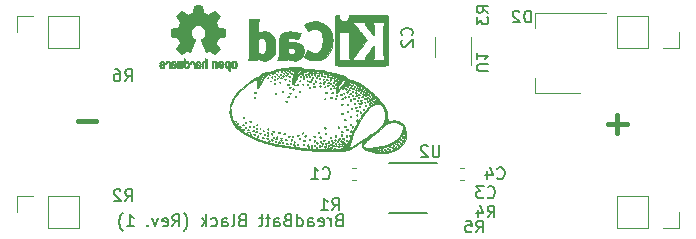
<source format=gbr>
G04 #@! TF.GenerationSoftware,KiCad,Pcbnew,5.1.6+dfsg1-1*
G04 #@! TF.CreationDate,2020-06-20T09:26:12-04:00*
G04 #@! TF.ProjectId,BreadBatt,42726561-6442-4617-9474-2e6b69636164,1*
G04 #@! TF.SameCoordinates,Original*
G04 #@! TF.FileFunction,Legend,Bot*
G04 #@! TF.FilePolarity,Positive*
%FSLAX46Y46*%
G04 Gerber Fmt 4.6, Leading zero omitted, Abs format (unit mm)*
G04 Created by KiCad (PCBNEW 5.1.6+dfsg1-1) date 2020-06-20 09:26:13*
%MOMM*%
%LPD*%
G01*
G04 APERTURE LIST*
%ADD10C,0.203200*%
%ADD11C,0.406400*%
%ADD12C,0.010000*%
%ADD13C,0.120000*%
%ADD14C,0.150000*%
G04 APERTURE END LIST*
D10*
X138913809Y-116259428D02*
X138768666Y-116307809D01*
X138720285Y-116356190D01*
X138671904Y-116452952D01*
X138671904Y-116598095D01*
X138720285Y-116694857D01*
X138768666Y-116743238D01*
X138865428Y-116791619D01*
X139252476Y-116791619D01*
X139252476Y-115775619D01*
X138913809Y-115775619D01*
X138817047Y-115824000D01*
X138768666Y-115872380D01*
X138720285Y-115969142D01*
X138720285Y-116065904D01*
X138768666Y-116162666D01*
X138817047Y-116211047D01*
X138913809Y-116259428D01*
X139252476Y-116259428D01*
X138236476Y-116791619D02*
X138236476Y-116114285D01*
X138236476Y-116307809D02*
X138188095Y-116211047D01*
X138139714Y-116162666D01*
X138042952Y-116114285D01*
X137946190Y-116114285D01*
X137220476Y-116743238D02*
X137317238Y-116791619D01*
X137510761Y-116791619D01*
X137607523Y-116743238D01*
X137655904Y-116646476D01*
X137655904Y-116259428D01*
X137607523Y-116162666D01*
X137510761Y-116114285D01*
X137317238Y-116114285D01*
X137220476Y-116162666D01*
X137172095Y-116259428D01*
X137172095Y-116356190D01*
X137655904Y-116452952D01*
X136301238Y-116791619D02*
X136301238Y-116259428D01*
X136349619Y-116162666D01*
X136446380Y-116114285D01*
X136639904Y-116114285D01*
X136736666Y-116162666D01*
X136301238Y-116743238D02*
X136398000Y-116791619D01*
X136639904Y-116791619D01*
X136736666Y-116743238D01*
X136785047Y-116646476D01*
X136785047Y-116549714D01*
X136736666Y-116452952D01*
X136639904Y-116404571D01*
X136398000Y-116404571D01*
X136301238Y-116356190D01*
X135382000Y-116791619D02*
X135382000Y-115775619D01*
X135382000Y-116743238D02*
X135478761Y-116791619D01*
X135672285Y-116791619D01*
X135769047Y-116743238D01*
X135817428Y-116694857D01*
X135865809Y-116598095D01*
X135865809Y-116307809D01*
X135817428Y-116211047D01*
X135769047Y-116162666D01*
X135672285Y-116114285D01*
X135478761Y-116114285D01*
X135382000Y-116162666D01*
X134559523Y-116259428D02*
X134414380Y-116307809D01*
X134366000Y-116356190D01*
X134317619Y-116452952D01*
X134317619Y-116598095D01*
X134366000Y-116694857D01*
X134414380Y-116743238D01*
X134511142Y-116791619D01*
X134898190Y-116791619D01*
X134898190Y-115775619D01*
X134559523Y-115775619D01*
X134462761Y-115824000D01*
X134414380Y-115872380D01*
X134366000Y-115969142D01*
X134366000Y-116065904D01*
X134414380Y-116162666D01*
X134462761Y-116211047D01*
X134559523Y-116259428D01*
X134898190Y-116259428D01*
X133446761Y-116791619D02*
X133446761Y-116259428D01*
X133495142Y-116162666D01*
X133591904Y-116114285D01*
X133785428Y-116114285D01*
X133882190Y-116162666D01*
X133446761Y-116743238D02*
X133543523Y-116791619D01*
X133785428Y-116791619D01*
X133882190Y-116743238D01*
X133930571Y-116646476D01*
X133930571Y-116549714D01*
X133882190Y-116452952D01*
X133785428Y-116404571D01*
X133543523Y-116404571D01*
X133446761Y-116356190D01*
X133108095Y-116114285D02*
X132721047Y-116114285D01*
X132962952Y-115775619D02*
X132962952Y-116646476D01*
X132914571Y-116743238D01*
X132817809Y-116791619D01*
X132721047Y-116791619D01*
X132527523Y-116114285D02*
X132140476Y-116114285D01*
X132382380Y-115775619D02*
X132382380Y-116646476D01*
X132334000Y-116743238D01*
X132237238Y-116791619D01*
X132140476Y-116791619D01*
X130689047Y-116259428D02*
X130543904Y-116307809D01*
X130495523Y-116356190D01*
X130447142Y-116452952D01*
X130447142Y-116598095D01*
X130495523Y-116694857D01*
X130543904Y-116743238D01*
X130640666Y-116791619D01*
X131027714Y-116791619D01*
X131027714Y-115775619D01*
X130689047Y-115775619D01*
X130592285Y-115824000D01*
X130543904Y-115872380D01*
X130495523Y-115969142D01*
X130495523Y-116065904D01*
X130543904Y-116162666D01*
X130592285Y-116211047D01*
X130689047Y-116259428D01*
X131027714Y-116259428D01*
X129866571Y-116791619D02*
X129963333Y-116743238D01*
X130011714Y-116646476D01*
X130011714Y-115775619D01*
X129044095Y-116791619D02*
X129044095Y-116259428D01*
X129092476Y-116162666D01*
X129189238Y-116114285D01*
X129382761Y-116114285D01*
X129479523Y-116162666D01*
X129044095Y-116743238D02*
X129140857Y-116791619D01*
X129382761Y-116791619D01*
X129479523Y-116743238D01*
X129527904Y-116646476D01*
X129527904Y-116549714D01*
X129479523Y-116452952D01*
X129382761Y-116404571D01*
X129140857Y-116404571D01*
X129044095Y-116356190D01*
X128124857Y-116743238D02*
X128221619Y-116791619D01*
X128415142Y-116791619D01*
X128511904Y-116743238D01*
X128560285Y-116694857D01*
X128608666Y-116598095D01*
X128608666Y-116307809D01*
X128560285Y-116211047D01*
X128511904Y-116162666D01*
X128415142Y-116114285D01*
X128221619Y-116114285D01*
X128124857Y-116162666D01*
X127689428Y-116791619D02*
X127689428Y-115775619D01*
X127592666Y-116404571D02*
X127302380Y-116791619D01*
X127302380Y-116114285D02*
X127689428Y-116501333D01*
X125802571Y-117178666D02*
X125850952Y-117130285D01*
X125947714Y-116985142D01*
X125996095Y-116888380D01*
X126044476Y-116743238D01*
X126092857Y-116501333D01*
X126092857Y-116307809D01*
X126044476Y-116065904D01*
X125996095Y-115920761D01*
X125947714Y-115824000D01*
X125850952Y-115678857D01*
X125802571Y-115630476D01*
X124834952Y-116791619D02*
X125173619Y-116307809D01*
X125415523Y-116791619D02*
X125415523Y-115775619D01*
X125028476Y-115775619D01*
X124931714Y-115824000D01*
X124883333Y-115872380D01*
X124834952Y-115969142D01*
X124834952Y-116114285D01*
X124883333Y-116211047D01*
X124931714Y-116259428D01*
X125028476Y-116307809D01*
X125415523Y-116307809D01*
X124012476Y-116743238D02*
X124109238Y-116791619D01*
X124302761Y-116791619D01*
X124399523Y-116743238D01*
X124447904Y-116646476D01*
X124447904Y-116259428D01*
X124399523Y-116162666D01*
X124302761Y-116114285D01*
X124109238Y-116114285D01*
X124012476Y-116162666D01*
X123964095Y-116259428D01*
X123964095Y-116356190D01*
X124447904Y-116452952D01*
X123625428Y-116114285D02*
X123383523Y-116791619D01*
X123141619Y-116114285D01*
X122754571Y-116694857D02*
X122706190Y-116743238D01*
X122754571Y-116791619D01*
X122802952Y-116743238D01*
X122754571Y-116694857D01*
X122754571Y-116791619D01*
X120964476Y-116791619D02*
X121545047Y-116791619D01*
X121254761Y-116791619D02*
X121254761Y-115775619D01*
X121351523Y-115920761D01*
X121448285Y-116017523D01*
X121545047Y-116065904D01*
X120625809Y-117178666D02*
X120577428Y-117130285D01*
X120480666Y-116985142D01*
X120432285Y-116888380D01*
X120383904Y-116743238D01*
X120335523Y-116501333D01*
X120335523Y-116307809D01*
X120383904Y-116065904D01*
X120432285Y-115920761D01*
X120480666Y-115824000D01*
X120577428Y-115678857D01*
X120625809Y-115630476D01*
D11*
X118376095Y-107841142D02*
X116827904Y-107841142D01*
X163284095Y-108095142D02*
X161735904Y-108095142D01*
X162510000Y-108869238D02*
X162510000Y-107321047D01*
D12*
G36*
X135042493Y-103304773D02*
G01*
X134871186Y-103310670D01*
X134722142Y-103319402D01*
X134609135Y-103330835D01*
X134589762Y-103333820D01*
X134464536Y-103353545D01*
X134343421Y-103370202D01*
X134272262Y-103378222D01*
X134170154Y-103391436D01*
X134046482Y-103412564D01*
X133985000Y-103424887D01*
X133873235Y-103447529D01*
X133770977Y-103466179D01*
X133727976Y-103472918D01*
X133640000Y-103492138D01*
X133576786Y-103514932D01*
X133505751Y-103543660D01*
X133415877Y-103573068D01*
X133410476Y-103574622D01*
X133323457Y-103601812D01*
X133209026Y-103640619D01*
X133123214Y-103671279D01*
X132989081Y-103709813D01*
X132841727Y-103736555D01*
X132760357Y-103743625D01*
X132604002Y-103764480D01*
X132458093Y-103812139D01*
X132341017Y-103879232D01*
X132286105Y-103933758D01*
X132246286Y-103967212D01*
X132163622Y-104022367D01*
X132048707Y-104092611D01*
X131912135Y-104171333D01*
X131851264Y-104205116D01*
X131698270Y-104291929D01*
X131552554Y-104379756D01*
X131428190Y-104459766D01*
X131339253Y-104523129D01*
X131322097Y-104537130D01*
X131224587Y-104618537D01*
X131125036Y-104697983D01*
X131079574Y-104732599D01*
X130945207Y-104838947D01*
X130793435Y-104970419D01*
X130634379Y-105117078D01*
X130478163Y-105268987D01*
X130334909Y-105416209D01*
X130214737Y-105548808D01*
X130127771Y-105656846D01*
X130106500Y-105687877D01*
X130036182Y-105805556D01*
X129963199Y-105940067D01*
X129897000Y-106072753D01*
X129847034Y-106184960D01*
X129827602Y-106238524D01*
X129801307Y-106312364D01*
X129761733Y-106409451D01*
X129744491Y-106448815D01*
X129710550Y-106559735D01*
X129684938Y-106712050D01*
X129668881Y-106887101D01*
X129663604Y-107066224D01*
X129670336Y-107230759D01*
X129685782Y-107342214D01*
X129774879Y-107664797D01*
X129899737Y-107959085D01*
X130055171Y-108213883D01*
X130137497Y-108317026D01*
X130255754Y-108437618D01*
X130411146Y-108575260D01*
X130588493Y-108718301D01*
X130772615Y-108855087D01*
X130948330Y-108973966D01*
X131100460Y-109063287D01*
X131127500Y-109076959D01*
X131463985Y-109236452D01*
X131756251Y-109364993D01*
X132010360Y-109465235D01*
X132034643Y-109474071D01*
X132178648Y-109527202D01*
X132324193Y-109582839D01*
X132446122Y-109631312D01*
X132476876Y-109644083D01*
X132579488Y-109682940D01*
X132668635Y-109709021D01*
X132713114Y-109715905D01*
X132776160Y-109724822D01*
X132873499Y-109748009D01*
X132966357Y-109775027D01*
X133149043Y-109826498D01*
X133376944Y-109880939D01*
X133635087Y-109935412D01*
X133908500Y-109986982D01*
X134182209Y-110032710D01*
X134441243Y-110069660D01*
X134514167Y-110078632D01*
X134650916Y-110097487D01*
X134813636Y-110123901D01*
X134969227Y-110152466D01*
X134982857Y-110155180D01*
X135093935Y-110176709D01*
X135201075Y-110195385D01*
X135316221Y-110212854D01*
X135451315Y-110230766D01*
X135618300Y-110250768D01*
X135829120Y-110274508D01*
X135920238Y-110284526D01*
X136072700Y-110301274D01*
X136253145Y-110321178D01*
X136429449Y-110340692D01*
X136479643Y-110346265D01*
X136751857Y-110372707D01*
X137051793Y-110395204D01*
X137369497Y-110413530D01*
X137695016Y-110427456D01*
X138018395Y-110436755D01*
X138329681Y-110441199D01*
X138618920Y-110440561D01*
X138876159Y-110434612D01*
X139091442Y-110423125D01*
X139231309Y-110409199D01*
X139364486Y-110384579D01*
X139521353Y-110345156D01*
X139683821Y-110296581D01*
X139833804Y-110244509D01*
X139953215Y-110194592D01*
X140002381Y-110168204D01*
X140053664Y-110138659D01*
X140136794Y-110093228D01*
X140198929Y-110060144D01*
X140300939Y-110001194D01*
X140424687Y-109922308D01*
X140543864Y-109840275D01*
X140546937Y-109838054D01*
X140650087Y-109765048D01*
X140742942Y-109702211D01*
X140807855Y-109661435D01*
X140814876Y-109657534D01*
X140885998Y-109619470D01*
X140864825Y-109830305D01*
X140855340Y-109943851D01*
X140856982Y-110014794D01*
X140872531Y-110060428D01*
X140904767Y-110098049D01*
X140908420Y-110101482D01*
X140981384Y-110155946D01*
X141086509Y-110218396D01*
X141206691Y-110280470D01*
X141324824Y-110333804D01*
X141423803Y-110370037D01*
X141480426Y-110381143D01*
X141567373Y-110398846D01*
X141632539Y-110431037D01*
X141720891Y-110471297D01*
X141857678Y-110507034D01*
X142030950Y-110537075D01*
X142228760Y-110560248D01*
X142439158Y-110575383D01*
X142650196Y-110581306D01*
X142849925Y-110576848D01*
X142995952Y-110564733D01*
X143234329Y-110518985D01*
X143480774Y-110440833D01*
X143720267Y-110337279D01*
X143937786Y-110215325D01*
X144118308Y-110081970D01*
X144198003Y-110004523D01*
X144368051Y-109780133D01*
X144495919Y-109533251D01*
X144580244Y-109273155D01*
X144615390Y-109037737D01*
X144507675Y-109037737D01*
X144492836Y-109091845D01*
X144447381Y-109111143D01*
X144397672Y-109130286D01*
X144391450Y-109176042D01*
X144430846Y-109230901D01*
X144432635Y-109232405D01*
X144460376Y-109279435D01*
X144450651Y-109304143D01*
X144425022Y-109359058D01*
X144412383Y-109413524D01*
X144390758Y-109470432D01*
X144338818Y-109482381D01*
X144333890Y-109481916D01*
X144278707Y-109494300D01*
X144268049Y-109536824D01*
X144298764Y-109585430D01*
X144312555Y-109628980D01*
X144287734Y-109702803D01*
X144279163Y-109719990D01*
X144150971Y-109918619D01*
X143990070Y-110073476D01*
X143786895Y-110192918D01*
X143693013Y-110232132D01*
X143535693Y-110291909D01*
X143555122Y-110230693D01*
X143557921Y-110181799D01*
X143523632Y-110169476D01*
X143487391Y-110185503D01*
X143486547Y-110241809D01*
X143486995Y-110244194D01*
X143489476Y-110289486D01*
X143466610Y-110319599D01*
X143405374Y-110345599D01*
X143346889Y-110363227D01*
X143207252Y-110402630D01*
X143114776Y-110425844D01*
X143058682Y-110434023D01*
X143028196Y-110428319D01*
X143012541Y-110409885D01*
X143008118Y-110399469D01*
X142972387Y-110362170D01*
X142921632Y-110352245D01*
X142882249Y-110370830D01*
X142875000Y-110393742D01*
X142867853Y-110425843D01*
X142840511Y-110447278D01*
X142784129Y-110459373D01*
X142689856Y-110463456D01*
X142548845Y-110460852D01*
X142451667Y-110457194D01*
X142223302Y-110441257D01*
X142041537Y-110413293D01*
X141914940Y-110378985D01*
X141818934Y-110342955D01*
X141750902Y-110310581D01*
X141725952Y-110289437D01*
X141745848Y-110250948D01*
X141789372Y-110253085D01*
X141816943Y-110275642D01*
X141867741Y-110317057D01*
X141902091Y-110301256D01*
X141912970Y-110268617D01*
X141930839Y-110241475D01*
X141979273Y-110218258D01*
X142067941Y-110195811D01*
X142206511Y-110170977D01*
X142217569Y-110169190D01*
X142356544Y-110148339D01*
X142445630Y-110139340D01*
X142494185Y-110141925D01*
X142511569Y-110155826D01*
X142512143Y-110160763D01*
X142520012Y-110196813D01*
X142524789Y-110199714D01*
X142560333Y-110209121D01*
X142585265Y-110218068D01*
X142620660Y-110217286D01*
X142632789Y-110170054D01*
X142633095Y-110153728D01*
X142636926Y-110102260D01*
X142659569Y-110082097D01*
X142717748Y-110084847D01*
X142758060Y-110091015D01*
X142843693Y-110099065D01*
X142894196Y-110084035D01*
X142926085Y-110049523D01*
X142975566Y-110001924D01*
X143012896Y-109988048D01*
X143065783Y-109974467D01*
X143144164Y-109940591D01*
X143169483Y-109927571D01*
X143248367Y-109889668D01*
X143308035Y-109868618D01*
X143319062Y-109867095D01*
X143366745Y-109844491D01*
X143379986Y-109828661D01*
X143423734Y-109789376D01*
X143489251Y-109752835D01*
X143556729Y-109731185D01*
X143601557Y-109744771D01*
X143619922Y-109761031D01*
X143678031Y-109802391D01*
X143713093Y-109790511D01*
X143721667Y-109746143D01*
X143708265Y-109697019D01*
X143689644Y-109685667D01*
X143671585Y-109667142D01*
X143676309Y-109655429D01*
X143718410Y-109631166D01*
X143761932Y-109625191D01*
X143827304Y-109598367D01*
X143887009Y-109517227D01*
X143942410Y-109437432D01*
X144004523Y-109379002D01*
X144015539Y-109372383D01*
X144076046Y-109320764D01*
X144131938Y-109242677D01*
X144138142Y-109230882D01*
X144198103Y-109148392D01*
X144259708Y-109116427D01*
X144309868Y-109096897D01*
X144311393Y-109050993D01*
X144310595Y-109048415D01*
X144320043Y-108997774D01*
X144366188Y-108958340D01*
X144425714Y-108941266D01*
X144475307Y-108957700D01*
X144482207Y-108966340D01*
X144507675Y-109037737D01*
X144615390Y-109037737D01*
X144619662Y-109009123D01*
X144612810Y-108750433D01*
X144558323Y-108506364D01*
X144525399Y-108436315D01*
X144351506Y-108436315D01*
X144334896Y-108569447D01*
X144277374Y-108730211D01*
X144239261Y-108812059D01*
X144152548Y-108981610D01*
X144076516Y-109110063D01*
X144000355Y-109212850D01*
X143913255Y-109305402D01*
X143857738Y-109356672D01*
X143772568Y-109427359D01*
X143671177Y-109503876D01*
X143567019Y-109577020D01*
X143473548Y-109637590D01*
X143404218Y-109676384D01*
X143376713Y-109685667D01*
X143334035Y-109704072D01*
X143296222Y-109732934D01*
X143235803Y-109770608D01*
X143135180Y-109817159D01*
X143012578Y-109865855D01*
X142886219Y-109909960D01*
X142774326Y-109942741D01*
X142695122Y-109957463D01*
X142687980Y-109957700D01*
X142596380Y-109969078D01*
X142523035Y-109989655D01*
X142423204Y-110017334D01*
X142273112Y-110045159D01*
X142082955Y-110071642D01*
X141862924Y-110095294D01*
X141710833Y-110108281D01*
X141520398Y-110120283D01*
X141373013Y-110122206D01*
X141251965Y-110113233D01*
X141140540Y-110092547D01*
X141083393Y-110077606D01*
X140999298Y-110041444D01*
X140970118Y-109994105D01*
X140970000Y-109990319D01*
X140996002Y-109872317D01*
X141069393Y-109739171D01*
X141183247Y-109602336D01*
X141234368Y-109552952D01*
X141339440Y-109456141D01*
X141446978Y-109355614D01*
X141527027Y-109279523D01*
X141601410Y-109214688D01*
X141705039Y-109133137D01*
X141824400Y-109044515D01*
X141945980Y-108958464D01*
X142056266Y-108884630D01*
X142141743Y-108832656D01*
X142177834Y-108815075D01*
X142222967Y-108785442D01*
X142293506Y-108725780D01*
X142363402Y-108659527D01*
X142551712Y-108473562D01*
X142703330Y-108327875D01*
X142822793Y-108218496D01*
X142914637Y-108141459D01*
X142983398Y-108092795D01*
X143033612Y-108068536D01*
X143041606Y-108066317D01*
X143125445Y-108040432D01*
X143229082Y-108000869D01*
X143267531Y-107984380D01*
X143422145Y-107941942D01*
X143601176Y-107934524D01*
X143788791Y-107958579D01*
X143969160Y-108010560D01*
X144126451Y-108086919D01*
X144244831Y-108184110D01*
X144263839Y-108207608D01*
X144327667Y-108319480D01*
X144351506Y-108436315D01*
X144525399Y-108436315D01*
X144454839Y-108286194D01*
X144451358Y-108280676D01*
X144329201Y-108115866D01*
X144194289Y-107994844D01*
X144027593Y-107901249D01*
X143992038Y-107885754D01*
X143807339Y-107831537D01*
X143602767Y-107809817D01*
X143402232Y-107821390D01*
X143245024Y-107860906D01*
X143153984Y-107889655D01*
X143099914Y-107889293D01*
X143079223Y-107876033D01*
X143063503Y-107832334D01*
X143047885Y-107739090D01*
X143033824Y-107607216D01*
X143023207Y-107455615D01*
X143020092Y-107404601D01*
X142850887Y-107404601D01*
X142830081Y-107661559D01*
X142757058Y-107905791D01*
X142632358Y-108130457D01*
X142460645Y-108324952D01*
X142288781Y-108478509D01*
X142118085Y-108623859D01*
X141959063Y-108752506D01*
X141822220Y-108855952D01*
X141718062Y-108925700D01*
X141717470Y-108926051D01*
X141629169Y-108981779D01*
X141515565Y-109058082D01*
X141399822Y-109139366D01*
X141389109Y-109147105D01*
X141293406Y-109214451D01*
X141215967Y-109265257D01*
X141169956Y-109291006D01*
X141164272Y-109292571D01*
X141126569Y-109311167D01*
X141077782Y-109350421D01*
X141013901Y-109398818D01*
X140922764Y-109455867D01*
X140875430Y-109482128D01*
X140760889Y-109548288D01*
X140647898Y-109623055D01*
X140551946Y-109695286D01*
X140488524Y-109753839D01*
X140477128Y-109768643D01*
X140433427Y-109803864D01*
X140416652Y-109807484D01*
X140376381Y-109822953D01*
X140298538Y-109863718D01*
X140196524Y-109922539D01*
X140138452Y-109957810D01*
X139998066Y-110041026D01*
X139899694Y-110089415D01*
X139836834Y-110104250D01*
X139802985Y-110086806D01*
X139791643Y-110038360D01*
X139791495Y-110025845D01*
X139802112Y-109954756D01*
X139829064Y-109850945D01*
X139863314Y-109746143D01*
X139913895Y-109604492D01*
X139968804Y-109448181D01*
X140001720Y-109353048D01*
X140070703Y-109164845D01*
X140155790Y-108951995D01*
X140245107Y-108743467D01*
X140305392Y-108612214D01*
X140340505Y-108537963D01*
X140393940Y-108424111D01*
X140458554Y-108285909D01*
X140527204Y-108138609D01*
X140530115Y-108132353D01*
X140724351Y-107756287D01*
X140940478Y-107412879D01*
X141170425Y-107114703D01*
X141217620Y-107061319D01*
X141296843Y-106971735D01*
X141357508Y-106899015D01*
X141390199Y-106854623D01*
X141393333Y-106847401D01*
X141416921Y-106816176D01*
X141479771Y-106761115D01*
X141570015Y-106690677D01*
X141675785Y-106613321D01*
X141785211Y-106537505D01*
X141886425Y-106471688D01*
X141967558Y-106424328D01*
X142015305Y-106404123D01*
X142094384Y-106398982D01*
X142204476Y-106403176D01*
X142285357Y-106411345D01*
X142378391Y-106425139D01*
X142440727Y-106444580D01*
X142489449Y-106481515D01*
X142541640Y-106547789D01*
X142594612Y-106625774D01*
X142733692Y-106879868D01*
X142818937Y-107141758D01*
X142850887Y-107404601D01*
X143020092Y-107404601D01*
X143013194Y-107291672D01*
X143001969Y-107172591D01*
X142986235Y-107082794D01*
X142962695Y-107006702D01*
X142928051Y-106928737D01*
X142900016Y-106873524D01*
X142821130Y-106727417D01*
X142735525Y-106582090D01*
X142631687Y-106418457D01*
X142559471Y-106308993D01*
X142520232Y-106260110D01*
X142445380Y-106175818D01*
X142443465Y-106173742D01*
X142125673Y-106173742D01*
X142123578Y-106213699D01*
X142098057Y-106244679D01*
X142037307Y-106275304D01*
X141936725Y-106311747D01*
X141777895Y-106386656D01*
X141608442Y-106501954D01*
X141445820Y-106644469D01*
X141335177Y-106765765D01*
X141290341Y-106818089D01*
X141220312Y-106896941D01*
X141147378Y-106977432D01*
X141063188Y-107075319D01*
X140963056Y-107200396D01*
X140865080Y-107329866D01*
X140839306Y-107365467D01*
X140759192Y-107488887D01*
X140661403Y-107657642D01*
X140551259Y-107861132D01*
X140434075Y-108088756D01*
X140315170Y-108329915D01*
X140199862Y-108574007D01*
X140093467Y-108810432D01*
X140001303Y-109028590D01*
X139986363Y-109065786D01*
X139916497Y-109237185D01*
X139858118Y-109366745D01*
X139802424Y-109469599D01*
X139740613Y-109560880D01*
X139663881Y-109655718D01*
X139602482Y-109725714D01*
X139535483Y-109794902D01*
X139499004Y-109816828D01*
X139489089Y-109799060D01*
X139463698Y-109754093D01*
X139432897Y-109746143D01*
X139368088Y-109759397D01*
X139356873Y-109800183D01*
X139373853Y-109835983D01*
X139387288Y-109880170D01*
X139367750Y-109934490D01*
X139321767Y-110000815D01*
X139249423Y-110081542D01*
X139164086Y-110146062D01*
X139058951Y-110195802D01*
X138927214Y-110232186D01*
X138762069Y-110256639D01*
X138556712Y-110270588D01*
X138304338Y-110275456D01*
X138021786Y-110273090D01*
X137778009Y-110267656D01*
X137504505Y-110259513D01*
X137225369Y-110249506D01*
X136964699Y-110238480D01*
X136797143Y-110230124D01*
X136601616Y-110218481D01*
X136415164Y-110205523D01*
X136250718Y-110192289D01*
X136121208Y-110179816D01*
X136041190Y-110169427D01*
X135910592Y-110149307D01*
X135764075Y-110130120D01*
X135693452Y-110122215D01*
X135608179Y-110112390D01*
X135475338Y-110095754D01*
X135307246Y-110073953D01*
X135116217Y-110048634D01*
X134914567Y-110021441D01*
X134714611Y-109994022D01*
X134528664Y-109968022D01*
X134378095Y-109946411D01*
X134230980Y-109923079D01*
X134050955Y-109891737D01*
X133853474Y-109855360D01*
X133653990Y-109816926D01*
X133467956Y-109779411D01*
X133310826Y-109745793D01*
X133198809Y-109719245D01*
X133054241Y-109681850D01*
X132900519Y-109642517D01*
X132781536Y-109612432D01*
X132665737Y-109579761D01*
X132560994Y-109544028D01*
X132503336Y-109519358D01*
X132427513Y-109487320D01*
X132368434Y-109474000D01*
X132313593Y-109461901D01*
X132230530Y-109431397D01*
X132193063Y-109415013D01*
X132102253Y-109375225D01*
X131979065Y-109323825D01*
X131847596Y-109270837D01*
X131825382Y-109262088D01*
X131650702Y-109191343D01*
X131533062Y-109138452D01*
X131471828Y-109103080D01*
X131466362Y-109084889D01*
X131485015Y-109082115D01*
X131524679Y-109061940D01*
X131528284Y-109019793D01*
X131499424Y-108979361D01*
X131467331Y-108965642D01*
X131424291Y-108976784D01*
X131414762Y-109018211D01*
X131410571Y-109068625D01*
X131404473Y-109080905D01*
X131366604Y-109067243D01*
X131294192Y-109032461D01*
X131204593Y-108985867D01*
X131115164Y-108936769D01*
X131043259Y-108894473D01*
X131006235Y-108868287D01*
X131004951Y-108866656D01*
X130967091Y-108836152D01*
X130898526Y-108800138D01*
X130891087Y-108796891D01*
X130808127Y-108745671D01*
X130698721Y-108655542D01*
X130572318Y-108536265D01*
X130438368Y-108397599D01*
X130306321Y-108249307D01*
X130185628Y-108101149D01*
X130090362Y-107969816D01*
X130014826Y-107854531D01*
X129953843Y-107756371D01*
X129914350Y-107686837D01*
X129902857Y-107658921D01*
X129893780Y-107615173D01*
X129870251Y-107533853D01*
X129844687Y-107454653D01*
X129815697Y-107343198D01*
X129789285Y-107197375D01*
X129769921Y-107043263D01*
X129765800Y-106994476D01*
X129745083Y-106707214D01*
X129885330Y-106359476D01*
X129944484Y-106217694D01*
X130001276Y-106090184D01*
X130049175Y-105991090D01*
X130081172Y-105935215D01*
X130130697Y-105858681D01*
X130185587Y-105762296D01*
X130199785Y-105735165D01*
X130260282Y-105645178D01*
X130363412Y-105524945D01*
X130503249Y-105380271D01*
X130673869Y-105216958D01*
X130869347Y-105040811D01*
X131083758Y-104857634D01*
X131159092Y-104795459D01*
X131359306Y-104639446D01*
X131537757Y-104516012D01*
X131689502Y-104428032D01*
X131809592Y-104378379D01*
X131892020Y-104369713D01*
X131936643Y-104407719D01*
X131966166Y-104496187D01*
X131978929Y-104626615D01*
X131973542Y-104787355D01*
X131968045Y-104915513D01*
X131978882Y-104999192D01*
X132000021Y-105043237D01*
X132036454Y-105076718D01*
X132075093Y-105072663D01*
X132121001Y-105026199D01*
X132179238Y-104932451D01*
X132244060Y-104808261D01*
X132410711Y-104497558D01*
X132570891Y-104244747D01*
X132724231Y-104050250D01*
X132870358Y-103914490D01*
X132906814Y-103894333D01*
X132671461Y-103894333D01*
X132665742Y-103917750D01*
X132575048Y-104066122D01*
X132481785Y-104212843D01*
X132391762Y-104349426D01*
X132310787Y-104467388D01*
X132244670Y-104558243D01*
X132199219Y-104613507D01*
X132180911Y-104625942D01*
X132184975Y-104593638D01*
X132207368Y-104518832D01*
X132243825Y-104415119D01*
X132262625Y-104365383D01*
X132331567Y-104213454D01*
X132411956Y-104078688D01*
X132495869Y-103971374D01*
X132575381Y-103901799D01*
X132636507Y-103879952D01*
X132671461Y-103894333D01*
X132906814Y-103894333D01*
X133008904Y-103837887D01*
X133112069Y-103819476D01*
X133188795Y-103801224D01*
X133226667Y-103778401D01*
X133288416Y-103740216D01*
X133371637Y-103704715D01*
X133374408Y-103703776D01*
X133440095Y-103684396D01*
X133462719Y-103691061D01*
X133455864Y-103728635D01*
X133454643Y-103732511D01*
X133449341Y-103778585D01*
X133483648Y-103784999D01*
X133490711Y-103783713D01*
X133533888Y-103752227D01*
X133537087Y-103705338D01*
X133545255Y-103649738D01*
X133572412Y-103638048D01*
X133642218Y-103627285D01*
X133661053Y-103621218D01*
X133703538Y-103630824D01*
X133721171Y-103666576D01*
X133748099Y-103714700D01*
X133782061Y-103727941D01*
X133802794Y-103700672D01*
X133803571Y-103689452D01*
X133783866Y-103634810D01*
X133767286Y-103613857D01*
X133757478Y-103591287D01*
X133792223Y-103580209D01*
X133867071Y-103577571D01*
X133955843Y-103571993D01*
X134019110Y-103557952D01*
X134031869Y-103550732D01*
X134114158Y-103504963D01*
X134196953Y-103509487D01*
X134247605Y-103545657D01*
X134299523Y-103590918D01*
X134343826Y-103606890D01*
X134364724Y-103590665D01*
X134360317Y-103566426D01*
X134372119Y-103526732D01*
X134414183Y-103506363D01*
X134502880Y-103488274D01*
X134544591Y-103497322D01*
X134547607Y-103536117D01*
X134544405Y-103547333D01*
X134541592Y-103594211D01*
X134584230Y-103607725D01*
X134591251Y-103607810D01*
X134639635Y-103595724D01*
X134642230Y-103550295D01*
X134641477Y-103547333D01*
X134640317Y-103504046D01*
X134678081Y-103488190D01*
X134713545Y-103486857D01*
X134774204Y-103496851D01*
X134793869Y-103520875D01*
X134809954Y-103560627D01*
X134824107Y-103568752D01*
X134858173Y-103562635D01*
X134861905Y-103549853D01*
X134887595Y-103524778D01*
X134952253Y-103518442D01*
X135037260Y-103531117D01*
X135086722Y-103546585D01*
X135149428Y-103595428D01*
X135161485Y-103664796D01*
X135120161Y-103738318D01*
X135118929Y-103739561D01*
X135087562Y-103800016D01*
X135073615Y-103884430D01*
X135073571Y-103889052D01*
X135064116Y-103968057D01*
X135039126Y-104081502D01*
X135003666Y-104206964D01*
X134997217Y-104227090D01*
X134951541Y-104393841D01*
X134937026Y-104530460D01*
X134952540Y-104657940D01*
X134970452Y-104722465D01*
X134995942Y-104745344D01*
X135040709Y-104713021D01*
X135105250Y-104624955D01*
X135186170Y-104487657D01*
X135260496Y-104364585D01*
X135345100Y-104241019D01*
X135414301Y-104152616D01*
X135488642Y-104062436D01*
X135553150Y-103976374D01*
X135581273Y-103933719D01*
X135658148Y-103857238D01*
X135782932Y-103800606D01*
X135882662Y-103760173D01*
X135965499Y-103713098D01*
X135993542Y-103690053D01*
X136051727Y-103629267D01*
X136076659Y-103696666D01*
X136113303Y-103745119D01*
X136153750Y-103743076D01*
X136176796Y-103693875D01*
X136177460Y-103680802D01*
X136180752Y-103658628D01*
X136196434Y-103643326D01*
X136233478Y-103633969D01*
X136300856Y-103629629D01*
X136407541Y-103629379D01*
X136562505Y-103632290D01*
X136631031Y-103633914D01*
X136948581Y-103645697D01*
X137215382Y-103664820D01*
X137440807Y-103692094D01*
X137575774Y-103715818D01*
X137645679Y-103739445D01*
X137671968Y-103781866D01*
X137674048Y-103810309D01*
X137686332Y-103864849D01*
X137711845Y-103871658D01*
X137741805Y-103834565D01*
X137744821Y-103804927D01*
X137750115Y-103772234D01*
X137784075Y-103761740D01*
X137861559Y-103769119D01*
X137865773Y-103769725D01*
X137982867Y-103791125D01*
X138100794Y-103819067D01*
X138111437Y-103822032D01*
X138184063Y-103845587D01*
X138206156Y-103864922D01*
X138186197Y-103889020D01*
X138179472Y-103894060D01*
X138137152Y-103939615D01*
X138127619Y-103966441D01*
X138149666Y-103995749D01*
X138195362Y-103997239D01*
X138233452Y-103970667D01*
X138278128Y-103940726D01*
X138330162Y-103958926D01*
X138369524Y-104016024D01*
X138395833Y-104073284D01*
X138426426Y-104086521D01*
X138480677Y-104059571D01*
X138506200Y-104043085D01*
X138560182Y-104012840D01*
X138588547Y-104024737D01*
X138610683Y-104074540D01*
X138638683Y-104128857D01*
X138674258Y-104134467D01*
X138704710Y-104120483D01*
X138760019Y-104103786D01*
X138811811Y-104128665D01*
X138835457Y-104149505D01*
X138899857Y-104195111D01*
X138953556Y-104212571D01*
X138998631Y-104228074D01*
X138994976Y-104260719D01*
X138959167Y-104283983D01*
X138919919Y-104325446D01*
X138913346Y-104355253D01*
X138896991Y-104428743D01*
X138884302Y-104454329D01*
X138857312Y-104482109D01*
X138827657Y-104460547D01*
X138815932Y-104445124D01*
X138759987Y-104406780D01*
X138722746Y-104411199D01*
X138682536Y-104444688D01*
X138693583Y-104482424D01*
X138750197Y-104508287D01*
X138757428Y-104509496D01*
X138810874Y-104538320D01*
X138823095Y-104590866D01*
X138806771Y-104664027D01*
X138759243Y-104685713D01*
X138704037Y-104667157D01*
X138651372Y-104652476D01*
X138616122Y-104687702D01*
X138613762Y-104692021D01*
X138597296Y-104750675D01*
X138630554Y-104780581D01*
X138693848Y-104787095D01*
X138742131Y-104796711D01*
X138748704Y-104815385D01*
X138732490Y-104863860D01*
X138712843Y-104953928D01*
X138692339Y-105068757D01*
X138673555Y-105191515D01*
X138659070Y-105305368D01*
X138651459Y-105393485D01*
X138653243Y-105438887D01*
X138690807Y-105483576D01*
X138748896Y-105473774D01*
X138828245Y-105409028D01*
X138929589Y-105288882D01*
X138958470Y-105250106D01*
X139065099Y-105109875D01*
X139147993Y-105015919D01*
X139213922Y-104962297D01*
X139269657Y-104943066D01*
X139304494Y-104946417D01*
X139372788Y-104948098D01*
X139423042Y-104923393D01*
X139438280Y-104883893D01*
X139427581Y-104862358D01*
X139418435Y-104820319D01*
X139455720Y-104787781D01*
X139525465Y-104771296D01*
X139610267Y-104776708D01*
X139674830Y-104785879D01*
X139694911Y-104771460D01*
X139686810Y-104732699D01*
X139683234Y-104693579D01*
X139708279Y-104659565D01*
X139772647Y-104620310D01*
X139834344Y-104590055D01*
X139956665Y-104542466D01*
X140046035Y-104528985D01*
X140096599Y-104549323D01*
X140102505Y-104603189D01*
X140102474Y-104603306D01*
X140106464Y-104663012D01*
X140143582Y-104686007D01*
X140192848Y-104662593D01*
X140203432Y-104649979D01*
X140223348Y-104628478D01*
X140249827Y-104620410D01*
X140292692Y-104628740D01*
X140361766Y-104656435D01*
X140466873Y-104706459D01*
X140584380Y-104764989D01*
X140746247Y-104851514D01*
X140916857Y-104951523D01*
X141073006Y-105050996D01*
X141166548Y-105116725D01*
X141276733Y-105199129D01*
X141374388Y-105272018D01*
X141445557Y-105324986D01*
X141468929Y-105342276D01*
X141509934Y-105384279D01*
X141502278Y-105430561D01*
X141492226Y-105448374D01*
X141475397Y-105506658D01*
X141495923Y-105536917D01*
X141537324Y-105526165D01*
X141560249Y-105501975D01*
X141592589Y-105467791D01*
X141621942Y-105482704D01*
X141638817Y-105502273D01*
X141664025Y-105544919D01*
X141643027Y-105565526D01*
X141642798Y-105565604D01*
X141614439Y-105597329D01*
X141605517Y-105647758D01*
X141618100Y-105687523D01*
X141633736Y-105694238D01*
X141671193Y-105671150D01*
X141689326Y-105646250D01*
X141710772Y-105626584D01*
X141743639Y-105639859D01*
X141797998Y-105692147D01*
X141836556Y-105735015D01*
X141967838Y-105893715D01*
X142062066Y-106028458D01*
X142115422Y-106133453D01*
X142125673Y-106173742D01*
X142443465Y-106173742D01*
X142341899Y-106063639D01*
X142216772Y-105931091D01*
X142076984Y-105785696D01*
X142001507Y-105708212D01*
X141813605Y-105518737D01*
X141655638Y-105365886D01*
X141517615Y-105240855D01*
X141389547Y-105134842D01*
X141261443Y-105039046D01*
X141171071Y-104976499D01*
X140801144Y-104743385D01*
X140459736Y-104562290D01*
X140145578Y-104432598D01*
X140101701Y-104420056D01*
X139548809Y-104420056D01*
X139528783Y-104448275D01*
X139473372Y-104511943D01*
X139389583Y-104603373D01*
X139284421Y-104714880D01*
X139201071Y-104801561D01*
X139084498Y-104923463D01*
X138983949Y-105031643D01*
X138906578Y-105118161D01*
X138859538Y-105175074D01*
X138848494Y-105192993D01*
X138842269Y-105189638D01*
X138833147Y-105139546D01*
X138831331Y-105125552D01*
X138840841Y-105015718D01*
X138892968Y-104869120D01*
X138907065Y-104838290D01*
X138992829Y-104690462D01*
X139103990Y-104547598D01*
X139225180Y-104427170D01*
X139338393Y-104347996D01*
X139404264Y-104322511D01*
X139455709Y-104334016D01*
X139483825Y-104351912D01*
X139532518Y-104393701D01*
X139548809Y-104420056D01*
X140101701Y-104420056D01*
X139902023Y-104362980D01*
X139740045Y-104322798D01*
X139636327Y-104286519D01*
X139588830Y-104253406D01*
X139586450Y-104248723D01*
X139517482Y-104142923D01*
X139410114Y-104059712D01*
X139339914Y-104029801D01*
X139249963Y-104000459D01*
X139176009Y-103973235D01*
X139170833Y-103971084D01*
X139091864Y-103943266D01*
X139034762Y-103927395D01*
X138979803Y-103913545D01*
X138878648Y-103887410D01*
X138743563Y-103852182D01*
X138586813Y-103811055D01*
X138505595Y-103789658D01*
X138011452Y-103670319D01*
X137549224Y-103582938D01*
X137160004Y-103532676D01*
X135727450Y-103532676D01*
X135721695Y-103600847D01*
X135667807Y-103693808D01*
X135627916Y-103742768D01*
X135499465Y-103890945D01*
X135401388Y-104008014D01*
X135338634Y-104088038D01*
X135330595Y-104099308D01*
X135297839Y-104146799D01*
X135243940Y-104225192D01*
X135194524Y-104297176D01*
X135131040Y-104381579D01*
X135093062Y-104414696D01*
X135080436Y-104400003D01*
X135093008Y-104340976D01*
X135130622Y-104241089D01*
X135193125Y-104103821D01*
X135204127Y-104081258D01*
X135279473Y-103943222D01*
X135366099Y-103808689D01*
X135456365Y-103687012D01*
X135542633Y-103587539D01*
X135617264Y-103519622D01*
X135672620Y-103492611D01*
X135684057Y-103493791D01*
X135727450Y-103532676D01*
X137160004Y-103532676D01*
X137101088Y-103525068D01*
X136649225Y-103494262D01*
X136305025Y-103487455D01*
X136139088Y-103486866D01*
X136023591Y-103484567D01*
X135948499Y-103478921D01*
X135903776Y-103468293D01*
X135879388Y-103451045D01*
X135865297Y-103425542D01*
X135861219Y-103415093D01*
X135809964Y-103351394D01*
X135750977Y-103322509D01*
X135674927Y-103312218D01*
X135552281Y-103305434D01*
X135396813Y-103302021D01*
X135222293Y-103301845D01*
X135042493Y-103304773D01*
G37*
X135042493Y-103304773D02*
X134871186Y-103310670D01*
X134722142Y-103319402D01*
X134609135Y-103330835D01*
X134589762Y-103333820D01*
X134464536Y-103353545D01*
X134343421Y-103370202D01*
X134272262Y-103378222D01*
X134170154Y-103391436D01*
X134046482Y-103412564D01*
X133985000Y-103424887D01*
X133873235Y-103447529D01*
X133770977Y-103466179D01*
X133727976Y-103472918D01*
X133640000Y-103492138D01*
X133576786Y-103514932D01*
X133505751Y-103543660D01*
X133415877Y-103573068D01*
X133410476Y-103574622D01*
X133323457Y-103601812D01*
X133209026Y-103640619D01*
X133123214Y-103671279D01*
X132989081Y-103709813D01*
X132841727Y-103736555D01*
X132760357Y-103743625D01*
X132604002Y-103764480D01*
X132458093Y-103812139D01*
X132341017Y-103879232D01*
X132286105Y-103933758D01*
X132246286Y-103967212D01*
X132163622Y-104022367D01*
X132048707Y-104092611D01*
X131912135Y-104171333D01*
X131851264Y-104205116D01*
X131698270Y-104291929D01*
X131552554Y-104379756D01*
X131428190Y-104459766D01*
X131339253Y-104523129D01*
X131322097Y-104537130D01*
X131224587Y-104618537D01*
X131125036Y-104697983D01*
X131079574Y-104732599D01*
X130945207Y-104838947D01*
X130793435Y-104970419D01*
X130634379Y-105117078D01*
X130478163Y-105268987D01*
X130334909Y-105416209D01*
X130214737Y-105548808D01*
X130127771Y-105656846D01*
X130106500Y-105687877D01*
X130036182Y-105805556D01*
X129963199Y-105940067D01*
X129897000Y-106072753D01*
X129847034Y-106184960D01*
X129827602Y-106238524D01*
X129801307Y-106312364D01*
X129761733Y-106409451D01*
X129744491Y-106448815D01*
X129710550Y-106559735D01*
X129684938Y-106712050D01*
X129668881Y-106887101D01*
X129663604Y-107066224D01*
X129670336Y-107230759D01*
X129685782Y-107342214D01*
X129774879Y-107664797D01*
X129899737Y-107959085D01*
X130055171Y-108213883D01*
X130137497Y-108317026D01*
X130255754Y-108437618D01*
X130411146Y-108575260D01*
X130588493Y-108718301D01*
X130772615Y-108855087D01*
X130948330Y-108973966D01*
X131100460Y-109063287D01*
X131127500Y-109076959D01*
X131463985Y-109236452D01*
X131756251Y-109364993D01*
X132010360Y-109465235D01*
X132034643Y-109474071D01*
X132178648Y-109527202D01*
X132324193Y-109582839D01*
X132446122Y-109631312D01*
X132476876Y-109644083D01*
X132579488Y-109682940D01*
X132668635Y-109709021D01*
X132713114Y-109715905D01*
X132776160Y-109724822D01*
X132873499Y-109748009D01*
X132966357Y-109775027D01*
X133149043Y-109826498D01*
X133376944Y-109880939D01*
X133635087Y-109935412D01*
X133908500Y-109986982D01*
X134182209Y-110032710D01*
X134441243Y-110069660D01*
X134514167Y-110078632D01*
X134650916Y-110097487D01*
X134813636Y-110123901D01*
X134969227Y-110152466D01*
X134982857Y-110155180D01*
X135093935Y-110176709D01*
X135201075Y-110195385D01*
X135316221Y-110212854D01*
X135451315Y-110230766D01*
X135618300Y-110250768D01*
X135829120Y-110274508D01*
X135920238Y-110284526D01*
X136072700Y-110301274D01*
X136253145Y-110321178D01*
X136429449Y-110340692D01*
X136479643Y-110346265D01*
X136751857Y-110372707D01*
X137051793Y-110395204D01*
X137369497Y-110413530D01*
X137695016Y-110427456D01*
X138018395Y-110436755D01*
X138329681Y-110441199D01*
X138618920Y-110440561D01*
X138876159Y-110434612D01*
X139091442Y-110423125D01*
X139231309Y-110409199D01*
X139364486Y-110384579D01*
X139521353Y-110345156D01*
X139683821Y-110296581D01*
X139833804Y-110244509D01*
X139953215Y-110194592D01*
X140002381Y-110168204D01*
X140053664Y-110138659D01*
X140136794Y-110093228D01*
X140198929Y-110060144D01*
X140300939Y-110001194D01*
X140424687Y-109922308D01*
X140543864Y-109840275D01*
X140546937Y-109838054D01*
X140650087Y-109765048D01*
X140742942Y-109702211D01*
X140807855Y-109661435D01*
X140814876Y-109657534D01*
X140885998Y-109619470D01*
X140864825Y-109830305D01*
X140855340Y-109943851D01*
X140856982Y-110014794D01*
X140872531Y-110060428D01*
X140904767Y-110098049D01*
X140908420Y-110101482D01*
X140981384Y-110155946D01*
X141086509Y-110218396D01*
X141206691Y-110280470D01*
X141324824Y-110333804D01*
X141423803Y-110370037D01*
X141480426Y-110381143D01*
X141567373Y-110398846D01*
X141632539Y-110431037D01*
X141720891Y-110471297D01*
X141857678Y-110507034D01*
X142030950Y-110537075D01*
X142228760Y-110560248D01*
X142439158Y-110575383D01*
X142650196Y-110581306D01*
X142849925Y-110576848D01*
X142995952Y-110564733D01*
X143234329Y-110518985D01*
X143480774Y-110440833D01*
X143720267Y-110337279D01*
X143937786Y-110215325D01*
X144118308Y-110081970D01*
X144198003Y-110004523D01*
X144368051Y-109780133D01*
X144495919Y-109533251D01*
X144580244Y-109273155D01*
X144615390Y-109037737D01*
X144507675Y-109037737D01*
X144492836Y-109091845D01*
X144447381Y-109111143D01*
X144397672Y-109130286D01*
X144391450Y-109176042D01*
X144430846Y-109230901D01*
X144432635Y-109232405D01*
X144460376Y-109279435D01*
X144450651Y-109304143D01*
X144425022Y-109359058D01*
X144412383Y-109413524D01*
X144390758Y-109470432D01*
X144338818Y-109482381D01*
X144333890Y-109481916D01*
X144278707Y-109494300D01*
X144268049Y-109536824D01*
X144298764Y-109585430D01*
X144312555Y-109628980D01*
X144287734Y-109702803D01*
X144279163Y-109719990D01*
X144150971Y-109918619D01*
X143990070Y-110073476D01*
X143786895Y-110192918D01*
X143693013Y-110232132D01*
X143535693Y-110291909D01*
X143555122Y-110230693D01*
X143557921Y-110181799D01*
X143523632Y-110169476D01*
X143487391Y-110185503D01*
X143486547Y-110241809D01*
X143486995Y-110244194D01*
X143489476Y-110289486D01*
X143466610Y-110319599D01*
X143405374Y-110345599D01*
X143346889Y-110363227D01*
X143207252Y-110402630D01*
X143114776Y-110425844D01*
X143058682Y-110434023D01*
X143028196Y-110428319D01*
X143012541Y-110409885D01*
X143008118Y-110399469D01*
X142972387Y-110362170D01*
X142921632Y-110352245D01*
X142882249Y-110370830D01*
X142875000Y-110393742D01*
X142867853Y-110425843D01*
X142840511Y-110447278D01*
X142784129Y-110459373D01*
X142689856Y-110463456D01*
X142548845Y-110460852D01*
X142451667Y-110457194D01*
X142223302Y-110441257D01*
X142041537Y-110413293D01*
X141914940Y-110378985D01*
X141818934Y-110342955D01*
X141750902Y-110310581D01*
X141725952Y-110289437D01*
X141745848Y-110250948D01*
X141789372Y-110253085D01*
X141816943Y-110275642D01*
X141867741Y-110317057D01*
X141902091Y-110301256D01*
X141912970Y-110268617D01*
X141930839Y-110241475D01*
X141979273Y-110218258D01*
X142067941Y-110195811D01*
X142206511Y-110170977D01*
X142217569Y-110169190D01*
X142356544Y-110148339D01*
X142445630Y-110139340D01*
X142494185Y-110141925D01*
X142511569Y-110155826D01*
X142512143Y-110160763D01*
X142520012Y-110196813D01*
X142524789Y-110199714D01*
X142560333Y-110209121D01*
X142585265Y-110218068D01*
X142620660Y-110217286D01*
X142632789Y-110170054D01*
X142633095Y-110153728D01*
X142636926Y-110102260D01*
X142659569Y-110082097D01*
X142717748Y-110084847D01*
X142758060Y-110091015D01*
X142843693Y-110099065D01*
X142894196Y-110084035D01*
X142926085Y-110049523D01*
X142975566Y-110001924D01*
X143012896Y-109988048D01*
X143065783Y-109974467D01*
X143144164Y-109940591D01*
X143169483Y-109927571D01*
X143248367Y-109889668D01*
X143308035Y-109868618D01*
X143319062Y-109867095D01*
X143366745Y-109844491D01*
X143379986Y-109828661D01*
X143423734Y-109789376D01*
X143489251Y-109752835D01*
X143556729Y-109731185D01*
X143601557Y-109744771D01*
X143619922Y-109761031D01*
X143678031Y-109802391D01*
X143713093Y-109790511D01*
X143721667Y-109746143D01*
X143708265Y-109697019D01*
X143689644Y-109685667D01*
X143671585Y-109667142D01*
X143676309Y-109655429D01*
X143718410Y-109631166D01*
X143761932Y-109625191D01*
X143827304Y-109598367D01*
X143887009Y-109517227D01*
X143942410Y-109437432D01*
X144004523Y-109379002D01*
X144015539Y-109372383D01*
X144076046Y-109320764D01*
X144131938Y-109242677D01*
X144138142Y-109230882D01*
X144198103Y-109148392D01*
X144259708Y-109116427D01*
X144309868Y-109096897D01*
X144311393Y-109050993D01*
X144310595Y-109048415D01*
X144320043Y-108997774D01*
X144366188Y-108958340D01*
X144425714Y-108941266D01*
X144475307Y-108957700D01*
X144482207Y-108966340D01*
X144507675Y-109037737D01*
X144615390Y-109037737D01*
X144619662Y-109009123D01*
X144612810Y-108750433D01*
X144558323Y-108506364D01*
X144525399Y-108436315D01*
X144351506Y-108436315D01*
X144334896Y-108569447D01*
X144277374Y-108730211D01*
X144239261Y-108812059D01*
X144152548Y-108981610D01*
X144076516Y-109110063D01*
X144000355Y-109212850D01*
X143913255Y-109305402D01*
X143857738Y-109356672D01*
X143772568Y-109427359D01*
X143671177Y-109503876D01*
X143567019Y-109577020D01*
X143473548Y-109637590D01*
X143404218Y-109676384D01*
X143376713Y-109685667D01*
X143334035Y-109704072D01*
X143296222Y-109732934D01*
X143235803Y-109770608D01*
X143135180Y-109817159D01*
X143012578Y-109865855D01*
X142886219Y-109909960D01*
X142774326Y-109942741D01*
X142695122Y-109957463D01*
X142687980Y-109957700D01*
X142596380Y-109969078D01*
X142523035Y-109989655D01*
X142423204Y-110017334D01*
X142273112Y-110045159D01*
X142082955Y-110071642D01*
X141862924Y-110095294D01*
X141710833Y-110108281D01*
X141520398Y-110120283D01*
X141373013Y-110122206D01*
X141251965Y-110113233D01*
X141140540Y-110092547D01*
X141083393Y-110077606D01*
X140999298Y-110041444D01*
X140970118Y-109994105D01*
X140970000Y-109990319D01*
X140996002Y-109872317D01*
X141069393Y-109739171D01*
X141183247Y-109602336D01*
X141234368Y-109552952D01*
X141339440Y-109456141D01*
X141446978Y-109355614D01*
X141527027Y-109279523D01*
X141601410Y-109214688D01*
X141705039Y-109133137D01*
X141824400Y-109044515D01*
X141945980Y-108958464D01*
X142056266Y-108884630D01*
X142141743Y-108832656D01*
X142177834Y-108815075D01*
X142222967Y-108785442D01*
X142293506Y-108725780D01*
X142363402Y-108659527D01*
X142551712Y-108473562D01*
X142703330Y-108327875D01*
X142822793Y-108218496D01*
X142914637Y-108141459D01*
X142983398Y-108092795D01*
X143033612Y-108068536D01*
X143041606Y-108066317D01*
X143125445Y-108040432D01*
X143229082Y-108000869D01*
X143267531Y-107984380D01*
X143422145Y-107941942D01*
X143601176Y-107934524D01*
X143788791Y-107958579D01*
X143969160Y-108010560D01*
X144126451Y-108086919D01*
X144244831Y-108184110D01*
X144263839Y-108207608D01*
X144327667Y-108319480D01*
X144351506Y-108436315D01*
X144525399Y-108436315D01*
X144454839Y-108286194D01*
X144451358Y-108280676D01*
X144329201Y-108115866D01*
X144194289Y-107994844D01*
X144027593Y-107901249D01*
X143992038Y-107885754D01*
X143807339Y-107831537D01*
X143602767Y-107809817D01*
X143402232Y-107821390D01*
X143245024Y-107860906D01*
X143153984Y-107889655D01*
X143099914Y-107889293D01*
X143079223Y-107876033D01*
X143063503Y-107832334D01*
X143047885Y-107739090D01*
X143033824Y-107607216D01*
X143023207Y-107455615D01*
X143020092Y-107404601D01*
X142850887Y-107404601D01*
X142830081Y-107661559D01*
X142757058Y-107905791D01*
X142632358Y-108130457D01*
X142460645Y-108324952D01*
X142288781Y-108478509D01*
X142118085Y-108623859D01*
X141959063Y-108752506D01*
X141822220Y-108855952D01*
X141718062Y-108925700D01*
X141717470Y-108926051D01*
X141629169Y-108981779D01*
X141515565Y-109058082D01*
X141399822Y-109139366D01*
X141389109Y-109147105D01*
X141293406Y-109214451D01*
X141215967Y-109265257D01*
X141169956Y-109291006D01*
X141164272Y-109292571D01*
X141126569Y-109311167D01*
X141077782Y-109350421D01*
X141013901Y-109398818D01*
X140922764Y-109455867D01*
X140875430Y-109482128D01*
X140760889Y-109548288D01*
X140647898Y-109623055D01*
X140551946Y-109695286D01*
X140488524Y-109753839D01*
X140477128Y-109768643D01*
X140433427Y-109803864D01*
X140416652Y-109807484D01*
X140376381Y-109822953D01*
X140298538Y-109863718D01*
X140196524Y-109922539D01*
X140138452Y-109957810D01*
X139998066Y-110041026D01*
X139899694Y-110089415D01*
X139836834Y-110104250D01*
X139802985Y-110086806D01*
X139791643Y-110038360D01*
X139791495Y-110025845D01*
X139802112Y-109954756D01*
X139829064Y-109850945D01*
X139863314Y-109746143D01*
X139913895Y-109604492D01*
X139968804Y-109448181D01*
X140001720Y-109353048D01*
X140070703Y-109164845D01*
X140155790Y-108951995D01*
X140245107Y-108743467D01*
X140305392Y-108612214D01*
X140340505Y-108537963D01*
X140393940Y-108424111D01*
X140458554Y-108285909D01*
X140527204Y-108138609D01*
X140530115Y-108132353D01*
X140724351Y-107756287D01*
X140940478Y-107412879D01*
X141170425Y-107114703D01*
X141217620Y-107061319D01*
X141296843Y-106971735D01*
X141357508Y-106899015D01*
X141390199Y-106854623D01*
X141393333Y-106847401D01*
X141416921Y-106816176D01*
X141479771Y-106761115D01*
X141570015Y-106690677D01*
X141675785Y-106613321D01*
X141785211Y-106537505D01*
X141886425Y-106471688D01*
X141967558Y-106424328D01*
X142015305Y-106404123D01*
X142094384Y-106398982D01*
X142204476Y-106403176D01*
X142285357Y-106411345D01*
X142378391Y-106425139D01*
X142440727Y-106444580D01*
X142489449Y-106481515D01*
X142541640Y-106547789D01*
X142594612Y-106625774D01*
X142733692Y-106879868D01*
X142818937Y-107141758D01*
X142850887Y-107404601D01*
X143020092Y-107404601D01*
X143013194Y-107291672D01*
X143001969Y-107172591D01*
X142986235Y-107082794D01*
X142962695Y-107006702D01*
X142928051Y-106928737D01*
X142900016Y-106873524D01*
X142821130Y-106727417D01*
X142735525Y-106582090D01*
X142631687Y-106418457D01*
X142559471Y-106308993D01*
X142520232Y-106260110D01*
X142445380Y-106175818D01*
X142443465Y-106173742D01*
X142125673Y-106173742D01*
X142123578Y-106213699D01*
X142098057Y-106244679D01*
X142037307Y-106275304D01*
X141936725Y-106311747D01*
X141777895Y-106386656D01*
X141608442Y-106501954D01*
X141445820Y-106644469D01*
X141335177Y-106765765D01*
X141290341Y-106818089D01*
X141220312Y-106896941D01*
X141147378Y-106977432D01*
X141063188Y-107075319D01*
X140963056Y-107200396D01*
X140865080Y-107329866D01*
X140839306Y-107365467D01*
X140759192Y-107488887D01*
X140661403Y-107657642D01*
X140551259Y-107861132D01*
X140434075Y-108088756D01*
X140315170Y-108329915D01*
X140199862Y-108574007D01*
X140093467Y-108810432D01*
X140001303Y-109028590D01*
X139986363Y-109065786D01*
X139916497Y-109237185D01*
X139858118Y-109366745D01*
X139802424Y-109469599D01*
X139740613Y-109560880D01*
X139663881Y-109655718D01*
X139602482Y-109725714D01*
X139535483Y-109794902D01*
X139499004Y-109816828D01*
X139489089Y-109799060D01*
X139463698Y-109754093D01*
X139432897Y-109746143D01*
X139368088Y-109759397D01*
X139356873Y-109800183D01*
X139373853Y-109835983D01*
X139387288Y-109880170D01*
X139367750Y-109934490D01*
X139321767Y-110000815D01*
X139249423Y-110081542D01*
X139164086Y-110146062D01*
X139058951Y-110195802D01*
X138927214Y-110232186D01*
X138762069Y-110256639D01*
X138556712Y-110270588D01*
X138304338Y-110275456D01*
X138021786Y-110273090D01*
X137778009Y-110267656D01*
X137504505Y-110259513D01*
X137225369Y-110249506D01*
X136964699Y-110238480D01*
X136797143Y-110230124D01*
X136601616Y-110218481D01*
X136415164Y-110205523D01*
X136250718Y-110192289D01*
X136121208Y-110179816D01*
X136041190Y-110169427D01*
X135910592Y-110149307D01*
X135764075Y-110130120D01*
X135693452Y-110122215D01*
X135608179Y-110112390D01*
X135475338Y-110095754D01*
X135307246Y-110073953D01*
X135116217Y-110048634D01*
X134914567Y-110021441D01*
X134714611Y-109994022D01*
X134528664Y-109968022D01*
X134378095Y-109946411D01*
X134230980Y-109923079D01*
X134050955Y-109891737D01*
X133853474Y-109855360D01*
X133653990Y-109816926D01*
X133467956Y-109779411D01*
X133310826Y-109745793D01*
X133198809Y-109719245D01*
X133054241Y-109681850D01*
X132900519Y-109642517D01*
X132781536Y-109612432D01*
X132665737Y-109579761D01*
X132560994Y-109544028D01*
X132503336Y-109519358D01*
X132427513Y-109487320D01*
X132368434Y-109474000D01*
X132313593Y-109461901D01*
X132230530Y-109431397D01*
X132193063Y-109415013D01*
X132102253Y-109375225D01*
X131979065Y-109323825D01*
X131847596Y-109270837D01*
X131825382Y-109262088D01*
X131650702Y-109191343D01*
X131533062Y-109138452D01*
X131471828Y-109103080D01*
X131466362Y-109084889D01*
X131485015Y-109082115D01*
X131524679Y-109061940D01*
X131528284Y-109019793D01*
X131499424Y-108979361D01*
X131467331Y-108965642D01*
X131424291Y-108976784D01*
X131414762Y-109018211D01*
X131410571Y-109068625D01*
X131404473Y-109080905D01*
X131366604Y-109067243D01*
X131294192Y-109032461D01*
X131204593Y-108985867D01*
X131115164Y-108936769D01*
X131043259Y-108894473D01*
X131006235Y-108868287D01*
X131004951Y-108866656D01*
X130967091Y-108836152D01*
X130898526Y-108800138D01*
X130891087Y-108796891D01*
X130808127Y-108745671D01*
X130698721Y-108655542D01*
X130572318Y-108536265D01*
X130438368Y-108397599D01*
X130306321Y-108249307D01*
X130185628Y-108101149D01*
X130090362Y-107969816D01*
X130014826Y-107854531D01*
X129953843Y-107756371D01*
X129914350Y-107686837D01*
X129902857Y-107658921D01*
X129893780Y-107615173D01*
X129870251Y-107533853D01*
X129844687Y-107454653D01*
X129815697Y-107343198D01*
X129789285Y-107197375D01*
X129769921Y-107043263D01*
X129765800Y-106994476D01*
X129745083Y-106707214D01*
X129885330Y-106359476D01*
X129944484Y-106217694D01*
X130001276Y-106090184D01*
X130049175Y-105991090D01*
X130081172Y-105935215D01*
X130130697Y-105858681D01*
X130185587Y-105762296D01*
X130199785Y-105735165D01*
X130260282Y-105645178D01*
X130363412Y-105524945D01*
X130503249Y-105380271D01*
X130673869Y-105216958D01*
X130869347Y-105040811D01*
X131083758Y-104857634D01*
X131159092Y-104795459D01*
X131359306Y-104639446D01*
X131537757Y-104516012D01*
X131689502Y-104428032D01*
X131809592Y-104378379D01*
X131892020Y-104369713D01*
X131936643Y-104407719D01*
X131966166Y-104496187D01*
X131978929Y-104626615D01*
X131973542Y-104787355D01*
X131968045Y-104915513D01*
X131978882Y-104999192D01*
X132000021Y-105043237D01*
X132036454Y-105076718D01*
X132075093Y-105072663D01*
X132121001Y-105026199D01*
X132179238Y-104932451D01*
X132244060Y-104808261D01*
X132410711Y-104497558D01*
X132570891Y-104244747D01*
X132724231Y-104050250D01*
X132870358Y-103914490D01*
X132906814Y-103894333D01*
X132671461Y-103894333D01*
X132665742Y-103917750D01*
X132575048Y-104066122D01*
X132481785Y-104212843D01*
X132391762Y-104349426D01*
X132310787Y-104467388D01*
X132244670Y-104558243D01*
X132199219Y-104613507D01*
X132180911Y-104625942D01*
X132184975Y-104593638D01*
X132207368Y-104518832D01*
X132243825Y-104415119D01*
X132262625Y-104365383D01*
X132331567Y-104213454D01*
X132411956Y-104078688D01*
X132495869Y-103971374D01*
X132575381Y-103901799D01*
X132636507Y-103879952D01*
X132671461Y-103894333D01*
X132906814Y-103894333D01*
X133008904Y-103837887D01*
X133112069Y-103819476D01*
X133188795Y-103801224D01*
X133226667Y-103778401D01*
X133288416Y-103740216D01*
X133371637Y-103704715D01*
X133374408Y-103703776D01*
X133440095Y-103684396D01*
X133462719Y-103691061D01*
X133455864Y-103728635D01*
X133454643Y-103732511D01*
X133449341Y-103778585D01*
X133483648Y-103784999D01*
X133490711Y-103783713D01*
X133533888Y-103752227D01*
X133537087Y-103705338D01*
X133545255Y-103649738D01*
X133572412Y-103638048D01*
X133642218Y-103627285D01*
X133661053Y-103621218D01*
X133703538Y-103630824D01*
X133721171Y-103666576D01*
X133748099Y-103714700D01*
X133782061Y-103727941D01*
X133802794Y-103700672D01*
X133803571Y-103689452D01*
X133783866Y-103634810D01*
X133767286Y-103613857D01*
X133757478Y-103591287D01*
X133792223Y-103580209D01*
X133867071Y-103577571D01*
X133955843Y-103571993D01*
X134019110Y-103557952D01*
X134031869Y-103550732D01*
X134114158Y-103504963D01*
X134196953Y-103509487D01*
X134247605Y-103545657D01*
X134299523Y-103590918D01*
X134343826Y-103606890D01*
X134364724Y-103590665D01*
X134360317Y-103566426D01*
X134372119Y-103526732D01*
X134414183Y-103506363D01*
X134502880Y-103488274D01*
X134544591Y-103497322D01*
X134547607Y-103536117D01*
X134544405Y-103547333D01*
X134541592Y-103594211D01*
X134584230Y-103607725D01*
X134591251Y-103607810D01*
X134639635Y-103595724D01*
X134642230Y-103550295D01*
X134641477Y-103547333D01*
X134640317Y-103504046D01*
X134678081Y-103488190D01*
X134713545Y-103486857D01*
X134774204Y-103496851D01*
X134793869Y-103520875D01*
X134809954Y-103560627D01*
X134824107Y-103568752D01*
X134858173Y-103562635D01*
X134861905Y-103549853D01*
X134887595Y-103524778D01*
X134952253Y-103518442D01*
X135037260Y-103531117D01*
X135086722Y-103546585D01*
X135149428Y-103595428D01*
X135161485Y-103664796D01*
X135120161Y-103738318D01*
X135118929Y-103739561D01*
X135087562Y-103800016D01*
X135073615Y-103884430D01*
X135073571Y-103889052D01*
X135064116Y-103968057D01*
X135039126Y-104081502D01*
X135003666Y-104206964D01*
X134997217Y-104227090D01*
X134951541Y-104393841D01*
X134937026Y-104530460D01*
X134952540Y-104657940D01*
X134970452Y-104722465D01*
X134995942Y-104745344D01*
X135040709Y-104713021D01*
X135105250Y-104624955D01*
X135186170Y-104487657D01*
X135260496Y-104364585D01*
X135345100Y-104241019D01*
X135414301Y-104152616D01*
X135488642Y-104062436D01*
X135553150Y-103976374D01*
X135581273Y-103933719D01*
X135658148Y-103857238D01*
X135782932Y-103800606D01*
X135882662Y-103760173D01*
X135965499Y-103713098D01*
X135993542Y-103690053D01*
X136051727Y-103629267D01*
X136076659Y-103696666D01*
X136113303Y-103745119D01*
X136153750Y-103743076D01*
X136176796Y-103693875D01*
X136177460Y-103680802D01*
X136180752Y-103658628D01*
X136196434Y-103643326D01*
X136233478Y-103633969D01*
X136300856Y-103629629D01*
X136407541Y-103629379D01*
X136562505Y-103632290D01*
X136631031Y-103633914D01*
X136948581Y-103645697D01*
X137215382Y-103664820D01*
X137440807Y-103692094D01*
X137575774Y-103715818D01*
X137645679Y-103739445D01*
X137671968Y-103781866D01*
X137674048Y-103810309D01*
X137686332Y-103864849D01*
X137711845Y-103871658D01*
X137741805Y-103834565D01*
X137744821Y-103804927D01*
X137750115Y-103772234D01*
X137784075Y-103761740D01*
X137861559Y-103769119D01*
X137865773Y-103769725D01*
X137982867Y-103791125D01*
X138100794Y-103819067D01*
X138111437Y-103822032D01*
X138184063Y-103845587D01*
X138206156Y-103864922D01*
X138186197Y-103889020D01*
X138179472Y-103894060D01*
X138137152Y-103939615D01*
X138127619Y-103966441D01*
X138149666Y-103995749D01*
X138195362Y-103997239D01*
X138233452Y-103970667D01*
X138278128Y-103940726D01*
X138330162Y-103958926D01*
X138369524Y-104016024D01*
X138395833Y-104073284D01*
X138426426Y-104086521D01*
X138480677Y-104059571D01*
X138506200Y-104043085D01*
X138560182Y-104012840D01*
X138588547Y-104024737D01*
X138610683Y-104074540D01*
X138638683Y-104128857D01*
X138674258Y-104134467D01*
X138704710Y-104120483D01*
X138760019Y-104103786D01*
X138811811Y-104128665D01*
X138835457Y-104149505D01*
X138899857Y-104195111D01*
X138953556Y-104212571D01*
X138998631Y-104228074D01*
X138994976Y-104260719D01*
X138959167Y-104283983D01*
X138919919Y-104325446D01*
X138913346Y-104355253D01*
X138896991Y-104428743D01*
X138884302Y-104454329D01*
X138857312Y-104482109D01*
X138827657Y-104460547D01*
X138815932Y-104445124D01*
X138759987Y-104406780D01*
X138722746Y-104411199D01*
X138682536Y-104444688D01*
X138693583Y-104482424D01*
X138750197Y-104508287D01*
X138757428Y-104509496D01*
X138810874Y-104538320D01*
X138823095Y-104590866D01*
X138806771Y-104664027D01*
X138759243Y-104685713D01*
X138704037Y-104667157D01*
X138651372Y-104652476D01*
X138616122Y-104687702D01*
X138613762Y-104692021D01*
X138597296Y-104750675D01*
X138630554Y-104780581D01*
X138693848Y-104787095D01*
X138742131Y-104796711D01*
X138748704Y-104815385D01*
X138732490Y-104863860D01*
X138712843Y-104953928D01*
X138692339Y-105068757D01*
X138673555Y-105191515D01*
X138659070Y-105305368D01*
X138651459Y-105393485D01*
X138653243Y-105438887D01*
X138690807Y-105483576D01*
X138748896Y-105473774D01*
X138828245Y-105409028D01*
X138929589Y-105288882D01*
X138958470Y-105250106D01*
X139065099Y-105109875D01*
X139147993Y-105015919D01*
X139213922Y-104962297D01*
X139269657Y-104943066D01*
X139304494Y-104946417D01*
X139372788Y-104948098D01*
X139423042Y-104923393D01*
X139438280Y-104883893D01*
X139427581Y-104862358D01*
X139418435Y-104820319D01*
X139455720Y-104787781D01*
X139525465Y-104771296D01*
X139610267Y-104776708D01*
X139674830Y-104785879D01*
X139694911Y-104771460D01*
X139686810Y-104732699D01*
X139683234Y-104693579D01*
X139708279Y-104659565D01*
X139772647Y-104620310D01*
X139834344Y-104590055D01*
X139956665Y-104542466D01*
X140046035Y-104528985D01*
X140096599Y-104549323D01*
X140102505Y-104603189D01*
X140102474Y-104603306D01*
X140106464Y-104663012D01*
X140143582Y-104686007D01*
X140192848Y-104662593D01*
X140203432Y-104649979D01*
X140223348Y-104628478D01*
X140249827Y-104620410D01*
X140292692Y-104628740D01*
X140361766Y-104656435D01*
X140466873Y-104706459D01*
X140584380Y-104764989D01*
X140746247Y-104851514D01*
X140916857Y-104951523D01*
X141073006Y-105050996D01*
X141166548Y-105116725D01*
X141276733Y-105199129D01*
X141374388Y-105272018D01*
X141445557Y-105324986D01*
X141468929Y-105342276D01*
X141509934Y-105384279D01*
X141502278Y-105430561D01*
X141492226Y-105448374D01*
X141475397Y-105506658D01*
X141495923Y-105536917D01*
X141537324Y-105526165D01*
X141560249Y-105501975D01*
X141592589Y-105467791D01*
X141621942Y-105482704D01*
X141638817Y-105502273D01*
X141664025Y-105544919D01*
X141643027Y-105565526D01*
X141642798Y-105565604D01*
X141614439Y-105597329D01*
X141605517Y-105647758D01*
X141618100Y-105687523D01*
X141633736Y-105694238D01*
X141671193Y-105671150D01*
X141689326Y-105646250D01*
X141710772Y-105626584D01*
X141743639Y-105639859D01*
X141797998Y-105692147D01*
X141836556Y-105735015D01*
X141967838Y-105893715D01*
X142062066Y-106028458D01*
X142115422Y-106133453D01*
X142125673Y-106173742D01*
X142443465Y-106173742D01*
X142341899Y-106063639D01*
X142216772Y-105931091D01*
X142076984Y-105785696D01*
X142001507Y-105708212D01*
X141813605Y-105518737D01*
X141655638Y-105365886D01*
X141517615Y-105240855D01*
X141389547Y-105134842D01*
X141261443Y-105039046D01*
X141171071Y-104976499D01*
X140801144Y-104743385D01*
X140459736Y-104562290D01*
X140145578Y-104432598D01*
X140101701Y-104420056D01*
X139548809Y-104420056D01*
X139528783Y-104448275D01*
X139473372Y-104511943D01*
X139389583Y-104603373D01*
X139284421Y-104714880D01*
X139201071Y-104801561D01*
X139084498Y-104923463D01*
X138983949Y-105031643D01*
X138906578Y-105118161D01*
X138859538Y-105175074D01*
X138848494Y-105192993D01*
X138842269Y-105189638D01*
X138833147Y-105139546D01*
X138831331Y-105125552D01*
X138840841Y-105015718D01*
X138892968Y-104869120D01*
X138907065Y-104838290D01*
X138992829Y-104690462D01*
X139103990Y-104547598D01*
X139225180Y-104427170D01*
X139338393Y-104347996D01*
X139404264Y-104322511D01*
X139455709Y-104334016D01*
X139483825Y-104351912D01*
X139532518Y-104393701D01*
X139548809Y-104420056D01*
X140101701Y-104420056D01*
X139902023Y-104362980D01*
X139740045Y-104322798D01*
X139636327Y-104286519D01*
X139588830Y-104253406D01*
X139586450Y-104248723D01*
X139517482Y-104142923D01*
X139410114Y-104059712D01*
X139339914Y-104029801D01*
X139249963Y-104000459D01*
X139176009Y-103973235D01*
X139170833Y-103971084D01*
X139091864Y-103943266D01*
X139034762Y-103927395D01*
X138979803Y-103913545D01*
X138878648Y-103887410D01*
X138743563Y-103852182D01*
X138586813Y-103811055D01*
X138505595Y-103789658D01*
X138011452Y-103670319D01*
X137549224Y-103582938D01*
X137160004Y-103532676D01*
X135727450Y-103532676D01*
X135721695Y-103600847D01*
X135667807Y-103693808D01*
X135627916Y-103742768D01*
X135499465Y-103890945D01*
X135401388Y-104008014D01*
X135338634Y-104088038D01*
X135330595Y-104099308D01*
X135297839Y-104146799D01*
X135243940Y-104225192D01*
X135194524Y-104297176D01*
X135131040Y-104381579D01*
X135093062Y-104414696D01*
X135080436Y-104400003D01*
X135093008Y-104340976D01*
X135130622Y-104241089D01*
X135193125Y-104103821D01*
X135204127Y-104081258D01*
X135279473Y-103943222D01*
X135366099Y-103808689D01*
X135456365Y-103687012D01*
X135542633Y-103587539D01*
X135617264Y-103519622D01*
X135672620Y-103492611D01*
X135684057Y-103493791D01*
X135727450Y-103532676D01*
X137160004Y-103532676D01*
X137101088Y-103525068D01*
X136649225Y-103494262D01*
X136305025Y-103487455D01*
X136139088Y-103486866D01*
X136023591Y-103484567D01*
X135948499Y-103478921D01*
X135903776Y-103468293D01*
X135879388Y-103451045D01*
X135865297Y-103425542D01*
X135861219Y-103415093D01*
X135809964Y-103351394D01*
X135750977Y-103322509D01*
X135674927Y-103312218D01*
X135552281Y-103305434D01*
X135396813Y-103302021D01*
X135222293Y-103301845D01*
X135042493Y-103304773D01*
G36*
X142515196Y-110348091D02*
G01*
X142512143Y-110363807D01*
X142537579Y-110403063D01*
X142575139Y-110411381D01*
X142621224Y-110396935D01*
X142625550Y-110373583D01*
X142593013Y-110335932D01*
X142547290Y-110326664D01*
X142515196Y-110348091D01*
G37*
X142515196Y-110348091D02*
X142512143Y-110363807D01*
X142537579Y-110403063D01*
X142575139Y-110411381D01*
X142621224Y-110396935D01*
X142625550Y-110373583D01*
X142593013Y-110335932D01*
X142547290Y-110326664D01*
X142515196Y-110348091D01*
G36*
X142299498Y-110276307D02*
G01*
X142265527Y-110311618D01*
X142262113Y-110346570D01*
X142277026Y-110358038D01*
X142339770Y-110362434D01*
X142353393Y-110359050D01*
X142386424Y-110326365D01*
X142385794Y-110283421D01*
X142352676Y-110260292D01*
X142349536Y-110260191D01*
X142299498Y-110276307D01*
G37*
X142299498Y-110276307D02*
X142265527Y-110311618D01*
X142262113Y-110346570D01*
X142277026Y-110358038D01*
X142339770Y-110362434D01*
X142353393Y-110359050D01*
X142386424Y-110326365D01*
X142385794Y-110283421D01*
X142352676Y-110260292D01*
X142349536Y-110260191D01*
X142299498Y-110276307D01*
G36*
X142777377Y-110215980D02*
G01*
X142766263Y-110241735D01*
X142762629Y-110302633D01*
X142796418Y-110332300D01*
X142845015Y-110320501D01*
X142873055Y-110293561D01*
X142856222Y-110259555D01*
X142838313Y-110240796D01*
X142798046Y-110205960D01*
X142777377Y-110215980D01*
G37*
X142777377Y-110215980D02*
X142766263Y-110241735D01*
X142762629Y-110302633D01*
X142796418Y-110332300D01*
X142845015Y-110320501D01*
X142873055Y-110293561D01*
X142856222Y-110259555D01*
X142838313Y-110240796D01*
X142798046Y-110205960D01*
X142777377Y-110215980D01*
G36*
X142030003Y-110269820D02*
G01*
X142028333Y-110287909D01*
X142047542Y-110339890D01*
X142075908Y-110350905D01*
X142112238Y-110328234D01*
X142113705Y-110300494D01*
X142088454Y-110250090D01*
X142053515Y-110238828D01*
X142030003Y-110269820D01*
G37*
X142030003Y-110269820D02*
X142028333Y-110287909D01*
X142047542Y-110339890D01*
X142075908Y-110350905D01*
X142112238Y-110328234D01*
X142113705Y-110300494D01*
X142088454Y-110250090D01*
X142053515Y-110238828D01*
X142030003Y-110269820D01*
G36*
X143207178Y-110219826D02*
G01*
X143193782Y-110228889D01*
X143155066Y-110272804D01*
X143147143Y-110294131D01*
X143170550Y-110316463D01*
X143221380Y-110318589D01*
X143270549Y-110301848D01*
X143284843Y-110287794D01*
X143290187Y-110241199D01*
X143257043Y-110213849D01*
X143207178Y-110219826D01*
G37*
X143207178Y-110219826D02*
X143193782Y-110228889D01*
X143155066Y-110272804D01*
X143147143Y-110294131D01*
X143170550Y-110316463D01*
X143221380Y-110318589D01*
X143270549Y-110301848D01*
X143284843Y-110287794D01*
X143290187Y-110241199D01*
X143257043Y-110213849D01*
X143207178Y-110219826D01*
G36*
X142988765Y-110174811D02*
G01*
X142980833Y-110199714D01*
X143005971Y-110242410D01*
X143033750Y-110254434D01*
X143076611Y-110243915D01*
X143086667Y-110199714D01*
X143071363Y-110150086D01*
X143033750Y-110144995D01*
X142988765Y-110174811D01*
G37*
X142988765Y-110174811D02*
X142980833Y-110199714D01*
X143005971Y-110242410D01*
X143033750Y-110254434D01*
X143076611Y-110243915D01*
X143086667Y-110199714D01*
X143071363Y-110150086D01*
X143033750Y-110144995D01*
X142988765Y-110174811D01*
G36*
X143702536Y-110021615D02*
G01*
X143666411Y-110073052D01*
X143661190Y-110097583D01*
X143682069Y-110133602D01*
X143730133Y-110133068D01*
X143775376Y-110103672D01*
X143794120Y-110056247D01*
X143772405Y-110017602D01*
X143728349Y-110008147D01*
X143702536Y-110021615D01*
G37*
X143702536Y-110021615D02*
X143666411Y-110073052D01*
X143661190Y-110097583D01*
X143682069Y-110133602D01*
X143730133Y-110133068D01*
X143775376Y-110103672D01*
X143794120Y-110056247D01*
X143772405Y-110017602D01*
X143728349Y-110008147D01*
X143702536Y-110021615D01*
G36*
X143376995Y-110059367D02*
G01*
X143373929Y-110078348D01*
X143399192Y-110120812D01*
X143429591Y-110134011D01*
X143471744Y-110127769D01*
X143474534Y-110089067D01*
X143447691Y-110045682D01*
X143406719Y-110034881D01*
X143376995Y-110059367D01*
G37*
X143376995Y-110059367D02*
X143373929Y-110078348D01*
X143399192Y-110120812D01*
X143429591Y-110134011D01*
X143471744Y-110127769D01*
X143474534Y-110089067D01*
X143447691Y-110045682D01*
X143406719Y-110034881D01*
X143376995Y-110059367D01*
G36*
X143146883Y-110012487D02*
G01*
X143132024Y-110033405D01*
X143157742Y-110060691D01*
X143200059Y-110073305D01*
X143255505Y-110065975D01*
X143268095Y-110033405D01*
X143247223Y-109995978D01*
X143200059Y-109993504D01*
X143146883Y-110012487D01*
G37*
X143146883Y-110012487D02*
X143132024Y-110033405D01*
X143157742Y-110060691D01*
X143200059Y-110073305D01*
X143255505Y-110065975D01*
X143268095Y-110033405D01*
X143247223Y-109995978D01*
X143200059Y-109993504D01*
X143146883Y-110012487D01*
G36*
X143935003Y-109937201D02*
G01*
X143933333Y-109955290D01*
X143952542Y-110007271D01*
X143980908Y-110018286D01*
X144017238Y-109995615D01*
X144018705Y-109967875D01*
X143993454Y-109917471D01*
X143958515Y-109906209D01*
X143935003Y-109937201D01*
G37*
X143935003Y-109937201D02*
X143933333Y-109955290D01*
X143952542Y-110007271D01*
X143980908Y-110018286D01*
X144017238Y-109995615D01*
X144018705Y-109967875D01*
X143993454Y-109917471D01*
X143958515Y-109906209D01*
X143935003Y-109937201D01*
G36*
X143514966Y-109862215D02*
G01*
X143510000Y-109897333D01*
X143531813Y-109947376D01*
X143579834Y-109956569D01*
X143610531Y-109937913D01*
X143610995Y-109903091D01*
X143581212Y-109860605D01*
X143540715Y-109837133D01*
X143536536Y-109836857D01*
X143514966Y-109862215D01*
G37*
X143514966Y-109862215D02*
X143510000Y-109897333D01*
X143531813Y-109947376D01*
X143579834Y-109956569D01*
X143610531Y-109937913D01*
X143610995Y-109903091D01*
X143581212Y-109860605D01*
X143540715Y-109837133D01*
X143536536Y-109836857D01*
X143514966Y-109862215D01*
G36*
X143800218Y-109768385D02*
G01*
X143781277Y-109818463D01*
X143808870Y-109858756D01*
X143842619Y-109867095D01*
X143891661Y-109849547D01*
X143903095Y-109824973D01*
X143881202Y-109781824D01*
X143835571Y-109759033D01*
X143800218Y-109768385D01*
G37*
X143800218Y-109768385D02*
X143781277Y-109818463D01*
X143808870Y-109858756D01*
X143842619Y-109867095D01*
X143891661Y-109849547D01*
X143903095Y-109824973D01*
X143881202Y-109781824D01*
X143835571Y-109759033D01*
X143800218Y-109768385D01*
G36*
X144151582Y-109700671D02*
G01*
X144121691Y-109740473D01*
X144134852Y-109771318D01*
X144157599Y-109776381D01*
X144199254Y-109752035D01*
X144205476Y-109728504D01*
X144187850Y-109695390D01*
X144151582Y-109700671D01*
G37*
X144151582Y-109700671D02*
X144121691Y-109740473D01*
X144134852Y-109771318D01*
X144157599Y-109776381D01*
X144199254Y-109752035D01*
X144205476Y-109728504D01*
X144187850Y-109695390D01*
X144151582Y-109700671D01*
G36*
X143945510Y-109547481D02*
G01*
X143938676Y-109584887D01*
X143969631Y-109638544D01*
X144026583Y-109639365D01*
X144054286Y-109624699D01*
X144084439Y-109596259D01*
X144060338Y-109569212D01*
X144054286Y-109565177D01*
X143987968Y-109537010D01*
X143945510Y-109547481D01*
G37*
X143945510Y-109547481D02*
X143938676Y-109584887D01*
X143969631Y-109638544D01*
X144026583Y-109639365D01*
X144054286Y-109624699D01*
X144084439Y-109596259D01*
X144060338Y-109569212D01*
X144054286Y-109565177D01*
X143987968Y-109537010D01*
X143945510Y-109547481D01*
G36*
X144142564Y-109405784D02*
G01*
X144134280Y-109412148D01*
X144123738Y-109455852D01*
X144149904Y-109496060D01*
X144175238Y-109504238D01*
X144213908Y-109482177D01*
X144222685Y-109470619D01*
X144221159Y-109431519D01*
X144185695Y-109404115D01*
X144142564Y-109405784D01*
G37*
X144142564Y-109405784D02*
X144134280Y-109412148D01*
X144123738Y-109455852D01*
X144149904Y-109496060D01*
X144175238Y-109504238D01*
X144213908Y-109482177D01*
X144222685Y-109470619D01*
X144221159Y-109431519D01*
X144185695Y-109404115D01*
X144142564Y-109405784D01*
G36*
X144260379Y-109231583D02*
G01*
X144241471Y-109269893D01*
X144253264Y-109314862D01*
X144281071Y-109322810D01*
X144319336Y-109301110D01*
X144321086Y-109275855D01*
X144294920Y-109229409D01*
X144260379Y-109231583D01*
G37*
X144260379Y-109231583D02*
X144241471Y-109269893D01*
X144253264Y-109314862D01*
X144281071Y-109322810D01*
X144319336Y-109301110D01*
X144321086Y-109275855D01*
X144294920Y-109229409D01*
X144260379Y-109231583D01*
G36*
X138213209Y-110099977D02*
G01*
X138191425Y-110120107D01*
X138174904Y-110168935D01*
X138201056Y-110202063D01*
X138252199Y-110207610D01*
X138293470Y-110188670D01*
X138327400Y-110139790D01*
X138313822Y-110095600D01*
X138265608Y-110078762D01*
X138213209Y-110099977D01*
G37*
X138213209Y-110099977D02*
X138191425Y-110120107D01*
X138174904Y-110168935D01*
X138201056Y-110202063D01*
X138252199Y-110207610D01*
X138293470Y-110188670D01*
X138327400Y-110139790D01*
X138313822Y-110095600D01*
X138265608Y-110078762D01*
X138213209Y-110099977D01*
G36*
X138529836Y-110145625D02*
G01*
X138520714Y-110171261D01*
X138539740Y-110197882D01*
X138577996Y-110188419D01*
X138597553Y-110167464D01*
X138605719Y-110126743D01*
X138601349Y-110119079D01*
X138565982Y-110116799D01*
X138529836Y-110145625D01*
G37*
X138529836Y-110145625D02*
X138520714Y-110171261D01*
X138539740Y-110197882D01*
X138577996Y-110188419D01*
X138597553Y-110167464D01*
X138605719Y-110126743D01*
X138601349Y-110119079D01*
X138565982Y-110116799D01*
X138529836Y-110145625D01*
G36*
X137957415Y-110127907D02*
G01*
X137946190Y-110154357D01*
X137968653Y-110192432D01*
X138016411Y-110197436D01*
X138046984Y-110179556D01*
X138066357Y-110136403D01*
X138032244Y-110111354D01*
X138006667Y-110109000D01*
X137957415Y-110127907D01*
G37*
X137957415Y-110127907D02*
X137946190Y-110154357D01*
X137968653Y-110192432D01*
X138016411Y-110197436D01*
X138046984Y-110179556D01*
X138066357Y-110136403D01*
X138032244Y-110111354D01*
X138006667Y-110109000D01*
X137957415Y-110127907D01*
G36*
X137020985Y-110060429D02*
G01*
X137020271Y-110062270D01*
X137016310Y-110119510D01*
X137043415Y-110150417D01*
X137084797Y-110139932D01*
X137095131Y-110129413D01*
X137113154Y-110085044D01*
X137085135Y-110049130D01*
X137045220Y-110028557D01*
X137020985Y-110060429D01*
G37*
X137020985Y-110060429D02*
X137020271Y-110062270D01*
X137016310Y-110119510D01*
X137043415Y-110150417D01*
X137084797Y-110139932D01*
X137095131Y-110129413D01*
X137113154Y-110085044D01*
X137085135Y-110049130D01*
X137045220Y-110028557D01*
X137020985Y-110060429D01*
G36*
X136590517Y-110103006D02*
G01*
X136585476Y-110124119D01*
X136608025Y-110162155D01*
X136655705Y-110167429D01*
X136685448Y-110150140D01*
X136692480Y-110113141D01*
X136657882Y-110083787D01*
X136629049Y-110078762D01*
X136590517Y-110103006D01*
G37*
X136590517Y-110103006D02*
X136585476Y-110124119D01*
X136608025Y-110162155D01*
X136655705Y-110167429D01*
X136685448Y-110150140D01*
X136692480Y-110113141D01*
X136657882Y-110083787D01*
X136629049Y-110078762D01*
X136590517Y-110103006D01*
G36*
X137765418Y-109949684D02*
G01*
X137709891Y-110001996D01*
X137681860Y-110063471D01*
X137684550Y-110092755D01*
X137723802Y-110134483D01*
X137780134Y-110126932D01*
X137838587Y-110072113D01*
X137838642Y-110072034D01*
X137880028Y-109992630D01*
X137874675Y-109942892D01*
X137829925Y-109927571D01*
X137765418Y-109949684D01*
G37*
X137765418Y-109949684D02*
X137709891Y-110001996D01*
X137681860Y-110063471D01*
X137684550Y-110092755D01*
X137723802Y-110134483D01*
X137780134Y-110126932D01*
X137838587Y-110072113D01*
X137838642Y-110072034D01*
X137880028Y-109992630D01*
X137874675Y-109942892D01*
X137829925Y-109927571D01*
X137765418Y-109949684D01*
G36*
X136323272Y-110039667D02*
G01*
X136313333Y-110078762D01*
X136332615Y-110127970D01*
X136373934Y-110135855D01*
X136412495Y-110099359D01*
X136415932Y-110091408D01*
X136431861Y-110037781D01*
X136412222Y-110019954D01*
X136373809Y-110018286D01*
X136323272Y-110039667D01*
G37*
X136323272Y-110039667D02*
X136313333Y-110078762D01*
X136332615Y-110127970D01*
X136373934Y-110135855D01*
X136412495Y-110099359D01*
X136415932Y-110091408D01*
X136431861Y-110037781D01*
X136412222Y-110019954D01*
X136373809Y-110018286D01*
X136323272Y-110039667D01*
G36*
X138868969Y-109972992D02*
G01*
X138853333Y-110001382D01*
X138871810Y-110053935D01*
X138923262Y-110057616D01*
X138952253Y-110044533D01*
X138999660Y-110002540D01*
X138989486Y-109970070D01*
X138928929Y-109957810D01*
X138868969Y-109972992D01*
G37*
X138868969Y-109972992D02*
X138853333Y-110001382D01*
X138871810Y-110053935D01*
X138923262Y-110057616D01*
X138952253Y-110044533D01*
X138999660Y-110002540D01*
X138989486Y-109970070D01*
X138928929Y-109957810D01*
X138868969Y-109972992D01*
G36*
X137985795Y-109917245D02*
G01*
X137981779Y-109969771D01*
X138001353Y-110010724D01*
X138031021Y-110032615D01*
X138078312Y-110009778D01*
X138081105Y-110007752D01*
X138116826Y-109958474D01*
X138099953Y-109916039D01*
X138037527Y-109897350D01*
X138035120Y-109897333D01*
X137985795Y-109917245D01*
G37*
X137985795Y-109917245D02*
X137981779Y-109969771D01*
X138001353Y-110010724D01*
X138031021Y-110032615D01*
X138078312Y-110009778D01*
X138081105Y-110007752D01*
X138116826Y-109958474D01*
X138099953Y-109916039D01*
X138037527Y-109897350D01*
X138035120Y-109897333D01*
X137985795Y-109917245D01*
G36*
X137230415Y-109948953D02*
G01*
X137220476Y-109988048D01*
X137223622Y-110035608D01*
X137228036Y-110045016D01*
X137259621Y-110035459D01*
X137288512Y-110027680D01*
X137333771Y-109996550D01*
X137335799Y-109955224D01*
X137296497Y-109928872D01*
X137280952Y-109927571D01*
X137230415Y-109948953D01*
G37*
X137230415Y-109948953D02*
X137220476Y-109988048D01*
X137223622Y-110035608D01*
X137228036Y-110045016D01*
X137259621Y-110035459D01*
X137288512Y-110027680D01*
X137333771Y-109996550D01*
X137335799Y-109955224D01*
X137296497Y-109928872D01*
X137280952Y-109927571D01*
X137230415Y-109948953D01*
G36*
X139110034Y-109943343D02*
G01*
X139095238Y-109972929D01*
X139119279Y-110007276D01*
X139171569Y-110018770D01*
X139222358Y-110001688D01*
X139226270Y-109998127D01*
X139245823Y-109956151D01*
X139210955Y-109931450D01*
X139170833Y-109927571D01*
X139110034Y-109943343D01*
G37*
X139110034Y-109943343D02*
X139095238Y-109972929D01*
X139119279Y-110007276D01*
X139171569Y-110018770D01*
X139222358Y-110001688D01*
X139226270Y-109998127D01*
X139245823Y-109956151D01*
X139210955Y-109931450D01*
X139170833Y-109927571D01*
X139110034Y-109943343D01*
G36*
X138631566Y-109958165D02*
G01*
X138620304Y-109993104D01*
X138651297Y-110016616D01*
X138669385Y-110018286D01*
X138721366Y-109999077D01*
X138732381Y-109970711D01*
X138709710Y-109934381D01*
X138681970Y-109932914D01*
X138631566Y-109958165D01*
G37*
X138631566Y-109958165D02*
X138620304Y-109993104D01*
X138651297Y-110016616D01*
X138669385Y-110018286D01*
X138721366Y-109999077D01*
X138732381Y-109970711D01*
X138709710Y-109934381D01*
X138681970Y-109932914D01*
X138631566Y-109958165D01*
G36*
X137488014Y-109919198D02*
G01*
X137477500Y-109927571D01*
X137439488Y-109971222D01*
X137432143Y-109991750D01*
X137456688Y-110015308D01*
X137477500Y-110018286D01*
X137514347Y-109992737D01*
X137522857Y-109954107D01*
X137516237Y-109910425D01*
X137488014Y-109919198D01*
G37*
X137488014Y-109919198D02*
X137477500Y-109927571D01*
X137439488Y-109971222D01*
X137432143Y-109991750D01*
X137456688Y-110015308D01*
X137477500Y-110018286D01*
X137514347Y-109992737D01*
X137522857Y-109954107D01*
X137516237Y-109910425D01*
X137488014Y-109919198D01*
G36*
X138384320Y-109913105D02*
G01*
X138369524Y-109942691D01*
X138395810Y-109979170D01*
X138445119Y-109988048D01*
X138505918Y-109972276D01*
X138520714Y-109942691D01*
X138494428Y-109906211D01*
X138445119Y-109897333D01*
X138384320Y-109913105D01*
G37*
X138384320Y-109913105D02*
X138369524Y-109942691D01*
X138395810Y-109979170D01*
X138445119Y-109988048D01*
X138505918Y-109972276D01*
X138520714Y-109942691D01*
X138494428Y-109906211D01*
X138445119Y-109897333D01*
X138384320Y-109913105D01*
G36*
X136808368Y-109916240D02*
G01*
X136797143Y-109942691D01*
X136819605Y-109980765D01*
X136867363Y-109985769D01*
X136897936Y-109967889D01*
X136917309Y-109924736D01*
X136883196Y-109899687D01*
X136857619Y-109897333D01*
X136808368Y-109916240D01*
G37*
X136808368Y-109916240D02*
X136797143Y-109942691D01*
X136819605Y-109980765D01*
X136867363Y-109985769D01*
X136897936Y-109967889D01*
X136917309Y-109924736D01*
X136883196Y-109899687D01*
X136857619Y-109897333D01*
X136808368Y-109916240D01*
G36*
X135165041Y-109884483D02*
G01*
X135153692Y-109933203D01*
X135163918Y-109957215D01*
X135188901Y-109983832D01*
X135209030Y-109955028D01*
X135211752Y-109948098D01*
X135219060Y-109892534D01*
X135197739Y-109868373D01*
X135165041Y-109884483D01*
G37*
X135165041Y-109884483D02*
X135153692Y-109933203D01*
X135163918Y-109957215D01*
X135188901Y-109983832D01*
X135209030Y-109955028D01*
X135211752Y-109948098D01*
X135219060Y-109892534D01*
X135197739Y-109868373D01*
X135165041Y-109884483D01*
G36*
X136565899Y-109886464D02*
G01*
X136555238Y-109912452D01*
X136579324Y-109946698D01*
X136631557Y-109958456D01*
X136681895Y-109941723D01*
X136685448Y-109938473D01*
X136693346Y-109902098D01*
X136656364Y-109873885D01*
X136613930Y-109867095D01*
X136565899Y-109886464D01*
G37*
X136565899Y-109886464D02*
X136555238Y-109912452D01*
X136579324Y-109946698D01*
X136631557Y-109958456D01*
X136681895Y-109941723D01*
X136685448Y-109938473D01*
X136693346Y-109902098D01*
X136656364Y-109873885D01*
X136613930Y-109867095D01*
X136565899Y-109886464D01*
G36*
X136245671Y-109871428D02*
G01*
X136237738Y-109895228D01*
X136258671Y-109940237D01*
X136302072Y-109950477D01*
X136322783Y-109938281D01*
X136344626Y-109889900D01*
X136327609Y-109850331D01*
X136290655Y-109842614D01*
X136245671Y-109871428D01*
G37*
X136245671Y-109871428D02*
X136237738Y-109895228D01*
X136258671Y-109940237D01*
X136302072Y-109950477D01*
X136322783Y-109938281D01*
X136344626Y-109889900D01*
X136327609Y-109850331D01*
X136290655Y-109842614D01*
X136245671Y-109871428D01*
G36*
X135869701Y-109828001D02*
G01*
X135859762Y-109867095D01*
X135881538Y-109917137D01*
X135929563Y-109926265D01*
X135960556Y-109907413D01*
X135981368Y-109856114D01*
X135954956Y-109815290D01*
X135920238Y-109806619D01*
X135869701Y-109828001D01*
G37*
X135869701Y-109828001D02*
X135859762Y-109867095D01*
X135881538Y-109917137D01*
X135929563Y-109926265D01*
X135960556Y-109907413D01*
X135981368Y-109856114D01*
X135954956Y-109815290D01*
X135920238Y-109806619D01*
X135869701Y-109828001D01*
G36*
X138192250Y-109827341D02*
G01*
X138188095Y-109853761D01*
X138208313Y-109891169D01*
X138254936Y-109891331D01*
X138306923Y-109854494D01*
X138308751Y-109852334D01*
X138329421Y-109812590D01*
X138298782Y-109789178D01*
X138232072Y-109786395D01*
X138192250Y-109827341D01*
G37*
X138192250Y-109827341D02*
X138188095Y-109853761D01*
X138208313Y-109891169D01*
X138254936Y-109891331D01*
X138306923Y-109854494D01*
X138308751Y-109852334D01*
X138329421Y-109812590D01*
X138298782Y-109789178D01*
X138232072Y-109786395D01*
X138192250Y-109827341D01*
G36*
X135414609Y-109801590D02*
G01*
X135406190Y-109836857D01*
X135421323Y-109889536D01*
X135458972Y-109891250D01*
X135476746Y-109877175D01*
X135497098Y-109828745D01*
X135479610Y-109786535D01*
X135451548Y-109776381D01*
X135414609Y-109801590D01*
G37*
X135414609Y-109801590D02*
X135406190Y-109836857D01*
X135421323Y-109889536D01*
X135458972Y-109891250D01*
X135476746Y-109877175D01*
X135497098Y-109828745D01*
X135479610Y-109786535D01*
X135451548Y-109776381D01*
X135414609Y-109801590D01*
G36*
X139156084Y-109765347D02*
G01*
X139131249Y-109799682D01*
X139133027Y-109814194D01*
X139170466Y-109853049D01*
X139225603Y-109859837D01*
X139262141Y-109835897D01*
X139263481Y-109786928D01*
X139251874Y-109769731D01*
X139205201Y-109752030D01*
X139156084Y-109765347D01*
G37*
X139156084Y-109765347D02*
X139131249Y-109799682D01*
X139133027Y-109814194D01*
X139170466Y-109853049D01*
X139225603Y-109859837D01*
X139262141Y-109835897D01*
X139263481Y-109786928D01*
X139251874Y-109769731D01*
X139205201Y-109752030D01*
X139156084Y-109765347D01*
G36*
X138865376Y-109787116D02*
G01*
X138865771Y-109832448D01*
X138866824Y-109834222D01*
X138908805Y-109865311D01*
X138960496Y-109837113D01*
X138973989Y-109822096D01*
X138994146Y-109782300D01*
X138961464Y-109757961D01*
X138960540Y-109757605D01*
X138903875Y-109756518D01*
X138865376Y-109787116D01*
G37*
X138865376Y-109787116D02*
X138865771Y-109832448D01*
X138866824Y-109834222D01*
X138908805Y-109865311D01*
X138960496Y-109837113D01*
X138973989Y-109822096D01*
X138994146Y-109782300D01*
X138961464Y-109757961D01*
X138960540Y-109757605D01*
X138903875Y-109756518D01*
X138865376Y-109787116D01*
G36*
X137810702Y-109729744D02*
G01*
X137767598Y-109760875D01*
X137743040Y-109802741D01*
X137750939Y-109831419D01*
X137802581Y-109847197D01*
X137832798Y-109844537D01*
X137878071Y-109811239D01*
X137880102Y-109760341D01*
X137852574Y-109729230D01*
X137810702Y-109729744D01*
G37*
X137810702Y-109729744D02*
X137767598Y-109760875D01*
X137743040Y-109802741D01*
X137750939Y-109831419D01*
X137802581Y-109847197D01*
X137832798Y-109844537D01*
X137878071Y-109811239D01*
X137880102Y-109760341D01*
X137852574Y-109729230D01*
X137810702Y-109729744D01*
G36*
X135065844Y-109775273D02*
G01*
X135043345Y-109819783D01*
X135043333Y-109820789D01*
X135063749Y-109859309D01*
X135107312Y-109863423D01*
X135147492Y-109833214D01*
X135153851Y-109820434D01*
X135160431Y-109770481D01*
X135154206Y-109756222D01*
X135112243Y-109748585D01*
X135065844Y-109775273D01*
G37*
X135065844Y-109775273D02*
X135043345Y-109819783D01*
X135043333Y-109820789D01*
X135063749Y-109859309D01*
X135107312Y-109863423D01*
X135147492Y-109833214D01*
X135153851Y-109820434D01*
X135160431Y-109770481D01*
X135154206Y-109756222D01*
X135112243Y-109748585D01*
X135065844Y-109775273D01*
G36*
X138587507Y-109714846D02*
G01*
X138572429Y-109732635D01*
X138562224Y-109791170D01*
X138590929Y-109831484D01*
X138614162Y-109836857D01*
X138648918Y-109812611D01*
X138662141Y-109788448D01*
X138660690Y-109738190D01*
X138628299Y-109708983D01*
X138587507Y-109714846D01*
G37*
X138587507Y-109714846D02*
X138572429Y-109732635D01*
X138562224Y-109791170D01*
X138590929Y-109831484D01*
X138614162Y-109836857D01*
X138648918Y-109812611D01*
X138662141Y-109788448D01*
X138660690Y-109738190D01*
X138628299Y-109708983D01*
X138587507Y-109714846D01*
G36*
X137480161Y-109756161D02*
G01*
X137468137Y-109783941D01*
X137478656Y-109826802D01*
X137522857Y-109836857D01*
X137572486Y-109821553D01*
X137577577Y-109783941D01*
X137547761Y-109738955D01*
X137522857Y-109731024D01*
X137480161Y-109756161D01*
G37*
X137480161Y-109756161D02*
X137468137Y-109783941D01*
X137478656Y-109826802D01*
X137522857Y-109836857D01*
X137572486Y-109821553D01*
X137577577Y-109783941D01*
X137547761Y-109738955D01*
X137522857Y-109731024D01*
X137480161Y-109756161D01*
G36*
X134806310Y-109730666D02*
G01*
X134798016Y-109737461D01*
X134781086Y-109785143D01*
X134803141Y-109827292D01*
X134831667Y-109836857D01*
X134870448Y-109814831D01*
X134878652Y-109803984D01*
X134882184Y-109757869D01*
X134850192Y-109726930D01*
X134806310Y-109730666D01*
G37*
X134806310Y-109730666D02*
X134798016Y-109737461D01*
X134781086Y-109785143D01*
X134803141Y-109827292D01*
X134831667Y-109836857D01*
X134870448Y-109814831D01*
X134878652Y-109803984D01*
X134882184Y-109757869D01*
X134850192Y-109726930D01*
X134806310Y-109730666D01*
G36*
X134492932Y-109704566D02*
G01*
X134469176Y-109747051D01*
X134486102Y-109796772D01*
X134515311Y-109817993D01*
X134564428Y-109810666D01*
X134580194Y-109787938D01*
X134575331Y-109738159D01*
X134538145Y-109703135D01*
X134492932Y-109704566D01*
G37*
X134492932Y-109704566D02*
X134469176Y-109747051D01*
X134486102Y-109796772D01*
X134515311Y-109817993D01*
X134564428Y-109810666D01*
X134580194Y-109787938D01*
X134575331Y-109738159D01*
X134538145Y-109703135D01*
X134492932Y-109704566D01*
G36*
X137020516Y-109674872D02*
G01*
X136991388Y-109717367D01*
X137000814Y-109758306D01*
X137052446Y-109775719D01*
X137106588Y-109758986D01*
X137109603Y-109756222D01*
X137130354Y-109705444D01*
X137105775Y-109664333D01*
X137072521Y-109655429D01*
X137020516Y-109674872D01*
G37*
X137020516Y-109674872D02*
X136991388Y-109717367D01*
X137000814Y-109758306D01*
X137052446Y-109775719D01*
X137106588Y-109758986D01*
X137109603Y-109756222D01*
X137130354Y-109705444D01*
X137105775Y-109664333D01*
X137072521Y-109655429D01*
X137020516Y-109674872D01*
G36*
X134127501Y-109659185D02*
G01*
X134125296Y-109698892D01*
X134156695Y-109734052D01*
X134176734Y-109740915D01*
X134218887Y-109734673D01*
X134221677Y-109695972D01*
X134192311Y-109649405D01*
X134166014Y-109640310D01*
X134127501Y-109659185D01*
G37*
X134127501Y-109659185D02*
X134125296Y-109698892D01*
X134156695Y-109734052D01*
X134176734Y-109740915D01*
X134218887Y-109734673D01*
X134221677Y-109695972D01*
X134192311Y-109649405D01*
X134166014Y-109640310D01*
X134127501Y-109659185D01*
G36*
X138369247Y-109624967D02*
G01*
X138354405Y-109655014D01*
X138378454Y-109696585D01*
X138429177Y-109712379D01*
X138469272Y-109696791D01*
X138492962Y-109644817D01*
X138468113Y-109606599D01*
X138422440Y-109600409D01*
X138369247Y-109624967D01*
G37*
X138369247Y-109624967D02*
X138354405Y-109655014D01*
X138378454Y-109696585D01*
X138429177Y-109712379D01*
X138469272Y-109696791D01*
X138492962Y-109644817D01*
X138468113Y-109606599D01*
X138422440Y-109600409D01*
X138369247Y-109624967D01*
G36*
X138015103Y-109577203D02*
G01*
X138002652Y-109586872D01*
X137983467Y-109636600D01*
X137996757Y-109689600D01*
X138034547Y-109715834D01*
X138036905Y-109715905D01*
X138074242Y-109691636D01*
X138087226Y-109668515D01*
X138088503Y-109612620D01*
X138058431Y-109576361D01*
X138015103Y-109577203D01*
G37*
X138015103Y-109577203D02*
X138002652Y-109586872D01*
X137983467Y-109636600D01*
X137996757Y-109689600D01*
X138034547Y-109715834D01*
X138036905Y-109715905D01*
X138074242Y-109691636D01*
X138087226Y-109668515D01*
X138088503Y-109612620D01*
X138058431Y-109576361D01*
X138015103Y-109577203D01*
G36*
X133798466Y-109613918D02*
G01*
X133783330Y-109654575D01*
X133807257Y-109688584D01*
X133867073Y-109713881D01*
X133904838Y-109692523D01*
X133909405Y-109685667D01*
X133913268Y-109634886D01*
X133874375Y-109599290D01*
X133848929Y-109594952D01*
X133798466Y-109613918D01*
G37*
X133798466Y-109613918D02*
X133783330Y-109654575D01*
X133807257Y-109688584D01*
X133867073Y-109713881D01*
X133904838Y-109692523D01*
X133909405Y-109685667D01*
X133913268Y-109634886D01*
X133874375Y-109599290D01*
X133848929Y-109594952D01*
X133798466Y-109613918D01*
G36*
X139226843Y-109574220D02*
G01*
X139218774Y-109616610D01*
X139245284Y-109663232D01*
X139290052Y-109685660D01*
X139290837Y-109685667D01*
X139331710Y-109671565D01*
X139337143Y-109659131D01*
X139317426Y-109619954D01*
X139275068Y-109583887D01*
X139235261Y-109570322D01*
X139226843Y-109574220D01*
G37*
X139226843Y-109574220D02*
X139218774Y-109616610D01*
X139245284Y-109663232D01*
X139290052Y-109685660D01*
X139290837Y-109685667D01*
X139331710Y-109671565D01*
X139337143Y-109659131D01*
X139317426Y-109619954D01*
X139275068Y-109583887D01*
X139235261Y-109570322D01*
X139226843Y-109574220D01*
G36*
X137376548Y-109579475D02*
G01*
X137368254Y-109586270D01*
X137351324Y-109633952D01*
X137373379Y-109676101D01*
X137401905Y-109685667D01*
X137440686Y-109663640D01*
X137448890Y-109652794D01*
X137452423Y-109606679D01*
X137420430Y-109575739D01*
X137376548Y-109579475D01*
G37*
X137376548Y-109579475D02*
X137368254Y-109586270D01*
X137351324Y-109633952D01*
X137373379Y-109676101D01*
X137401905Y-109685667D01*
X137440686Y-109663640D01*
X137448890Y-109652794D01*
X137452423Y-109606679D01*
X137420430Y-109575739D01*
X137376548Y-109579475D01*
G36*
X138772558Y-109555858D02*
G01*
X138762619Y-109594952D01*
X138784395Y-109644994D01*
X138832420Y-109654123D01*
X138863413Y-109635270D01*
X138884225Y-109583971D01*
X138857813Y-109543148D01*
X138823095Y-109534476D01*
X138772558Y-109555858D01*
G37*
X138772558Y-109555858D02*
X138762619Y-109594952D01*
X138784395Y-109644994D01*
X138832420Y-109654123D01*
X138863413Y-109635270D01*
X138884225Y-109583971D01*
X138857813Y-109543148D01*
X138823095Y-109534476D01*
X138772558Y-109555858D01*
G36*
X135128474Y-109564202D02*
G01*
X135109566Y-109602512D01*
X135121359Y-109647481D01*
X135149167Y-109655429D01*
X135187431Y-109633729D01*
X135189181Y-109608474D01*
X135163015Y-109562028D01*
X135128474Y-109564202D01*
G37*
X135128474Y-109564202D02*
X135109566Y-109602512D01*
X135121359Y-109647481D01*
X135149167Y-109655429D01*
X135187431Y-109633729D01*
X135189181Y-109608474D01*
X135163015Y-109562028D01*
X135128474Y-109564202D01*
G36*
X133519478Y-109582480D02*
G01*
X133503215Y-109636069D01*
X133519014Y-109653876D01*
X133546548Y-109655429D01*
X133586657Y-109632139D01*
X133591905Y-109611856D01*
X133576492Y-109561884D01*
X133544291Y-109552402D01*
X133519478Y-109582480D01*
G37*
X133519478Y-109582480D02*
X133503215Y-109636069D01*
X133519014Y-109653876D01*
X133546548Y-109655429D01*
X133586657Y-109632139D01*
X133591905Y-109611856D01*
X133576492Y-109561884D01*
X133544291Y-109552402D01*
X133519478Y-109582480D01*
G36*
X139058259Y-109530144D02*
G01*
X139042421Y-109575820D01*
X139048088Y-109592051D01*
X139094512Y-109623574D01*
X139145825Y-109607720D01*
X139168622Y-109574691D01*
X139166695Y-109520323D01*
X139149179Y-109500190D01*
X139101448Y-109498025D01*
X139058259Y-109530144D01*
G37*
X139058259Y-109530144D02*
X139042421Y-109575820D01*
X139048088Y-109592051D01*
X139094512Y-109623574D01*
X139145825Y-109607720D01*
X139168622Y-109574691D01*
X139166695Y-109520323D01*
X139149179Y-109500190D01*
X139101448Y-109498025D01*
X139058259Y-109530144D01*
G36*
X136811495Y-109509518D02*
G01*
X136800142Y-109567351D01*
X136801867Y-109578137D01*
X136815429Y-109610991D01*
X136846338Y-109601997D01*
X136872738Y-109583384D01*
X136912548Y-109543013D01*
X136902331Y-109507711D01*
X136895417Y-109500226D01*
X136849105Y-109482270D01*
X136811495Y-109509518D01*
G37*
X136811495Y-109509518D02*
X136800142Y-109567351D01*
X136801867Y-109578137D01*
X136815429Y-109610991D01*
X136846338Y-109601997D01*
X136872738Y-109583384D01*
X136912548Y-109543013D01*
X136902331Y-109507711D01*
X136895417Y-109500226D01*
X136849105Y-109482270D01*
X136811495Y-109509518D01*
G36*
X139533773Y-109476172D02*
G01*
X139528595Y-109481255D01*
X139499733Y-109536983D01*
X139518008Y-109581433D01*
X139562011Y-109594952D01*
X139614410Y-109573737D01*
X139636194Y-109553607D01*
X139652414Y-109509765D01*
X139623260Y-109473050D01*
X139577860Y-109450162D01*
X139533773Y-109476172D01*
G37*
X139533773Y-109476172D02*
X139528595Y-109481255D01*
X139499733Y-109536983D01*
X139518008Y-109581433D01*
X139562011Y-109594952D01*
X139614410Y-109573737D01*
X139636194Y-109553607D01*
X139652414Y-109509765D01*
X139623260Y-109473050D01*
X139577860Y-109450162D01*
X139533773Y-109476172D01*
G36*
X138272694Y-109492899D02*
G01*
X138250585Y-109532757D01*
X138248571Y-109551380D01*
X138270131Y-109587686D01*
X138315803Y-109591563D01*
X138356494Y-109561334D01*
X138353742Y-109522277D01*
X138317589Y-109492195D01*
X138273884Y-109492193D01*
X138272694Y-109492899D01*
G37*
X138272694Y-109492899D02*
X138250585Y-109532757D01*
X138248571Y-109551380D01*
X138270131Y-109587686D01*
X138315803Y-109591563D01*
X138356494Y-109561334D01*
X138353742Y-109522277D01*
X138317589Y-109492195D01*
X138273884Y-109492193D01*
X138272694Y-109492899D01*
G36*
X132979670Y-109494519D02*
G01*
X132957188Y-109545305D01*
X132956905Y-109554635D01*
X132977071Y-109589324D01*
X133019080Y-109590080D01*
X133055197Y-109557602D01*
X133057594Y-109552098D01*
X133050661Y-109506100D01*
X133033547Y-109493705D01*
X132979670Y-109494519D01*
G37*
X132979670Y-109494519D02*
X132957188Y-109545305D01*
X132956905Y-109554635D01*
X132977071Y-109589324D01*
X133019080Y-109590080D01*
X133055197Y-109557602D01*
X133057594Y-109552098D01*
X133050661Y-109506100D01*
X133033547Y-109493705D01*
X132979670Y-109494519D01*
G36*
X137569152Y-109472483D02*
G01*
X137574722Y-109506455D01*
X137616609Y-109534224D01*
X137670878Y-109544412D01*
X137702229Y-109535747D01*
X137726520Y-109496598D01*
X137721494Y-109477381D01*
X137675592Y-109448936D01*
X137612776Y-109447286D01*
X137569152Y-109472483D01*
G37*
X137569152Y-109472483D02*
X137574722Y-109506455D01*
X137616609Y-109534224D01*
X137670878Y-109544412D01*
X137702229Y-109535747D01*
X137726520Y-109496598D01*
X137721494Y-109477381D01*
X137675592Y-109448936D01*
X137612776Y-109447286D01*
X137569152Y-109472483D01*
G36*
X135943679Y-109470172D02*
G01*
X135928812Y-109479432D01*
X135894598Y-109521873D01*
X135890000Y-109538179D01*
X135913358Y-109560610D01*
X135964162Y-109562565D01*
X136013513Y-109545526D01*
X136028161Y-109531095D01*
X136028621Y-109491403D01*
X135992513Y-109466962D01*
X135943679Y-109470172D01*
G37*
X135943679Y-109470172D02*
X135928812Y-109479432D01*
X135894598Y-109521873D01*
X135890000Y-109538179D01*
X135913358Y-109560610D01*
X135964162Y-109562565D01*
X136013513Y-109545526D01*
X136028161Y-109531095D01*
X136028621Y-109491403D01*
X135992513Y-109466962D01*
X135943679Y-109470172D01*
G36*
X134848771Y-109447448D02*
G01*
X134841822Y-109460914D01*
X134839422Y-109516607D01*
X134869215Y-109545461D01*
X134913333Y-109531287D01*
X134916333Y-109528429D01*
X134948583Y-109474831D01*
X134952619Y-109452833D01*
X134932238Y-109419024D01*
X134888779Y-109417874D01*
X134848771Y-109447448D01*
G37*
X134848771Y-109447448D02*
X134841822Y-109460914D01*
X134839422Y-109516607D01*
X134869215Y-109545461D01*
X134913333Y-109531287D01*
X134916333Y-109528429D01*
X134948583Y-109474831D01*
X134952619Y-109452833D01*
X134932238Y-109419024D01*
X134888779Y-109417874D01*
X134848771Y-109447448D01*
G36*
X133993239Y-109438587D02*
G01*
X133985000Y-109472215D01*
X133999224Y-109530812D01*
X134031790Y-109554729D01*
X134056378Y-109543734D01*
X134076095Y-109495116D01*
X134066757Y-109441784D01*
X134034368Y-109413776D01*
X134030357Y-109413524D01*
X133993239Y-109438587D01*
G37*
X133993239Y-109438587D02*
X133985000Y-109472215D01*
X133999224Y-109530812D01*
X134031790Y-109554729D01*
X134056378Y-109543734D01*
X134076095Y-109495116D01*
X134066757Y-109441784D01*
X134034368Y-109413776D01*
X134030357Y-109413524D01*
X133993239Y-109438587D01*
G36*
X138603869Y-109418980D02*
G01*
X138550675Y-109442742D01*
X138535833Y-109471480D01*
X138558075Y-109516604D01*
X138615977Y-109520368D01*
X138634107Y-109514317D01*
X138671849Y-109478644D01*
X138664444Y-109438363D01*
X138619699Y-109418082D01*
X138603869Y-109418980D01*
G37*
X138603869Y-109418980D02*
X138550675Y-109442742D01*
X138535833Y-109471480D01*
X138558075Y-109516604D01*
X138615977Y-109520368D01*
X138634107Y-109514317D01*
X138671849Y-109478644D01*
X138664444Y-109438363D01*
X138619699Y-109418082D01*
X138603869Y-109418980D01*
G36*
X133190956Y-109424729D02*
G01*
X133186977Y-109456543D01*
X133223830Y-109502400D01*
X133273827Y-109521770D01*
X133301687Y-109512234D01*
X133321388Y-109463193D01*
X133292239Y-109424392D01*
X133245116Y-109413524D01*
X133190956Y-109424729D01*
G37*
X133190956Y-109424729D02*
X133186977Y-109456543D01*
X133223830Y-109502400D01*
X133273827Y-109521770D01*
X133301687Y-109512234D01*
X133321388Y-109463193D01*
X133292239Y-109424392D01*
X133245116Y-109413524D01*
X133190956Y-109424729D01*
G36*
X134390197Y-109399163D02*
G01*
X134384605Y-109417174D01*
X134401991Y-109464065D01*
X134438901Y-109482848D01*
X134486300Y-109485179D01*
X134494804Y-109446280D01*
X134493282Y-109433841D01*
X134467365Y-109382700D01*
X134425102Y-109369929D01*
X134390197Y-109399163D01*
G37*
X134390197Y-109399163D02*
X134384605Y-109417174D01*
X134401991Y-109464065D01*
X134438901Y-109482848D01*
X134486300Y-109485179D01*
X134494804Y-109446280D01*
X134493282Y-109433841D01*
X134467365Y-109382700D01*
X134425102Y-109369929D01*
X134390197Y-109399163D01*
G36*
X138938979Y-109339064D02*
G01*
X138896910Y-109366131D01*
X138861206Y-109412894D01*
X138873109Y-109447674D01*
X138919975Y-109453307D01*
X138951607Y-109440376D01*
X138990039Y-109401422D01*
X139005167Y-109354931D01*
X138991164Y-109324975D01*
X138980065Y-109322810D01*
X138938979Y-109339064D01*
G37*
X138938979Y-109339064D02*
X138896910Y-109366131D01*
X138861206Y-109412894D01*
X138873109Y-109447674D01*
X138919975Y-109453307D01*
X138951607Y-109440376D01*
X138990039Y-109401422D01*
X139005167Y-109354931D01*
X138991164Y-109324975D01*
X138980065Y-109322810D01*
X138938979Y-109339064D01*
G36*
X136401677Y-109383402D02*
G01*
X136380780Y-109416823D01*
X136381981Y-109422919D01*
X136418156Y-109462676D01*
X136469912Y-109452492D01*
X136491692Y-109432342D01*
X136510070Y-109386989D01*
X136498959Y-109370761D01*
X136450390Y-109363892D01*
X136401677Y-109383402D01*
G37*
X136401677Y-109383402D02*
X136380780Y-109416823D01*
X136381981Y-109422919D01*
X136418156Y-109462676D01*
X136469912Y-109452492D01*
X136491692Y-109432342D01*
X136510070Y-109386989D01*
X136498959Y-109370761D01*
X136450390Y-109363892D01*
X136401677Y-109383402D01*
G36*
X139286732Y-109297914D02*
G01*
X139233217Y-109327288D01*
X139231459Y-109372894D01*
X139274829Y-109412540D01*
X139320169Y-109429656D01*
X139335763Y-109403783D01*
X139337143Y-109367013D01*
X139325866Y-109308525D01*
X139287540Y-109297761D01*
X139286732Y-109297914D01*
G37*
X139286732Y-109297914D02*
X139233217Y-109327288D01*
X139231459Y-109372894D01*
X139274829Y-109412540D01*
X139320169Y-109429656D01*
X139335763Y-109403783D01*
X139337143Y-109367013D01*
X139325866Y-109308525D01*
X139287540Y-109297761D01*
X139286732Y-109297914D01*
G36*
X135582046Y-109322298D02*
G01*
X135563137Y-109360607D01*
X135574931Y-109405576D01*
X135602738Y-109413524D01*
X135641003Y-109391825D01*
X135642753Y-109366569D01*
X135616586Y-109320123D01*
X135582046Y-109322298D01*
G37*
X135582046Y-109322298D02*
X135563137Y-109360607D01*
X135574931Y-109405576D01*
X135602738Y-109413524D01*
X135641003Y-109391825D01*
X135642753Y-109366569D01*
X135616586Y-109320123D01*
X135582046Y-109322298D01*
G36*
X133604771Y-109312790D02*
G01*
X133602206Y-109313723D01*
X133565142Y-109353053D01*
X133561667Y-109371402D01*
X133584995Y-109403997D01*
X133636008Y-109412362D01*
X133686246Y-109394745D01*
X133699827Y-109379905D01*
X133698571Y-109340187D01*
X133659392Y-109312735D01*
X133604771Y-109312790D01*
G37*
X133604771Y-109312790D02*
X133602206Y-109313723D01*
X133565142Y-109353053D01*
X133561667Y-109371402D01*
X133584995Y-109403997D01*
X133636008Y-109412362D01*
X133686246Y-109394745D01*
X133699827Y-109379905D01*
X133698571Y-109340187D01*
X133659392Y-109312735D01*
X133604771Y-109312790D01*
G36*
X132788542Y-109270116D02*
G01*
X132779574Y-109306477D01*
X132780655Y-109312794D01*
X132815803Y-109360221D01*
X132861630Y-109378182D01*
X132913601Y-109375503D01*
X132922569Y-109339142D01*
X132921488Y-109332825D01*
X132886340Y-109285398D01*
X132840513Y-109267437D01*
X132788542Y-109270116D01*
G37*
X132788542Y-109270116D02*
X132779574Y-109306477D01*
X132780655Y-109312794D01*
X132815803Y-109360221D01*
X132861630Y-109378182D01*
X132913601Y-109375503D01*
X132922569Y-109339142D01*
X132921488Y-109332825D01*
X132886340Y-109285398D01*
X132840513Y-109267437D01*
X132788542Y-109270116D01*
G36*
X138203797Y-109215696D02*
G01*
X138160693Y-109246828D01*
X138136136Y-109288693D01*
X138144034Y-109317372D01*
X138195676Y-109333149D01*
X138225893Y-109330490D01*
X138271166Y-109297191D01*
X138273198Y-109246293D01*
X138245670Y-109215183D01*
X138203797Y-109215696D01*
G37*
X138203797Y-109215696D02*
X138160693Y-109246828D01*
X138136136Y-109288693D01*
X138144034Y-109317372D01*
X138195676Y-109333149D01*
X138225893Y-109330490D01*
X138271166Y-109297191D01*
X138273198Y-109246293D01*
X138245670Y-109215183D01*
X138203797Y-109215696D01*
G36*
X133980198Y-109293292D02*
G01*
X133987554Y-109327936D01*
X134028760Y-109347705D01*
X134069105Y-109333096D01*
X134075714Y-109307691D01*
X134053977Y-109269563D01*
X134022798Y-109268090D01*
X133980198Y-109293292D01*
G37*
X133980198Y-109293292D02*
X133987554Y-109327936D01*
X134028760Y-109347705D01*
X134069105Y-109333096D01*
X134075714Y-109307691D01*
X134053977Y-109269563D01*
X134022798Y-109268090D01*
X133980198Y-109293292D01*
G36*
X133368313Y-109212225D02*
G01*
X133331307Y-109244475D01*
X133333253Y-109289937D01*
X133379831Y-109321110D01*
X133431271Y-109306035D01*
X133452088Y-109276308D01*
X133444860Y-109227070D01*
X133423053Y-109211816D01*
X133368313Y-109212225D01*
G37*
X133368313Y-109212225D02*
X133331307Y-109244475D01*
X133333253Y-109289937D01*
X133379831Y-109321110D01*
X133431271Y-109306035D01*
X133452088Y-109276308D01*
X133444860Y-109227070D01*
X133423053Y-109211816D01*
X133368313Y-109212225D01*
G36*
X132437158Y-109221110D02*
G01*
X132422845Y-109262153D01*
X132446543Y-109295489D01*
X132503256Y-109320959D01*
X132541041Y-109305257D01*
X132541567Y-109304734D01*
X132549464Y-109262827D01*
X132523373Y-109218449D01*
X132486764Y-109201857D01*
X132437158Y-109221110D01*
G37*
X132437158Y-109221110D02*
X132422845Y-109262153D01*
X132446543Y-109295489D01*
X132503256Y-109320959D01*
X132541041Y-109305257D01*
X132541567Y-109304734D01*
X132549464Y-109262827D01*
X132523373Y-109218449D01*
X132486764Y-109201857D01*
X132437158Y-109221110D01*
G36*
X137297269Y-109185793D02*
G01*
X137280952Y-109232095D01*
X137304624Y-109278585D01*
X137357221Y-109295142D01*
X137411118Y-109273265D01*
X137411984Y-109272413D01*
X137433578Y-109221967D01*
X137405170Y-109182714D01*
X137356548Y-109171619D01*
X137297269Y-109185793D01*
G37*
X137297269Y-109185793D02*
X137280952Y-109232095D01*
X137304624Y-109278585D01*
X137357221Y-109295142D01*
X137411118Y-109273265D01*
X137411984Y-109272413D01*
X137433578Y-109221967D01*
X137405170Y-109182714D01*
X137356548Y-109171619D01*
X137297269Y-109185793D01*
G36*
X134975129Y-109140273D02*
G01*
X134952631Y-109184783D01*
X134952619Y-109185789D01*
X134973035Y-109224309D01*
X135016598Y-109228423D01*
X135056777Y-109198214D01*
X135063137Y-109185434D01*
X135069717Y-109135481D01*
X135063492Y-109121222D01*
X135021529Y-109113585D01*
X134975129Y-109140273D01*
G37*
X134975129Y-109140273D02*
X134952631Y-109184783D01*
X134952619Y-109185789D01*
X134973035Y-109224309D01*
X135016598Y-109228423D01*
X135056777Y-109198214D01*
X135063137Y-109185434D01*
X135069717Y-109135481D01*
X135063492Y-109121222D01*
X135021529Y-109113585D01*
X134975129Y-109140273D01*
G36*
X133646808Y-109140869D02*
G01*
X133627899Y-109179179D01*
X133639693Y-109224148D01*
X133667500Y-109232095D01*
X133705765Y-109210396D01*
X133707515Y-109185141D01*
X133681348Y-109138695D01*
X133646808Y-109140869D01*
G37*
X133646808Y-109140869D02*
X133627899Y-109179179D01*
X133639693Y-109224148D01*
X133667500Y-109232095D01*
X133705765Y-109210396D01*
X133707515Y-109185141D01*
X133681348Y-109138695D01*
X133646808Y-109140869D01*
G36*
X139781581Y-109072510D02*
G01*
X139773802Y-109083806D01*
X139775587Y-109129174D01*
X139797293Y-109160919D01*
X139837301Y-109188811D01*
X139872516Y-109166857D01*
X139882082Y-109155713D01*
X139907374Y-109112523D01*
X139885604Y-109083068D01*
X139879484Y-109079063D01*
X139819627Y-109052923D01*
X139781581Y-109072510D01*
G37*
X139781581Y-109072510D02*
X139773802Y-109083806D01*
X139775587Y-109129174D01*
X139797293Y-109160919D01*
X139837301Y-109188811D01*
X139872516Y-109166857D01*
X139882082Y-109155713D01*
X139907374Y-109112523D01*
X139885604Y-109083068D01*
X139879484Y-109079063D01*
X139819627Y-109052923D01*
X139781581Y-109072510D01*
G36*
X139503816Y-109092469D02*
G01*
X139493676Y-109131316D01*
X139526050Y-109184033D01*
X139589530Y-109186060D01*
X139601726Y-109181698D01*
X139639334Y-109146978D01*
X139629865Y-109107210D01*
X139581275Y-109082429D01*
X139561711Y-109080905D01*
X139503816Y-109092469D01*
G37*
X139503816Y-109092469D02*
X139493676Y-109131316D01*
X139526050Y-109184033D01*
X139589530Y-109186060D01*
X139601726Y-109181698D01*
X139639334Y-109146978D01*
X139629865Y-109107210D01*
X139581275Y-109082429D01*
X139561711Y-109080905D01*
X139503816Y-109092469D01*
G36*
X138650103Y-109063156D02*
G01*
X138637652Y-109072825D01*
X138618467Y-109122552D01*
X138631757Y-109175552D01*
X138669547Y-109201787D01*
X138671905Y-109201857D01*
X138709242Y-109177588D01*
X138722226Y-109154467D01*
X138723503Y-109098572D01*
X138693431Y-109062313D01*
X138650103Y-109063156D01*
G37*
X138650103Y-109063156D02*
X138637652Y-109072825D01*
X138618467Y-109122552D01*
X138631757Y-109175552D01*
X138669547Y-109201787D01*
X138671905Y-109201857D01*
X138709242Y-109177588D01*
X138722226Y-109154467D01*
X138723503Y-109098572D01*
X138693431Y-109062313D01*
X138650103Y-109063156D01*
G36*
X136781463Y-109127084D02*
G01*
X136766905Y-109156500D01*
X136791892Y-109193917D01*
X136824146Y-109201857D01*
X136880486Y-109180811D01*
X136898792Y-109156500D01*
X136895026Y-109121467D01*
X136841551Y-109111143D01*
X136781463Y-109127084D01*
G37*
X136781463Y-109127084D02*
X136766905Y-109156500D01*
X136791892Y-109193917D01*
X136824146Y-109201857D01*
X136880486Y-109180811D01*
X136898792Y-109156500D01*
X136895026Y-109121467D01*
X136841551Y-109111143D01*
X136781463Y-109127084D01*
G36*
X136037562Y-109084544D02*
G01*
X136011939Y-109132252D01*
X136010952Y-109144616D01*
X136031589Y-109190484D01*
X136075484Y-109199456D01*
X136115617Y-109168240D01*
X136120414Y-109157948D01*
X136124863Y-109100754D01*
X136118497Y-109083673D01*
X136080773Y-109063993D01*
X136037562Y-109084544D01*
G37*
X136037562Y-109084544D02*
X136011939Y-109132252D01*
X136010952Y-109144616D01*
X136031589Y-109190484D01*
X136075484Y-109199456D01*
X136115617Y-109168240D01*
X136120414Y-109157948D01*
X136124863Y-109100754D01*
X136118497Y-109083673D01*
X136080773Y-109063993D01*
X136037562Y-109084544D01*
G36*
X134633202Y-109122813D02*
G01*
X134602198Y-109152066D01*
X134618109Y-109184006D01*
X134670705Y-109201528D01*
X134680476Y-109201857D01*
X134737690Y-109187450D01*
X134756203Y-109171406D01*
X134751606Y-109138900D01*
X134708817Y-109118113D01*
X134650048Y-109117818D01*
X134633202Y-109122813D01*
G37*
X134633202Y-109122813D02*
X134602198Y-109152066D01*
X134618109Y-109184006D01*
X134670705Y-109201528D01*
X134680476Y-109201857D01*
X134737690Y-109187450D01*
X134756203Y-109171406D01*
X134751606Y-109138900D01*
X134708817Y-109118113D01*
X134650048Y-109117818D01*
X134633202Y-109122813D01*
G36*
X132015163Y-109099526D02*
G01*
X131999020Y-109139709D01*
X132023209Y-109174537D01*
X132081109Y-109199471D01*
X132106992Y-109175690D01*
X132110238Y-109141381D01*
X132092099Y-109092353D01*
X132066665Y-109080905D01*
X132015163Y-109099526D01*
G37*
X132015163Y-109099526D02*
X131999020Y-109139709D01*
X132023209Y-109174537D01*
X132081109Y-109199471D01*
X132106992Y-109175690D01*
X132110238Y-109141381D01*
X132092099Y-109092353D01*
X132066665Y-109080905D01*
X132015163Y-109099526D01*
G36*
X135417054Y-109044224D02*
G01*
X135406376Y-109095479D01*
X135421507Y-109143998D01*
X135433002Y-109154383D01*
X135471666Y-109148550D01*
X135496082Y-109127254D01*
X135516466Y-109070215D01*
X135487655Y-109028900D01*
X135449763Y-109020429D01*
X135417054Y-109044224D01*
G37*
X135417054Y-109044224D02*
X135406376Y-109095479D01*
X135421507Y-109143998D01*
X135433002Y-109154383D01*
X135471666Y-109148550D01*
X135496082Y-109127254D01*
X135516466Y-109070215D01*
X135487655Y-109028900D01*
X135449763Y-109020429D01*
X135417054Y-109044224D01*
G36*
X139121273Y-108981774D02*
G01*
X139086614Y-109019697D01*
X139074596Y-109066038D01*
X139079300Y-109079580D01*
X139123133Y-109110367D01*
X139167868Y-109097005D01*
X139185952Y-109052451D01*
X139173717Y-108995693D01*
X139159140Y-108977189D01*
X139121273Y-108981774D01*
G37*
X139121273Y-108981774D02*
X139086614Y-109019697D01*
X139074596Y-109066038D01*
X139079300Y-109079580D01*
X139123133Y-109110367D01*
X139167868Y-109097005D01*
X139185952Y-109052451D01*
X139173717Y-108995693D01*
X139159140Y-108977189D01*
X139121273Y-108981774D01*
G36*
X132907807Y-109001538D02*
G01*
X132881309Y-109020429D01*
X132839790Y-109070945D01*
X132853260Y-109103010D01*
X132899664Y-109111143D01*
X132945738Y-109098524D01*
X132945021Y-109063313D01*
X132928936Y-109012900D01*
X132926667Y-108999134D01*
X132907807Y-109001538D01*
G37*
X132907807Y-109001538D02*
X132881309Y-109020429D01*
X132839790Y-109070945D01*
X132853260Y-109103010D01*
X132899664Y-109111143D01*
X132945738Y-109098524D01*
X132945021Y-109063313D01*
X132928936Y-109012900D01*
X132926667Y-108999134D01*
X132907807Y-109001538D01*
G36*
X132598929Y-108944475D02*
G01*
X132590635Y-108951270D01*
X132573705Y-108998952D01*
X132595760Y-109041101D01*
X132624286Y-109050667D01*
X132663067Y-109028640D01*
X132671271Y-109017794D01*
X132674804Y-108971679D01*
X132642811Y-108940739D01*
X132598929Y-108944475D01*
G37*
X132598929Y-108944475D02*
X132590635Y-108951270D01*
X132573705Y-108998952D01*
X132595760Y-109041101D01*
X132624286Y-109050667D01*
X132663067Y-109028640D01*
X132671271Y-109017794D01*
X132674804Y-108971679D01*
X132642811Y-108940739D01*
X132598929Y-108944475D01*
G36*
X133202765Y-108912151D02*
G01*
X133185571Y-108950317D01*
X133198270Y-108998064D01*
X133230498Y-109020429D01*
X133267849Y-108998472D01*
X133276033Y-108987556D01*
X133277369Y-108942590D01*
X133244026Y-108910000D01*
X133202765Y-108912151D01*
G37*
X133202765Y-108912151D02*
X133185571Y-108950317D01*
X133198270Y-108998064D01*
X133230498Y-109020429D01*
X133267849Y-108998472D01*
X133276033Y-108987556D01*
X133277369Y-108942590D01*
X133244026Y-108910000D01*
X133202765Y-108912151D01*
G36*
X131668571Y-108955068D02*
G01*
X131655727Y-108975071D01*
X131681038Y-109000573D01*
X131734617Y-109015196D01*
X131792731Y-109012959D01*
X131801073Y-108984957D01*
X131768524Y-108955930D01*
X131714884Y-108945323D01*
X131668571Y-108955068D01*
G37*
X131668571Y-108955068D02*
X131655727Y-108975071D01*
X131681038Y-109000573D01*
X131734617Y-109015196D01*
X131792731Y-109012959D01*
X131801073Y-108984957D01*
X131768524Y-108955930D01*
X131714884Y-108945323D01*
X131668571Y-108955068D01*
G36*
X137730163Y-108887859D02*
G01*
X137714020Y-108928043D01*
X137738209Y-108962870D01*
X137796109Y-108987805D01*
X137821992Y-108964023D01*
X137825238Y-108929714D01*
X137807099Y-108880686D01*
X137781665Y-108869238D01*
X137730163Y-108887859D01*
G37*
X137730163Y-108887859D02*
X137714020Y-108928043D01*
X137738209Y-108962870D01*
X137796109Y-108987805D01*
X137821992Y-108964023D01*
X137825238Y-108929714D01*
X137807099Y-108880686D01*
X137781665Y-108869238D01*
X137730163Y-108887859D01*
G36*
X134257513Y-108888442D02*
G01*
X134232678Y-108922778D01*
X134234455Y-108937290D01*
X134271894Y-108976144D01*
X134327032Y-108982932D01*
X134363570Y-108958992D01*
X134364909Y-108910023D01*
X134353303Y-108892826D01*
X134306630Y-108875125D01*
X134257513Y-108888442D01*
G37*
X134257513Y-108888442D02*
X134232678Y-108922778D01*
X134234455Y-108937290D01*
X134271894Y-108976144D01*
X134327032Y-108982932D01*
X134363570Y-108958992D01*
X134364909Y-108910023D01*
X134353303Y-108892826D01*
X134306630Y-108875125D01*
X134257513Y-108888442D01*
G36*
X135822763Y-108835061D02*
G01*
X135808192Y-108844156D01*
X135783165Y-108885377D01*
X135786284Y-108902902D01*
X135830916Y-108928227D01*
X135885948Y-108916708D01*
X135907208Y-108896095D01*
X135907600Y-108856422D01*
X135871481Y-108831897D01*
X135822763Y-108835061D01*
G37*
X135822763Y-108835061D02*
X135808192Y-108844156D01*
X135783165Y-108885377D01*
X135786284Y-108902902D01*
X135830916Y-108928227D01*
X135885948Y-108916708D01*
X135907208Y-108896095D01*
X135907600Y-108856422D01*
X135871481Y-108831897D01*
X135822763Y-108835061D01*
G36*
X132205017Y-108872774D02*
G01*
X132214828Y-108897464D01*
X132258780Y-108928362D01*
X132303430Y-108904471D01*
X132306918Y-108899263D01*
X132300178Y-108864867D01*
X132277160Y-108850170D01*
X132222349Y-108844199D01*
X132205017Y-108872774D01*
G37*
X132205017Y-108872774D02*
X132214828Y-108897464D01*
X132258780Y-108928362D01*
X132303430Y-108904471D01*
X132306918Y-108899263D01*
X132300178Y-108864867D01*
X132277160Y-108850170D01*
X132222349Y-108844199D01*
X132205017Y-108872774D01*
G36*
X131112128Y-108808928D02*
G01*
X131084087Y-108835868D01*
X131100921Y-108869873D01*
X131118829Y-108888632D01*
X131159097Y-108923468D01*
X131179766Y-108913449D01*
X131190880Y-108887693D01*
X131194514Y-108826795D01*
X131160724Y-108797129D01*
X131112128Y-108808928D01*
G37*
X131112128Y-108808928D02*
X131084087Y-108835868D01*
X131100921Y-108869873D01*
X131118829Y-108888632D01*
X131159097Y-108923468D01*
X131179766Y-108913449D01*
X131190880Y-108887693D01*
X131194514Y-108826795D01*
X131160724Y-108797129D01*
X131112128Y-108808928D01*
G36*
X137160370Y-108797728D02*
G01*
X137135535Y-108832063D01*
X137137313Y-108846575D01*
X137174752Y-108885430D01*
X137229889Y-108892218D01*
X137266427Y-108868278D01*
X137267766Y-108819309D01*
X137256160Y-108802112D01*
X137209487Y-108784411D01*
X137160370Y-108797728D01*
G37*
X137160370Y-108797728D02*
X137135535Y-108832063D01*
X137137313Y-108846575D01*
X137174752Y-108885430D01*
X137229889Y-108892218D01*
X137266427Y-108868278D01*
X137267766Y-108819309D01*
X137256160Y-108802112D01*
X137209487Y-108784411D01*
X137160370Y-108797728D01*
G36*
X133815259Y-108807055D02*
G01*
X133782402Y-108834434D01*
X133782025Y-108850410D01*
X133819438Y-108883636D01*
X133880797Y-108893583D01*
X133932862Y-108876653D01*
X133940664Y-108867587D01*
X133939579Y-108823347D01*
X133925050Y-108809087D01*
X133871284Y-108796157D01*
X133815259Y-108807055D01*
G37*
X133815259Y-108807055D02*
X133782402Y-108834434D01*
X133782025Y-108850410D01*
X133819438Y-108883636D01*
X133880797Y-108893583D01*
X133932862Y-108876653D01*
X133940664Y-108867587D01*
X133939579Y-108823347D01*
X133925050Y-108809087D01*
X133871284Y-108796157D01*
X133815259Y-108807055D01*
G36*
X132865938Y-108778689D02*
G01*
X132837897Y-108805629D01*
X132854730Y-108839635D01*
X132872639Y-108858394D01*
X132912906Y-108893230D01*
X132933575Y-108883211D01*
X132944690Y-108857455D01*
X132948323Y-108796557D01*
X132914534Y-108766890D01*
X132865938Y-108778689D01*
G37*
X132865938Y-108778689D02*
X132837897Y-108805629D01*
X132854730Y-108839635D01*
X132872639Y-108858394D01*
X132912906Y-108893230D01*
X132933575Y-108883211D01*
X132944690Y-108857455D01*
X132948323Y-108796557D01*
X132914534Y-108766890D01*
X132865938Y-108778689D01*
G36*
X131370709Y-108758720D02*
G01*
X131327727Y-108793966D01*
X131341194Y-108833651D01*
X131370549Y-108850374D01*
X131419759Y-108843314D01*
X131434761Y-108822067D01*
X131438620Y-108766577D01*
X131399091Y-108751197D01*
X131370709Y-108758720D01*
G37*
X131370709Y-108758720D02*
X131327727Y-108793966D01*
X131341194Y-108833651D01*
X131370549Y-108850374D01*
X131419759Y-108843314D01*
X131434761Y-108822067D01*
X131438620Y-108766577D01*
X131399091Y-108751197D01*
X131370709Y-108758720D01*
G36*
X139930526Y-108680702D02*
G01*
X139898182Y-108730081D01*
X139894871Y-108775692D01*
X139895729Y-108777199D01*
X139941356Y-108806079D01*
X139996146Y-108799224D01*
X140015814Y-108781253D01*
X140020972Y-108734169D01*
X140002650Y-108681966D01*
X139972610Y-108657571D01*
X139930526Y-108680702D01*
G37*
X139930526Y-108680702D02*
X139898182Y-108730081D01*
X139894871Y-108775692D01*
X139895729Y-108777199D01*
X139941356Y-108806079D01*
X139996146Y-108799224D01*
X140015814Y-108781253D01*
X140020972Y-108734169D01*
X140002650Y-108681966D01*
X139972610Y-108657571D01*
X139930526Y-108680702D01*
G36*
X139117335Y-108725866D02*
G01*
X139100995Y-108755845D01*
X139109072Y-108795952D01*
X139162568Y-108808670D01*
X139170833Y-108808762D01*
X139229478Y-108798314D01*
X139241588Y-108761322D01*
X139240672Y-108755845D01*
X139206432Y-108712303D01*
X139170833Y-108702929D01*
X139117335Y-108725866D01*
G37*
X139117335Y-108725866D02*
X139100995Y-108755845D01*
X139109072Y-108795952D01*
X139162568Y-108808670D01*
X139170833Y-108808762D01*
X139229478Y-108798314D01*
X139241588Y-108761322D01*
X139240672Y-108755845D01*
X139206432Y-108712303D01*
X139170833Y-108702929D01*
X139117335Y-108725866D01*
G36*
X131892456Y-108706708D02*
G01*
X131870347Y-108746567D01*
X131868333Y-108765189D01*
X131889893Y-108801496D01*
X131935565Y-108805373D01*
X131976256Y-108775143D01*
X131973503Y-108736087D01*
X131937351Y-108706004D01*
X131893646Y-108706003D01*
X131892456Y-108706708D01*
G37*
X131892456Y-108706708D02*
X131870347Y-108746567D01*
X131868333Y-108765189D01*
X131889893Y-108801496D01*
X131935565Y-108805373D01*
X131976256Y-108775143D01*
X131973503Y-108736087D01*
X131937351Y-108706004D01*
X131893646Y-108706003D01*
X131892456Y-108706708D01*
G36*
X133303147Y-108703741D02*
G01*
X133302006Y-108737460D01*
X133340945Y-108767852D01*
X133360065Y-108773181D01*
X133403221Y-108760156D01*
X133410476Y-108735384D01*
X133385040Y-108696128D01*
X133347480Y-108687810D01*
X133303147Y-108703741D01*
G37*
X133303147Y-108703741D02*
X133302006Y-108737460D01*
X133340945Y-108767852D01*
X133360065Y-108773181D01*
X133403221Y-108760156D01*
X133410476Y-108735384D01*
X133385040Y-108696128D01*
X133347480Y-108687810D01*
X133303147Y-108703741D01*
G36*
X132490352Y-108646791D02*
G01*
X132496872Y-108685601D01*
X132528900Y-108711451D01*
X132559013Y-108702697D01*
X132559138Y-108674576D01*
X132535284Y-108631974D01*
X132518452Y-108625736D01*
X132490352Y-108646791D01*
G37*
X132490352Y-108646791D02*
X132496872Y-108685601D01*
X132528900Y-108711451D01*
X132559013Y-108702697D01*
X132559138Y-108674576D01*
X132535284Y-108631974D01*
X132518452Y-108625736D01*
X132490352Y-108646791D01*
G36*
X131625838Y-108626964D02*
G01*
X131600848Y-108667760D01*
X131609978Y-108704728D01*
X131649410Y-108718048D01*
X131707798Y-108708543D01*
X131727222Y-108697889D01*
X131749990Y-108646379D01*
X131724286Y-108608446D01*
X131679654Y-108602552D01*
X131625838Y-108626964D01*
G37*
X131625838Y-108626964D02*
X131600848Y-108667760D01*
X131609978Y-108704728D01*
X131649410Y-108718048D01*
X131707798Y-108708543D01*
X131727222Y-108697889D01*
X131749990Y-108646379D01*
X131724286Y-108608446D01*
X131679654Y-108602552D01*
X131625838Y-108626964D01*
G36*
X139558235Y-108558865D02*
G01*
X139548809Y-108597095D01*
X139572090Y-108642939D01*
X139623198Y-108659529D01*
X139674034Y-108640620D01*
X139684881Y-108627333D01*
X139689483Y-108577204D01*
X139647392Y-108542899D01*
X139607501Y-108536619D01*
X139558235Y-108558865D01*
G37*
X139558235Y-108558865D02*
X139548809Y-108597095D01*
X139572090Y-108642939D01*
X139623198Y-108659529D01*
X139674034Y-108640620D01*
X139684881Y-108627333D01*
X139689483Y-108577204D01*
X139647392Y-108542899D01*
X139607501Y-108536619D01*
X139558235Y-108558865D01*
G36*
X131192909Y-108570718D02*
G01*
X131178547Y-108605002D01*
X131189689Y-108648043D01*
X131231116Y-108657571D01*
X131282813Y-108637649D01*
X131293809Y-108594878D01*
X131274804Y-108550075D01*
X131233376Y-108542707D01*
X131192909Y-108570718D01*
G37*
X131192909Y-108570718D02*
X131178547Y-108605002D01*
X131189689Y-108648043D01*
X131231116Y-108657571D01*
X131282813Y-108637649D01*
X131293809Y-108594878D01*
X131274804Y-108550075D01*
X131233376Y-108542707D01*
X131192909Y-108570718D01*
G36*
X130766352Y-108554104D02*
G01*
X130750085Y-108592788D01*
X130781910Y-108632009D01*
X130797354Y-108639217D01*
X130844930Y-108655429D01*
X130867840Y-108649472D01*
X130880556Y-108637413D01*
X130902149Y-108586967D01*
X130873741Y-108547714D01*
X130825119Y-108536619D01*
X130766352Y-108554104D01*
G37*
X130766352Y-108554104D02*
X130750085Y-108592788D01*
X130781910Y-108632009D01*
X130797354Y-108639217D01*
X130844930Y-108655429D01*
X130867840Y-108649472D01*
X130880556Y-108637413D01*
X130902149Y-108586967D01*
X130873741Y-108547714D01*
X130825119Y-108536619D01*
X130766352Y-108554104D01*
G36*
X132853189Y-108502955D02*
G01*
X132857537Y-108539550D01*
X132891457Y-108573192D01*
X132929504Y-108581501D01*
X132937008Y-108576674D01*
X132955753Y-108531099D01*
X132956905Y-108516460D01*
X132934582Y-108483077D01*
X132888719Y-108478527D01*
X132853189Y-108502955D01*
G37*
X132853189Y-108502955D02*
X132857537Y-108539550D01*
X132891457Y-108573192D01*
X132929504Y-108581501D01*
X132937008Y-108576674D01*
X132955753Y-108531099D01*
X132956905Y-108516460D01*
X132934582Y-108483077D01*
X132888719Y-108478527D01*
X132853189Y-108502955D01*
G36*
X131951488Y-108421123D02*
G01*
X131898295Y-108445837D01*
X131883452Y-108476143D01*
X131909192Y-108515261D01*
X131951488Y-108531163D01*
X132004559Y-108525569D01*
X132019508Y-108478849D01*
X132019524Y-108476143D01*
X132005712Y-108427650D01*
X131954337Y-108420734D01*
X131951488Y-108421123D01*
G37*
X131951488Y-108421123D02*
X131898295Y-108445837D01*
X131883452Y-108476143D01*
X131909192Y-108515261D01*
X131951488Y-108531163D01*
X132004559Y-108525569D01*
X132019508Y-108478849D01*
X132019524Y-108476143D01*
X132005712Y-108427650D01*
X131954337Y-108420734D01*
X131951488Y-108421123D01*
G36*
X137692293Y-108403306D02*
G01*
X137692091Y-108403830D01*
X137685612Y-108470413D01*
X137716722Y-108501585D01*
X137768109Y-108487196D01*
X137793250Y-108463133D01*
X137810395Y-108423581D01*
X137775367Y-108391170D01*
X137769737Y-108388091D01*
X137719038Y-108372717D01*
X137692293Y-108403306D01*
G37*
X137692293Y-108403306D02*
X137692091Y-108403830D01*
X137685612Y-108470413D01*
X137716722Y-108501585D01*
X137768109Y-108487196D01*
X137793250Y-108463133D01*
X137810395Y-108423581D01*
X137775367Y-108391170D01*
X137769737Y-108388091D01*
X137719038Y-108372717D01*
X137692293Y-108403306D01*
G36*
X132218209Y-108435125D02*
G01*
X132224730Y-108473935D01*
X132256757Y-108499784D01*
X132286870Y-108491030D01*
X132286995Y-108462909D01*
X132263141Y-108420308D01*
X132246309Y-108414069D01*
X132218209Y-108435125D01*
G37*
X132218209Y-108435125D02*
X132224730Y-108473935D01*
X132256757Y-108499784D01*
X132286870Y-108491030D01*
X132286995Y-108462909D01*
X132263141Y-108420308D01*
X132246309Y-108414069D01*
X132218209Y-108435125D01*
G36*
X130988497Y-108376775D02*
G01*
X130954856Y-108410695D01*
X130946547Y-108448742D01*
X130951373Y-108456246D01*
X130999274Y-108476289D01*
X131041591Y-108459717D01*
X131051905Y-108432570D01*
X131035687Y-108382541D01*
X131025093Y-108372427D01*
X130988497Y-108376775D01*
G37*
X130988497Y-108376775D02*
X130954856Y-108410695D01*
X130946547Y-108448742D01*
X130951373Y-108456246D01*
X130999274Y-108476289D01*
X131041591Y-108459717D01*
X131051905Y-108432570D01*
X131035687Y-108382541D01*
X131025093Y-108372427D01*
X130988497Y-108376775D01*
G36*
X138844552Y-108321638D02*
G01*
X138829141Y-108368535D01*
X138844033Y-108420595D01*
X138879904Y-108445891D01*
X138880838Y-108445905D01*
X138922535Y-108423811D01*
X138929747Y-108414342D01*
X138931897Y-108370106D01*
X138903427Y-108329126D01*
X138863867Y-108312652D01*
X138844552Y-108321638D01*
G37*
X138844552Y-108321638D02*
X138829141Y-108368535D01*
X138844033Y-108420595D01*
X138879904Y-108445891D01*
X138880838Y-108445905D01*
X138922535Y-108423811D01*
X138929747Y-108414342D01*
X138931897Y-108370106D01*
X138903427Y-108329126D01*
X138863867Y-108312652D01*
X138844552Y-108321638D01*
G36*
X130481223Y-108313637D02*
G01*
X130483343Y-108356266D01*
X130517498Y-108401973D01*
X130538306Y-108415907D01*
X130589354Y-108432229D01*
X130616478Y-108403377D01*
X130618307Y-108398800D01*
X130612662Y-108344063D01*
X130563514Y-108304595D01*
X130515179Y-108295177D01*
X130481223Y-108313637D01*
G37*
X130481223Y-108313637D02*
X130483343Y-108356266D01*
X130517498Y-108401973D01*
X130538306Y-108415907D01*
X130589354Y-108432229D01*
X130616478Y-108403377D01*
X130618307Y-108398800D01*
X130612662Y-108344063D01*
X130563514Y-108304595D01*
X130515179Y-108295177D01*
X130481223Y-108313637D01*
G36*
X140057971Y-108296388D02*
G01*
X140047754Y-108305498D01*
X140016409Y-108355445D01*
X140017357Y-108385197D01*
X140063439Y-108414202D01*
X140117334Y-108401203D01*
X140143416Y-108368277D01*
X140145789Y-108307995D01*
X140110756Y-108279733D01*
X140057971Y-108296388D01*
G37*
X140057971Y-108296388D02*
X140047754Y-108305498D01*
X140016409Y-108355445D01*
X140017357Y-108385197D01*
X140063439Y-108414202D01*
X140117334Y-108401203D01*
X140143416Y-108368277D01*
X140145789Y-108307995D01*
X140110756Y-108279733D01*
X140057971Y-108296388D01*
G36*
X139428671Y-108271414D02*
G01*
X139388038Y-108306315D01*
X139387819Y-108306877D01*
X139387134Y-108360858D01*
X139426706Y-108384224D01*
X139491531Y-108370924D01*
X139514886Y-108358108D01*
X139540547Y-108318476D01*
X139535780Y-108298095D01*
X139488866Y-108268024D01*
X139428671Y-108271414D01*
G37*
X139428671Y-108271414D02*
X139388038Y-108306315D01*
X139387819Y-108306877D01*
X139387134Y-108360858D01*
X139426706Y-108384224D01*
X139491531Y-108370924D01*
X139514886Y-108358108D01*
X139540547Y-108318476D01*
X139535780Y-108298095D01*
X139488866Y-108268024D01*
X139428671Y-108271414D01*
G36*
X131295130Y-108278779D02*
G01*
X131278021Y-108316322D01*
X131296755Y-108361358D01*
X131338655Y-108385283D01*
X131342402Y-108385429D01*
X131380070Y-108361299D01*
X131384524Y-108341856D01*
X131363744Y-108288991D01*
X131317592Y-108271002D01*
X131295130Y-108278779D01*
G37*
X131295130Y-108278779D02*
X131278021Y-108316322D01*
X131296755Y-108361358D01*
X131338655Y-108385283D01*
X131342402Y-108385429D01*
X131380070Y-108361299D01*
X131384524Y-108341856D01*
X131363744Y-108288991D01*
X131317592Y-108271002D01*
X131295130Y-108278779D01*
G36*
X131633452Y-108275707D02*
G01*
X131633011Y-108299386D01*
X131671176Y-108339529D01*
X131700452Y-108350519D01*
X131740358Y-108343960D01*
X131740798Y-108320281D01*
X131702633Y-108280138D01*
X131673357Y-108269148D01*
X131633452Y-108275707D01*
G37*
X131633452Y-108275707D02*
X131633011Y-108299386D01*
X131671176Y-108339529D01*
X131700452Y-108350519D01*
X131740358Y-108343960D01*
X131740798Y-108320281D01*
X131702633Y-108280138D01*
X131673357Y-108269148D01*
X131633452Y-108275707D01*
G36*
X139852341Y-108123356D02*
G01*
X139851190Y-108146779D01*
X139868774Y-108206739D01*
X139919821Y-108216845D01*
X139934345Y-108212519D01*
X139966970Y-108174996D01*
X139967189Y-108118935D01*
X139936055Y-108076175D01*
X139929742Y-108073247D01*
X139875746Y-108072351D01*
X139852341Y-108123356D01*
G37*
X139852341Y-108123356D02*
X139851190Y-108146779D01*
X139868774Y-108206739D01*
X139919821Y-108216845D01*
X139934345Y-108212519D01*
X139966970Y-108174996D01*
X139967189Y-108118935D01*
X139936055Y-108076175D01*
X139929742Y-108073247D01*
X139875746Y-108072351D01*
X139852341Y-108123356D01*
G36*
X131909796Y-108162431D02*
G01*
X131898571Y-108188881D01*
X131923781Y-108225820D01*
X131959048Y-108234238D01*
X132008299Y-108215331D01*
X132019524Y-108188881D01*
X131994314Y-108151942D01*
X131959048Y-108143524D01*
X131909796Y-108162431D01*
G37*
X131909796Y-108162431D02*
X131898571Y-108188881D01*
X131923781Y-108225820D01*
X131959048Y-108234238D01*
X132008299Y-108215331D01*
X132019524Y-108188881D01*
X131994314Y-108151942D01*
X131959048Y-108143524D01*
X131909796Y-108162431D01*
G36*
X130781086Y-108127586D02*
G01*
X130750299Y-108171419D01*
X130763662Y-108216154D01*
X130808215Y-108234238D01*
X130864974Y-108222003D01*
X130883478Y-108207426D01*
X130878893Y-108169559D01*
X130840969Y-108134900D01*
X130794628Y-108122881D01*
X130781086Y-108127586D01*
G37*
X130781086Y-108127586D02*
X130750299Y-108171419D01*
X130763662Y-108216154D01*
X130808215Y-108234238D01*
X130864974Y-108222003D01*
X130883478Y-108207426D01*
X130878893Y-108169559D01*
X130840969Y-108134900D01*
X130794628Y-108122881D01*
X130781086Y-108127586D01*
G36*
X130312376Y-108063244D02*
G01*
X130269394Y-108098490D01*
X130282860Y-108138175D01*
X130312216Y-108154898D01*
X130361425Y-108147838D01*
X130376428Y-108126591D01*
X130380286Y-108071101D01*
X130340757Y-108055721D01*
X130312376Y-108063244D01*
G37*
X130312376Y-108063244D02*
X130269394Y-108098490D01*
X130282860Y-108138175D01*
X130312216Y-108154898D01*
X130361425Y-108147838D01*
X130376428Y-108126591D01*
X130380286Y-108071101D01*
X130340757Y-108055721D01*
X130312376Y-108063244D01*
G36*
X130953159Y-107938828D02*
G01*
X130938124Y-107965850D01*
X130949512Y-108015163D01*
X130992949Y-108034301D01*
X131044146Y-108015073D01*
X131054003Y-108004924D01*
X131079507Y-107962170D01*
X131057201Y-107938836D01*
X131007644Y-107927172D01*
X130953159Y-107938828D01*
G37*
X130953159Y-107938828D02*
X130938124Y-107965850D01*
X130949512Y-108015163D01*
X130992949Y-108034301D01*
X131044146Y-108015073D01*
X131054003Y-108004924D01*
X131079507Y-107962170D01*
X131057201Y-107938836D01*
X131007644Y-107927172D01*
X130953159Y-107938828D01*
G36*
X131364938Y-107850649D02*
G01*
X131358194Y-107891858D01*
X131379627Y-107940629D01*
X131412028Y-107962095D01*
X131454406Y-107940270D01*
X131458002Y-107935283D01*
X131452539Y-107899578D01*
X131417993Y-107862340D01*
X131378395Y-107845426D01*
X131364938Y-107850649D01*
G37*
X131364938Y-107850649D02*
X131358194Y-107891858D01*
X131379627Y-107940629D01*
X131412028Y-107962095D01*
X131454406Y-107940270D01*
X131458002Y-107935283D01*
X131452539Y-107899578D01*
X131417993Y-107862340D01*
X131378395Y-107845426D01*
X131364938Y-107850649D01*
G36*
X130162565Y-107855604D02*
G01*
X130159881Y-107871381D01*
X130183726Y-107916784D01*
X130197679Y-107924298D01*
X130228027Y-107910264D01*
X130235476Y-107871381D01*
X130221543Y-107823421D01*
X130197679Y-107818464D01*
X130162565Y-107855604D01*
G37*
X130162565Y-107855604D02*
X130159881Y-107871381D01*
X130183726Y-107916784D01*
X130197679Y-107924298D01*
X130228027Y-107910264D01*
X130235476Y-107871381D01*
X130221543Y-107823421D01*
X130197679Y-107818464D01*
X130162565Y-107855604D01*
G36*
X140423625Y-107706363D02*
G01*
X140400317Y-107744811D01*
X140397448Y-107798327D01*
X140414339Y-107836753D01*
X140426663Y-107841143D01*
X140463724Y-107817042D01*
X140474700Y-107797234D01*
X140478772Y-107742355D01*
X140456002Y-107705692D01*
X140423625Y-107706363D01*
G37*
X140423625Y-107706363D02*
X140400317Y-107744811D01*
X140397448Y-107798327D01*
X140414339Y-107836753D01*
X140426663Y-107841143D01*
X140463724Y-107817042D01*
X140474700Y-107797234D01*
X140478772Y-107742355D01*
X140456002Y-107705692D01*
X140423625Y-107706363D01*
G36*
X139377320Y-107711334D02*
G01*
X139367381Y-107750429D01*
X139389157Y-107800471D01*
X139437182Y-107809599D01*
X139468175Y-107790746D01*
X139488987Y-107739448D01*
X139462575Y-107698624D01*
X139427857Y-107689952D01*
X139377320Y-107711334D01*
G37*
X139377320Y-107711334D02*
X139367381Y-107750429D01*
X139389157Y-107800471D01*
X139437182Y-107809599D01*
X139468175Y-107790746D01*
X139488987Y-107739448D01*
X139462575Y-107698624D01*
X139427857Y-107689952D01*
X139377320Y-107711334D01*
G36*
X130867545Y-107499870D02*
G01*
X130833903Y-107533790D01*
X130825594Y-107571837D01*
X130830421Y-107579342D01*
X130878322Y-107599384D01*
X130920638Y-107582812D01*
X130930952Y-107555666D01*
X130914735Y-107505636D01*
X130904140Y-107495522D01*
X130867545Y-107499870D01*
G37*
X130867545Y-107499870D02*
X130833903Y-107533790D01*
X130825594Y-107571837D01*
X130830421Y-107579342D01*
X130878322Y-107599384D01*
X130920638Y-107582812D01*
X130930952Y-107555666D01*
X130914735Y-107505636D01*
X130904140Y-107495522D01*
X130867545Y-107499870D01*
G36*
X139904870Y-107444220D02*
G01*
X139890002Y-107453480D01*
X139855789Y-107495920D01*
X139851190Y-107512226D01*
X139874548Y-107534658D01*
X139925353Y-107536613D01*
X139974703Y-107519573D01*
X139989351Y-107505143D01*
X139989811Y-107465450D01*
X139953704Y-107441010D01*
X139904870Y-107444220D01*
G37*
X139904870Y-107444220D02*
X139890002Y-107453480D01*
X139855789Y-107495920D01*
X139851190Y-107512226D01*
X139874548Y-107534658D01*
X139925353Y-107536613D01*
X139974703Y-107519573D01*
X139989351Y-107505143D01*
X139989811Y-107465450D01*
X139953704Y-107441010D01*
X139904870Y-107444220D01*
G36*
X140400798Y-107312827D02*
G01*
X140386137Y-107324339D01*
X140368510Y-107361463D01*
X140395729Y-107388368D01*
X140453261Y-107414982D01*
X140485743Y-107396440D01*
X140497565Y-107371308D01*
X140492413Y-107325924D01*
X140452134Y-107303048D01*
X140400798Y-107312827D01*
G37*
X140400798Y-107312827D02*
X140386137Y-107324339D01*
X140368510Y-107361463D01*
X140395729Y-107388368D01*
X140453261Y-107414982D01*
X140485743Y-107396440D01*
X140497565Y-107371308D01*
X140492413Y-107325924D01*
X140452134Y-107303048D01*
X140400798Y-107312827D01*
G36*
X139133369Y-107171597D02*
G01*
X139125476Y-107203926D01*
X139145399Y-107255622D01*
X139188170Y-107266619D01*
X139236361Y-107250326D01*
X139240739Y-107214050D01*
X139212630Y-107165109D01*
X139169046Y-107150273D01*
X139133369Y-107171597D01*
G37*
X139133369Y-107171597D02*
X139125476Y-107203926D01*
X139145399Y-107255622D01*
X139188170Y-107266619D01*
X139236361Y-107250326D01*
X139240739Y-107214050D01*
X139212630Y-107165109D01*
X139169046Y-107150273D01*
X139133369Y-107171597D01*
G36*
X140704576Y-107078030D02*
G01*
X140703199Y-107105363D01*
X140731175Y-107155765D01*
X140774120Y-107168728D01*
X140802704Y-107147263D01*
X140807677Y-107095353D01*
X140767970Y-107059700D01*
X140739213Y-107054952D01*
X140704576Y-107078030D01*
G37*
X140704576Y-107078030D02*
X140703199Y-107105363D01*
X140731175Y-107155765D01*
X140774120Y-107168728D01*
X140802704Y-107147263D01*
X140807677Y-107095353D01*
X140767970Y-107059700D01*
X140739213Y-107054952D01*
X140704576Y-107078030D01*
G36*
X139592504Y-107043720D02*
G01*
X139585135Y-107085147D01*
X139613147Y-107125615D01*
X139647431Y-107139977D01*
X139690471Y-107128835D01*
X139700000Y-107087408D01*
X139680078Y-107035711D01*
X139637307Y-107024714D01*
X139592504Y-107043720D01*
G37*
X139592504Y-107043720D02*
X139585135Y-107085147D01*
X139613147Y-107125615D01*
X139647431Y-107139977D01*
X139690471Y-107128835D01*
X139700000Y-107087408D01*
X139680078Y-107035711D01*
X139637307Y-107024714D01*
X139592504Y-107043720D01*
G36*
X140449087Y-106939165D02*
G01*
X140410384Y-106964721D01*
X140408967Y-106966873D01*
X140404121Y-107011941D01*
X140435659Y-107035172D01*
X140479653Y-107019152D01*
X140480143Y-107018667D01*
X140511978Y-106974213D01*
X140516429Y-106958190D01*
X140494540Y-106936172D01*
X140449087Y-106939165D01*
G37*
X140449087Y-106939165D02*
X140410384Y-106964721D01*
X140408967Y-106966873D01*
X140404121Y-107011941D01*
X140435659Y-107035172D01*
X140479653Y-107019152D01*
X140480143Y-107018667D01*
X140511978Y-106974213D01*
X140516429Y-106958190D01*
X140494540Y-106936172D01*
X140449087Y-106939165D01*
G36*
X140953218Y-106832053D02*
G01*
X140945849Y-106873481D01*
X140973861Y-106913948D01*
X141008145Y-106928310D01*
X141051185Y-106917169D01*
X141060714Y-106875741D01*
X141040792Y-106824045D01*
X140998021Y-106813048D01*
X140953218Y-106832053D01*
G37*
X140953218Y-106832053D02*
X140945849Y-106873481D01*
X140973861Y-106913948D01*
X141008145Y-106928310D01*
X141051185Y-106917169D01*
X141060714Y-106875741D01*
X141040792Y-106824045D01*
X140998021Y-106813048D01*
X140953218Y-106832053D01*
G36*
X139979794Y-106731666D02*
G01*
X139955395Y-106755206D01*
X139952654Y-106798635D01*
X139993144Y-106822836D01*
X140038503Y-106821051D01*
X140074751Y-106791339D01*
X140073065Y-106765796D01*
X140033053Y-106726945D01*
X139979794Y-106731666D01*
G37*
X139979794Y-106731666D02*
X139955395Y-106755206D01*
X139952654Y-106798635D01*
X139993144Y-106822836D01*
X140038503Y-106821051D01*
X140074751Y-106791339D01*
X140073065Y-106765796D01*
X140033053Y-106726945D01*
X139979794Y-106731666D01*
G36*
X140327813Y-106696428D02*
G01*
X140319881Y-106720228D01*
X140340814Y-106765237D01*
X140384215Y-106775477D01*
X140404926Y-106763281D01*
X140426768Y-106714900D01*
X140409752Y-106675331D01*
X140372798Y-106667614D01*
X140327813Y-106696428D01*
G37*
X140327813Y-106696428D02*
X140319881Y-106720228D01*
X140340814Y-106765237D01*
X140384215Y-106775477D01*
X140404926Y-106763281D01*
X140426768Y-106714900D01*
X140409752Y-106675331D01*
X140372798Y-106667614D01*
X140327813Y-106696428D01*
G36*
X140651004Y-106617312D02*
G01*
X140649864Y-106651031D01*
X140688802Y-106681423D01*
X140707922Y-106686753D01*
X140751078Y-106673727D01*
X140758333Y-106648955D01*
X140732898Y-106609699D01*
X140695337Y-106601381D01*
X140651004Y-106617312D01*
G37*
X140651004Y-106617312D02*
X140649864Y-106651031D01*
X140688802Y-106681423D01*
X140707922Y-106686753D01*
X140751078Y-106673727D01*
X140758333Y-106648955D01*
X140732898Y-106609699D01*
X140695337Y-106601381D01*
X140651004Y-106617312D01*
G36*
X141155114Y-106507749D02*
G01*
X141130633Y-106547350D01*
X141151221Y-106586306D01*
X141198570Y-106601381D01*
X141233895Y-106576204D01*
X141242143Y-106540905D01*
X141230571Y-106489503D01*
X141190964Y-106488335D01*
X141155114Y-106507749D01*
G37*
X141155114Y-106507749D02*
X141130633Y-106547350D01*
X141151221Y-106586306D01*
X141198570Y-106601381D01*
X141233895Y-106576204D01*
X141242143Y-106540905D01*
X141230571Y-106489503D01*
X141190964Y-106488335D01*
X141155114Y-106507749D01*
G36*
X141476663Y-106353451D02*
G01*
X141463845Y-106376940D01*
X141464958Y-106426030D01*
X141491936Y-106471762D01*
X141528735Y-106496054D01*
X141558017Y-106483060D01*
X141566754Y-106431187D01*
X141551986Y-106371139D01*
X141522655Y-106332354D01*
X141511299Y-106329238D01*
X141476663Y-106353451D01*
G37*
X141476663Y-106353451D02*
X141463845Y-106376940D01*
X141464958Y-106426030D01*
X141491936Y-106471762D01*
X141528735Y-106496054D01*
X141558017Y-106483060D01*
X141566754Y-106431187D01*
X141551986Y-106371139D01*
X141522655Y-106332354D01*
X141511299Y-106329238D01*
X141476663Y-106353451D01*
G36*
X139632336Y-106425287D02*
G01*
X139624405Y-106450191D01*
X139649542Y-106492886D01*
X139677321Y-106504910D01*
X139720183Y-106494392D01*
X139730238Y-106450191D01*
X139714934Y-106400562D01*
X139677321Y-106395471D01*
X139632336Y-106425287D01*
G37*
X139632336Y-106425287D02*
X139624405Y-106450191D01*
X139649542Y-106492886D01*
X139677321Y-106504910D01*
X139720183Y-106494392D01*
X139730238Y-106450191D01*
X139714934Y-106400562D01*
X139677321Y-106395471D01*
X139632336Y-106425287D01*
G36*
X139132203Y-106408809D02*
G01*
X139092173Y-106447124D01*
X139086081Y-106468605D01*
X139118377Y-106499179D01*
X139177708Y-106498509D01*
X139215938Y-106481650D01*
X139244681Y-106449534D01*
X139222665Y-106414332D01*
X139174137Y-106391911D01*
X139132203Y-106408809D01*
G37*
X139132203Y-106408809D02*
X139092173Y-106447124D01*
X139086081Y-106468605D01*
X139118377Y-106499179D01*
X139177708Y-106498509D01*
X139215938Y-106481650D01*
X139244681Y-106449534D01*
X139222665Y-106414332D01*
X139174137Y-106391911D01*
X139132203Y-106408809D01*
G36*
X140580464Y-106321600D02*
G01*
X140584314Y-106370968D01*
X140603551Y-106420364D01*
X140626096Y-106441540D01*
X140663625Y-106427408D01*
X140680037Y-106400969D01*
X140675408Y-106343941D01*
X140628460Y-106305113D01*
X140597480Y-106299463D01*
X140580464Y-106321600D01*
G37*
X140580464Y-106321600D02*
X140584314Y-106370968D01*
X140603551Y-106420364D01*
X140626096Y-106441540D01*
X140663625Y-106427408D01*
X140680037Y-106400969D01*
X140675408Y-106343941D01*
X140628460Y-106305113D01*
X140597480Y-106299463D01*
X140580464Y-106321600D01*
G36*
X140200045Y-106357971D02*
G01*
X140198112Y-106360797D01*
X140194454Y-106410442D01*
X140198929Y-106419952D01*
X140239675Y-106447908D01*
X140284941Y-106441894D01*
X140304762Y-106408068D01*
X140283592Y-106364935D01*
X140239152Y-106344010D01*
X140200045Y-106357971D01*
G37*
X140200045Y-106357971D02*
X140198112Y-106360797D01*
X140194454Y-106410442D01*
X140198929Y-106419952D01*
X140239675Y-106447908D01*
X140284941Y-106441894D01*
X140304762Y-106408068D01*
X140283592Y-106364935D01*
X140239152Y-106344010D01*
X140200045Y-106357971D01*
G36*
X141609116Y-106262273D02*
G01*
X141605000Y-106280178D01*
X141622233Y-106329050D01*
X141660073Y-106365564D01*
X141697733Y-106372909D01*
X141708239Y-106363673D01*
X141714390Y-106309093D01*
X141686510Y-106257274D01*
X141647122Y-106238524D01*
X141609116Y-106262273D01*
G37*
X141609116Y-106262273D02*
X141605000Y-106280178D01*
X141622233Y-106329050D01*
X141660073Y-106365564D01*
X141697733Y-106372909D01*
X141708239Y-106363673D01*
X141714390Y-106309093D01*
X141686510Y-106257274D01*
X141647122Y-106238524D01*
X141609116Y-106262273D01*
G36*
X140793819Y-106292052D02*
G01*
X140788571Y-106312335D01*
X140805311Y-106361828D01*
X140841036Y-106378652D01*
X140859949Y-106368734D01*
X140879603Y-106320661D01*
X140861531Y-106278643D01*
X140833929Y-106268762D01*
X140793819Y-106292052D01*
G37*
X140793819Y-106292052D02*
X140788571Y-106312335D01*
X140805311Y-106361828D01*
X140841036Y-106378652D01*
X140859949Y-106368734D01*
X140879603Y-106320661D01*
X140861531Y-106278643D01*
X140833929Y-106268762D01*
X140793819Y-106292052D01*
G36*
X141089755Y-106213742D02*
G01*
X141039702Y-106234071D01*
X141027681Y-106253643D01*
X141050852Y-106285206D01*
X141098679Y-106293794D01*
X141130224Y-106279887D01*
X141151343Y-106235926D01*
X141121072Y-106212962D01*
X141089755Y-106213742D01*
G37*
X141089755Y-106213742D02*
X141039702Y-106234071D01*
X141027681Y-106253643D01*
X141050852Y-106285206D01*
X141098679Y-106293794D01*
X141130224Y-106279887D01*
X141151343Y-106235926D01*
X141121072Y-106212962D01*
X141089755Y-106213742D01*
G36*
X141764063Y-106173011D02*
G01*
X141756190Y-106208286D01*
X141779883Y-106254752D01*
X141832473Y-106271388D01*
X141886227Y-106249588D01*
X141886960Y-106248866D01*
X141888714Y-106213390D01*
X141855846Y-106172666D01*
X141807735Y-106148668D01*
X141797845Y-106147810D01*
X141764063Y-106173011D01*
G37*
X141764063Y-106173011D02*
X141756190Y-106208286D01*
X141779883Y-106254752D01*
X141832473Y-106271388D01*
X141886227Y-106249588D01*
X141886960Y-106248866D01*
X141888714Y-106213390D01*
X141855846Y-106172666D01*
X141807735Y-106148668D01*
X141797845Y-106147810D01*
X141764063Y-106173011D01*
G36*
X141301787Y-106142204D02*
G01*
X141285061Y-106194315D01*
X141293742Y-106241221D01*
X141296862Y-106244862D01*
X141334809Y-106247542D01*
X141360932Y-106226011D01*
X141381666Y-106171845D01*
X141364005Y-106128089D01*
X141334308Y-106117571D01*
X141301787Y-106142204D01*
G37*
X141301787Y-106142204D02*
X141285061Y-106194315D01*
X141293742Y-106241221D01*
X141296862Y-106244862D01*
X141334809Y-106247542D01*
X141360932Y-106226011D01*
X141381666Y-106171845D01*
X141364005Y-106128089D01*
X141334308Y-106117571D01*
X141301787Y-106142204D01*
G36*
X134424819Y-106162445D02*
G01*
X134408333Y-106189932D01*
X134431572Y-106236665D01*
X134482397Y-106250670D01*
X134525601Y-106230113D01*
X134557608Y-106180688D01*
X134533417Y-106153373D01*
X134483929Y-106147810D01*
X134424819Y-106162445D01*
G37*
X134424819Y-106162445D02*
X134408333Y-106189932D01*
X134431572Y-106236665D01*
X134482397Y-106250670D01*
X134525601Y-106230113D01*
X134557608Y-106180688D01*
X134533417Y-106153373D01*
X134483929Y-106147810D01*
X134424819Y-106162445D01*
G36*
X141964939Y-106121257D02*
G01*
X141940005Y-106179157D01*
X141963787Y-106205039D01*
X141998095Y-106208286D01*
X142047123Y-106190146D01*
X142058571Y-106164713D01*
X142039951Y-106113211D01*
X141999767Y-106097068D01*
X141964939Y-106121257D01*
G37*
X141964939Y-106121257D02*
X141940005Y-106179157D01*
X141963787Y-106205039D01*
X141998095Y-106208286D01*
X142047123Y-106190146D01*
X142058571Y-106164713D01*
X142039951Y-106113211D01*
X141999767Y-106097068D01*
X141964939Y-106121257D01*
G36*
X140460968Y-106063978D02*
G01*
X140455952Y-106069741D01*
X140446546Y-106105286D01*
X140437598Y-106130217D01*
X140436257Y-106170973D01*
X140468285Y-106172507D01*
X140510381Y-106141762D01*
X140544341Y-106090268D01*
X140527278Y-106060891D01*
X140501309Y-106057095D01*
X140460968Y-106063978D01*
G37*
X140460968Y-106063978D02*
X140455952Y-106069741D01*
X140446546Y-106105286D01*
X140437598Y-106130217D01*
X140436257Y-106170973D01*
X140468285Y-106172507D01*
X140510381Y-106141762D01*
X140544341Y-106090268D01*
X140527278Y-106060891D01*
X140501309Y-106057095D01*
X140460968Y-106063978D01*
G36*
X141519011Y-106014659D02*
G01*
X141499446Y-106063600D01*
X141499167Y-106072214D01*
X141516796Y-106124472D01*
X141555282Y-106143785D01*
X141580923Y-106131570D01*
X141588544Y-106091567D01*
X141582742Y-106054108D01*
X141554012Y-106009927D01*
X141519011Y-106014659D01*
G37*
X141519011Y-106014659D02*
X141499446Y-106063600D01*
X141499167Y-106072214D01*
X141516796Y-106124472D01*
X141555282Y-106143785D01*
X141580923Y-106131570D01*
X141588544Y-106091567D01*
X141582742Y-106054108D01*
X141554012Y-106009927D01*
X141519011Y-106014659D01*
G36*
X140739320Y-106076002D02*
G01*
X140728095Y-106102452D01*
X140750558Y-106140527D01*
X140798316Y-106145531D01*
X140828889Y-106127651D01*
X140848262Y-106084498D01*
X140814148Y-106059449D01*
X140788571Y-106057095D01*
X140739320Y-106076002D01*
G37*
X140739320Y-106076002D02*
X140728095Y-106102452D01*
X140750558Y-106140527D01*
X140798316Y-106145531D01*
X140828889Y-106127651D01*
X140848262Y-106084498D01*
X140814148Y-106059449D01*
X140788571Y-106057095D01*
X140739320Y-106076002D01*
G36*
X139861948Y-106041898D02*
G01*
X139831009Y-106082828D01*
X139833236Y-106112984D01*
X139881337Y-106145578D01*
X139936122Y-106133625D01*
X139961988Y-106100420D01*
X139963201Y-106044159D01*
X139951854Y-106024711D01*
X139910129Y-106016648D01*
X139861948Y-106041898D01*
G37*
X139861948Y-106041898D02*
X139831009Y-106082828D01*
X139833236Y-106112984D01*
X139881337Y-106145578D01*
X139936122Y-106133625D01*
X139961988Y-106100420D01*
X139963201Y-106044159D01*
X139951854Y-106024711D01*
X139910129Y-106016648D01*
X139861948Y-106041898D01*
G36*
X141681390Y-105948820D02*
G01*
X141665567Y-106005710D01*
X141665476Y-106011738D01*
X141667670Y-106071094D01*
X141683796Y-106081951D01*
X141722799Y-106059684D01*
X141749975Y-106012849D01*
X141746427Y-105984552D01*
X141713560Y-105940015D01*
X141681390Y-105948820D01*
G37*
X141681390Y-105948820D02*
X141665567Y-106005710D01*
X141665476Y-106011738D01*
X141667670Y-106071094D01*
X141683796Y-106081951D01*
X141722799Y-106059684D01*
X141749975Y-106012849D01*
X141746427Y-105984552D01*
X141713560Y-105940015D01*
X141681390Y-105948820D01*
G36*
X141837479Y-105910949D02*
G01*
X141794303Y-105938817D01*
X141803508Y-105963403D01*
X141832116Y-105985480D01*
X141897575Y-106022637D01*
X141930744Y-106011712D01*
X141937619Y-105971421D01*
X141923985Y-105906361D01*
X141880626Y-105893658D01*
X141837479Y-105910949D01*
G37*
X141837479Y-105910949D02*
X141794303Y-105938817D01*
X141803508Y-105963403D01*
X141832116Y-105985480D01*
X141897575Y-106022637D01*
X141930744Y-106011712D01*
X141937619Y-105971421D01*
X141923985Y-105906361D01*
X141880626Y-105893658D01*
X141837479Y-105910949D01*
G36*
X141086911Y-105938237D02*
G01*
X141060753Y-105982837D01*
X141060714Y-105984735D01*
X141084097Y-106017241D01*
X141135142Y-106025782D01*
X141185194Y-106008434D01*
X141198414Y-105993984D01*
X141199511Y-105945949D01*
X141190136Y-105932517D01*
X141140397Y-105917284D01*
X141086911Y-105938237D01*
G37*
X141086911Y-105938237D02*
X141060753Y-105982837D01*
X141060714Y-105984735D01*
X141084097Y-106017241D01*
X141135142Y-106025782D01*
X141185194Y-106008434D01*
X141198414Y-105993984D01*
X141199511Y-105945949D01*
X141190136Y-105932517D01*
X141140397Y-105917284D01*
X141086911Y-105938237D01*
G36*
X139155437Y-105935919D02*
G01*
X139140595Y-105965967D01*
X139164645Y-106007537D01*
X139215368Y-106023331D01*
X139255463Y-106007744D01*
X139279153Y-105955769D01*
X139254303Y-105917552D01*
X139208631Y-105911361D01*
X139155437Y-105935919D01*
G37*
X139155437Y-105935919D02*
X139140595Y-105965967D01*
X139164645Y-106007537D01*
X139215368Y-106023331D01*
X139255463Y-106007744D01*
X139279153Y-105955769D01*
X139254303Y-105917552D01*
X139208631Y-105911361D01*
X139155437Y-105935919D01*
G36*
X138592638Y-105924044D02*
G01*
X138581190Y-105949477D01*
X138599611Y-106002071D01*
X138642705Y-106006829D01*
X138667064Y-105989364D01*
X138700128Y-105938501D01*
X138678099Y-105910358D01*
X138641667Y-105905905D01*
X138592638Y-105924044D01*
G37*
X138592638Y-105924044D02*
X138581190Y-105949477D01*
X138599611Y-106002071D01*
X138642705Y-106006829D01*
X138667064Y-105989364D01*
X138700128Y-105938501D01*
X138678099Y-105910358D01*
X138641667Y-105905905D01*
X138592638Y-105924044D01*
G36*
X137663947Y-105966737D02*
G01*
X137652685Y-106001675D01*
X137683678Y-106025188D01*
X137701766Y-106026857D01*
X137753747Y-106007648D01*
X137764762Y-105979283D01*
X137742091Y-105942952D01*
X137714351Y-105941485D01*
X137663947Y-105966737D01*
G37*
X137663947Y-105966737D02*
X137652685Y-106001675D01*
X137683678Y-106025188D01*
X137701766Y-106026857D01*
X137753747Y-106007648D01*
X137764762Y-105979283D01*
X137742091Y-105942952D01*
X137714351Y-105941485D01*
X137663947Y-105966737D01*
G36*
X140185581Y-105888380D02*
G01*
X140157536Y-105916246D01*
X140139632Y-105964419D01*
X140175799Y-105992319D01*
X140216256Y-105996619D01*
X140254457Y-105979969D01*
X140253047Y-105936143D01*
X140225672Y-105882757D01*
X140185581Y-105888380D01*
G37*
X140185581Y-105888380D02*
X140157536Y-105916246D01*
X140139632Y-105964419D01*
X140175799Y-105992319D01*
X140216256Y-105996619D01*
X140254457Y-105979969D01*
X140253047Y-105936143D01*
X140225672Y-105882757D01*
X140185581Y-105888380D01*
G36*
X141314308Y-105853224D02*
G01*
X141309809Y-105910151D01*
X141312774Y-105918991D01*
X141348707Y-105962580D01*
X141397466Y-105948117D01*
X141420242Y-105925036D01*
X141436489Y-105881143D01*
X141407544Y-105844674D01*
X141353323Y-105826351D01*
X141314308Y-105853224D01*
G37*
X141314308Y-105853224D02*
X141309809Y-105910151D01*
X141312774Y-105918991D01*
X141348707Y-105962580D01*
X141397466Y-105948117D01*
X141420242Y-105925036D01*
X141436489Y-105881143D01*
X141407544Y-105844674D01*
X141353323Y-105826351D01*
X141314308Y-105853224D01*
G36*
X140539480Y-105849761D02*
G01*
X140531548Y-105873561D01*
X140552480Y-105918571D01*
X140595881Y-105928810D01*
X140616592Y-105916614D01*
X140638435Y-105868234D01*
X140621419Y-105828664D01*
X140584464Y-105820947D01*
X140539480Y-105849761D01*
G37*
X140539480Y-105849761D02*
X140531548Y-105873561D01*
X140552480Y-105918571D01*
X140595881Y-105928810D01*
X140616592Y-105916614D01*
X140638435Y-105868234D01*
X140621419Y-105828664D01*
X140584464Y-105820947D01*
X140539480Y-105849761D01*
G36*
X138219658Y-105799253D02*
G01*
X138188871Y-105843086D01*
X138202233Y-105887821D01*
X138246787Y-105905905D01*
X138303545Y-105893669D01*
X138322049Y-105879093D01*
X138317464Y-105841226D01*
X138279541Y-105806567D01*
X138233200Y-105794548D01*
X138219658Y-105799253D01*
G37*
X138219658Y-105799253D02*
X138188871Y-105843086D01*
X138202233Y-105887821D01*
X138246787Y-105905905D01*
X138303545Y-105893669D01*
X138322049Y-105879093D01*
X138317464Y-105841226D01*
X138279541Y-105806567D01*
X138233200Y-105794548D01*
X138219658Y-105799253D01*
G36*
X131780254Y-105798443D02*
G01*
X131750284Y-105839938D01*
X131755302Y-105885357D01*
X131790954Y-105905905D01*
X131843560Y-105885758D01*
X131854843Y-105873032D01*
X131856208Y-105827746D01*
X131822192Y-105795610D01*
X131780254Y-105798443D01*
G37*
X131780254Y-105798443D02*
X131750284Y-105839938D01*
X131755302Y-105885357D01*
X131790954Y-105905905D01*
X131843560Y-105885758D01*
X131854843Y-105873032D01*
X131856208Y-105827746D01*
X131822192Y-105795610D01*
X131780254Y-105798443D01*
G36*
X140845877Y-105773522D02*
G01*
X140824821Y-105813902D01*
X140838075Y-105844284D01*
X140886976Y-105857594D01*
X140901964Y-105854248D01*
X140935316Y-105820695D01*
X140933739Y-105777601D01*
X140898963Y-105754788D01*
X140896189Y-105754714D01*
X140845877Y-105773522D01*
G37*
X140845877Y-105773522D02*
X140824821Y-105813902D01*
X140838075Y-105844284D01*
X140886976Y-105857594D01*
X140901964Y-105854248D01*
X140935316Y-105820695D01*
X140933739Y-105777601D01*
X140898963Y-105754788D01*
X140896189Y-105754714D01*
X140845877Y-105773522D01*
G36*
X139425128Y-105771520D02*
G01*
X139395500Y-105813294D01*
X139413007Y-105854943D01*
X139467993Y-105875552D01*
X139473214Y-105875667D01*
X139532324Y-105861031D01*
X139548809Y-105833545D01*
X139523894Y-105788738D01*
X139470063Y-105764414D01*
X139425128Y-105771520D01*
G37*
X139425128Y-105771520D02*
X139395500Y-105813294D01*
X139413007Y-105854943D01*
X139467993Y-105875552D01*
X139473214Y-105875667D01*
X139532324Y-105861031D01*
X139548809Y-105833545D01*
X139523894Y-105788738D01*
X139470063Y-105764414D01*
X139425128Y-105771520D01*
G36*
X134582574Y-105790287D02*
G01*
X134574643Y-105815191D01*
X134599780Y-105857886D01*
X134627559Y-105869910D01*
X134670421Y-105859392D01*
X134680476Y-105815191D01*
X134665172Y-105765562D01*
X134627559Y-105760471D01*
X134582574Y-105790287D01*
G37*
X134582574Y-105790287D02*
X134574643Y-105815191D01*
X134599780Y-105857886D01*
X134627559Y-105869910D01*
X134670421Y-105859392D01*
X134680476Y-105815191D01*
X134665172Y-105765562D01*
X134627559Y-105760471D01*
X134582574Y-105790287D01*
G36*
X141727273Y-105738779D02*
G01*
X141710164Y-105776322D01*
X141728898Y-105821358D01*
X141770798Y-105845283D01*
X141774545Y-105845429D01*
X141812213Y-105821299D01*
X141816667Y-105801856D01*
X141795886Y-105748991D01*
X141749734Y-105731002D01*
X141727273Y-105738779D01*
G37*
X141727273Y-105738779D02*
X141710164Y-105776322D01*
X141728898Y-105821358D01*
X141770798Y-105845283D01*
X141774545Y-105845429D01*
X141812213Y-105821299D01*
X141816667Y-105801856D01*
X141795886Y-105748991D01*
X141749734Y-105731002D01*
X141727273Y-105738779D01*
G36*
X141522704Y-105749686D02*
G01*
X141514286Y-105784952D01*
X141533193Y-105834204D01*
X141559643Y-105845429D01*
X141596581Y-105820219D01*
X141605000Y-105784952D01*
X141586093Y-105735701D01*
X141559643Y-105724476D01*
X141522704Y-105749686D01*
G37*
X141522704Y-105749686D02*
X141514286Y-105784952D01*
X141533193Y-105834204D01*
X141559643Y-105845429D01*
X141596581Y-105820219D01*
X141605000Y-105784952D01*
X141586093Y-105735701D01*
X141559643Y-105724476D01*
X141522704Y-105749686D01*
G36*
X139710672Y-105775898D02*
G01*
X139705342Y-105795018D01*
X139718368Y-105838174D01*
X139743140Y-105845429D01*
X139782396Y-105819993D01*
X139790714Y-105782433D01*
X139774783Y-105738100D01*
X139741064Y-105736959D01*
X139710672Y-105775898D01*
G37*
X139710672Y-105775898D02*
X139705342Y-105795018D01*
X139718368Y-105838174D01*
X139743140Y-105845429D01*
X139782396Y-105819993D01*
X139790714Y-105782433D01*
X139774783Y-105738100D01*
X139741064Y-105736959D01*
X139710672Y-105775898D01*
G36*
X135202787Y-105744243D02*
G01*
X135203396Y-105786699D01*
X135230724Y-105826576D01*
X135256822Y-105838567D01*
X135310273Y-105834869D01*
X135324248Y-105826578D01*
X135326935Y-105790308D01*
X135294056Y-105749415D01*
X135244600Y-105725374D01*
X135233961Y-105724476D01*
X135202787Y-105744243D01*
G37*
X135202787Y-105744243D02*
X135203396Y-105786699D01*
X135230724Y-105826576D01*
X135256822Y-105838567D01*
X135310273Y-105834869D01*
X135324248Y-105826578D01*
X135326935Y-105790308D01*
X135294056Y-105749415D01*
X135244600Y-105725374D01*
X135233961Y-105724476D01*
X135202787Y-105744243D01*
G36*
X140320930Y-105703862D02*
G01*
X140324437Y-105740564D01*
X140357064Y-105781601D01*
X140402423Y-105764240D01*
X140425417Y-105739953D01*
X140446088Y-105700209D01*
X140415449Y-105676797D01*
X140353251Y-105671788D01*
X140320930Y-105703862D01*
G37*
X140320930Y-105703862D02*
X140324437Y-105740564D01*
X140357064Y-105781601D01*
X140402423Y-105764240D01*
X140425417Y-105739953D01*
X140446088Y-105700209D01*
X140415449Y-105676797D01*
X140353251Y-105671788D01*
X140320930Y-105703862D01*
G36*
X140057189Y-105654423D02*
G01*
X140033718Y-105677794D01*
X140013630Y-105730445D01*
X140030318Y-105771980D01*
X140069320Y-105784283D01*
X140103175Y-105764794D01*
X140120965Y-105721715D01*
X140120363Y-105668159D01*
X140102879Y-105635175D01*
X140096798Y-105633762D01*
X140057189Y-105654423D01*
G37*
X140057189Y-105654423D02*
X140033718Y-105677794D01*
X140013630Y-105730445D01*
X140030318Y-105771980D01*
X140069320Y-105784283D01*
X140103175Y-105764794D01*
X140120965Y-105721715D01*
X140120363Y-105668159D01*
X140102879Y-105635175D01*
X140096798Y-105633762D01*
X140057189Y-105654423D01*
G36*
X141100069Y-105651447D02*
G01*
X141096642Y-105686331D01*
X141128176Y-105733441D01*
X141180962Y-105752028D01*
X141218855Y-105737684D01*
X141228935Y-105694826D01*
X141198974Y-105652524D01*
X141145976Y-105633762D01*
X141100069Y-105651447D01*
G37*
X141100069Y-105651447D02*
X141096642Y-105686331D01*
X141128176Y-105733441D01*
X141180962Y-105752028D01*
X141218855Y-105737684D01*
X141228935Y-105694826D01*
X141198974Y-105652524D01*
X141145976Y-105633762D01*
X141100069Y-105651447D01*
G36*
X138696027Y-105622423D02*
G01*
X138673918Y-105662281D01*
X138671905Y-105680904D01*
X138693465Y-105717210D01*
X138739136Y-105721087D01*
X138779827Y-105690857D01*
X138777075Y-105651801D01*
X138740923Y-105621718D01*
X138697217Y-105621717D01*
X138696027Y-105622423D01*
G37*
X138696027Y-105622423D02*
X138673918Y-105662281D01*
X138671905Y-105680904D01*
X138693465Y-105717210D01*
X138739136Y-105721087D01*
X138779827Y-105690857D01*
X138777075Y-105651801D01*
X138740923Y-105621718D01*
X138697217Y-105621717D01*
X138696027Y-105622423D01*
G36*
X140555868Y-105590843D02*
G01*
X140552009Y-105623697D01*
X140583484Y-105677613D01*
X140640768Y-105678847D01*
X140663933Y-105666889D01*
X140689707Y-105628418D01*
X140667969Y-105591618D01*
X140609724Y-105573431D01*
X140603141Y-105573286D01*
X140555868Y-105590843D01*
G37*
X140555868Y-105590843D02*
X140552009Y-105623697D01*
X140583484Y-105677613D01*
X140640768Y-105678847D01*
X140663933Y-105666889D01*
X140689707Y-105628418D01*
X140667969Y-105591618D01*
X140609724Y-105573431D01*
X140603141Y-105573286D01*
X140555868Y-105590843D01*
G36*
X141327298Y-105601460D02*
G01*
X141310175Y-105634070D01*
X141339282Y-105659397D01*
X141375694Y-105664000D01*
X141439100Y-105648153D01*
X141453809Y-105616540D01*
X141430911Y-105580480D01*
X141388142Y-105578742D01*
X141327298Y-105601460D01*
G37*
X141327298Y-105601460D02*
X141310175Y-105634070D01*
X141339282Y-105659397D01*
X141375694Y-105664000D01*
X141439100Y-105648153D01*
X141453809Y-105616540D01*
X141430911Y-105580480D01*
X141388142Y-105578742D01*
X141327298Y-105601460D01*
G36*
X139071992Y-105592704D02*
G01*
X139064397Y-105604650D01*
X139049057Y-105648204D01*
X139077585Y-105662919D01*
X139109293Y-105664000D01*
X139169185Y-105649525D01*
X139185952Y-105621878D01*
X139164919Y-105574041D01*
X139118561Y-105563130D01*
X139071992Y-105592704D01*
G37*
X139071992Y-105592704D02*
X139064397Y-105604650D01*
X139049057Y-105648204D01*
X139077585Y-105662919D01*
X139109293Y-105664000D01*
X139169185Y-105649525D01*
X139185952Y-105621878D01*
X139164919Y-105574041D01*
X139118561Y-105563130D01*
X139071992Y-105592704D01*
G36*
X140916039Y-105559435D02*
G01*
X140915381Y-105604519D01*
X140953611Y-105632436D01*
X140968215Y-105633762D01*
X141024094Y-105622808D01*
X141041815Y-105609640D01*
X141042835Y-105563408D01*
X141007159Y-105526801D01*
X140957933Y-105522573D01*
X140916039Y-105559435D01*
G37*
X140916039Y-105559435D02*
X140915381Y-105604519D01*
X140953611Y-105632436D01*
X140968215Y-105633762D01*
X141024094Y-105622808D01*
X141041815Y-105609640D01*
X141042835Y-105563408D01*
X141007159Y-105526801D01*
X140957933Y-105522573D01*
X140916039Y-105559435D01*
G36*
X133547852Y-105523244D02*
G01*
X133504870Y-105558490D01*
X133518336Y-105598175D01*
X133547692Y-105614898D01*
X133596902Y-105607838D01*
X133611904Y-105586591D01*
X133615763Y-105531101D01*
X133576234Y-105515721D01*
X133547852Y-105523244D01*
G37*
X133547852Y-105523244D02*
X133504870Y-105558490D01*
X133518336Y-105598175D01*
X133547692Y-105614898D01*
X133596902Y-105607838D01*
X133611904Y-105586591D01*
X133615763Y-105531101D01*
X133576234Y-105515721D01*
X133547852Y-105523244D01*
G36*
X139864057Y-105502790D02*
G01*
X139861492Y-105503723D01*
X139824427Y-105543053D01*
X139820952Y-105561402D01*
X139844281Y-105593997D01*
X139895294Y-105602362D01*
X139945531Y-105584745D01*
X139959113Y-105569905D01*
X139957857Y-105530187D01*
X139918678Y-105502735D01*
X139864057Y-105502790D01*
G37*
X139864057Y-105502790D02*
X139861492Y-105503723D01*
X139824427Y-105543053D01*
X139820952Y-105561402D01*
X139844281Y-105593997D01*
X139895294Y-105602362D01*
X139945531Y-105584745D01*
X139959113Y-105569905D01*
X139957857Y-105530187D01*
X139918678Y-105502735D01*
X139864057Y-105502790D01*
G36*
X139279578Y-105498243D02*
G01*
X139287101Y-105526624D01*
X139322347Y-105569606D01*
X139362032Y-105556140D01*
X139378755Y-105526784D01*
X139371695Y-105477575D01*
X139350448Y-105462572D01*
X139294958Y-105458714D01*
X139279578Y-105498243D01*
G37*
X139279578Y-105498243D02*
X139287101Y-105526624D01*
X139322347Y-105569606D01*
X139362032Y-105556140D01*
X139378755Y-105526784D01*
X139371695Y-105477575D01*
X139350448Y-105462572D01*
X139294958Y-105458714D01*
X139279578Y-105498243D01*
G36*
X134720673Y-105472297D02*
G01*
X134714075Y-105514272D01*
X134749636Y-105551385D01*
X134753861Y-105553134D01*
X134808269Y-105547555D01*
X134829193Y-105530909D01*
X134845796Y-105484036D01*
X134808472Y-105456722D01*
X134766151Y-105452333D01*
X134720673Y-105472297D01*
G37*
X134720673Y-105472297D02*
X134714075Y-105514272D01*
X134749636Y-105551385D01*
X134753861Y-105553134D01*
X134808269Y-105547555D01*
X134829193Y-105530909D01*
X134845796Y-105484036D01*
X134808472Y-105456722D01*
X134766151Y-105452333D01*
X134720673Y-105472297D01*
G36*
X141161034Y-105436120D02*
G01*
X141151429Y-105479336D01*
X141171165Y-105532008D01*
X141211905Y-105543048D01*
X141261156Y-105524141D01*
X141272381Y-105497691D01*
X141265498Y-105457349D01*
X141259735Y-105452333D01*
X141224191Y-105442927D01*
X141199259Y-105433979D01*
X141161034Y-105436120D01*
G37*
X141161034Y-105436120D02*
X141151429Y-105479336D01*
X141171165Y-105532008D01*
X141211905Y-105543048D01*
X141261156Y-105524141D01*
X141272381Y-105497691D01*
X141265498Y-105457349D01*
X141259735Y-105452333D01*
X141224191Y-105442927D01*
X141199259Y-105433979D01*
X141161034Y-105436120D01*
G36*
X140333592Y-105438085D02*
G01*
X140319526Y-105475920D01*
X140324437Y-105498659D01*
X140359843Y-105533552D01*
X140410716Y-105541400D01*
X140449593Y-105521730D01*
X140455952Y-105500926D01*
X140431057Y-105456284D01*
X140377525Y-105431539D01*
X140333592Y-105438085D01*
G37*
X140333592Y-105438085D02*
X140319526Y-105475920D01*
X140324437Y-105498659D01*
X140359843Y-105533552D01*
X140410716Y-105541400D01*
X140449593Y-105521730D01*
X140455952Y-105500926D01*
X140431057Y-105456284D01*
X140377525Y-105431539D01*
X140333592Y-105438085D01*
G36*
X131804253Y-105413201D02*
G01*
X131776555Y-105438496D01*
X131755941Y-105490729D01*
X131780622Y-105521132D01*
X131835778Y-105514493D01*
X131845655Y-105509424D01*
X131887712Y-105467133D01*
X131896300Y-105420861D01*
X131869254Y-105393211D01*
X131856917Y-105391857D01*
X131804253Y-105413201D01*
G37*
X131804253Y-105413201D02*
X131776555Y-105438496D01*
X131755941Y-105490729D01*
X131780622Y-105521132D01*
X131835778Y-105514493D01*
X131845655Y-105509424D01*
X131887712Y-105467133D01*
X131896300Y-105420861D01*
X131869254Y-105393211D01*
X131856917Y-105391857D01*
X131804253Y-105413201D01*
G36*
X140717736Y-105386322D02*
G01*
X140711341Y-105394502D01*
X140713310Y-105438704D01*
X140745939Y-105487686D01*
X140789561Y-105512698D01*
X140792274Y-105512810D01*
X140814236Y-105487596D01*
X140818809Y-105455568D01*
X140799890Y-105403819D01*
X140758510Y-105376367D01*
X140717736Y-105386322D01*
G37*
X140717736Y-105386322D02*
X140711341Y-105394502D01*
X140713310Y-105438704D01*
X140745939Y-105487686D01*
X140789561Y-105512698D01*
X140792274Y-105512810D01*
X140814236Y-105487596D01*
X140818809Y-105455568D01*
X140799890Y-105403819D01*
X140758510Y-105376367D01*
X140717736Y-105386322D01*
G36*
X138364333Y-105427552D02*
G01*
X138308700Y-105449133D01*
X138285635Y-105481682D01*
X138301842Y-105507661D01*
X138331726Y-105512810D01*
X138390236Y-105503353D01*
X138409841Y-105492651D01*
X138430071Y-105449755D01*
X138399127Y-105427015D01*
X138364333Y-105427552D01*
G37*
X138364333Y-105427552D02*
X138308700Y-105449133D01*
X138285635Y-105481682D01*
X138301842Y-105507661D01*
X138331726Y-105512810D01*
X138390236Y-105503353D01*
X138409841Y-105492651D01*
X138430071Y-105449755D01*
X138399127Y-105427015D01*
X138364333Y-105427552D01*
G36*
X137774188Y-105414103D02*
G01*
X137764762Y-105452333D01*
X137784132Y-105502950D01*
X137836542Y-105507245D01*
X137882029Y-105485489D01*
X137907644Y-105446866D01*
X137885996Y-105409801D01*
X137828121Y-105391934D01*
X137823454Y-105391857D01*
X137774188Y-105414103D01*
G37*
X137774188Y-105414103D02*
X137764762Y-105452333D01*
X137784132Y-105502950D01*
X137836542Y-105507245D01*
X137882029Y-105485489D01*
X137907644Y-105446866D01*
X137885996Y-105409801D01*
X137828121Y-105391934D01*
X137823454Y-105391857D01*
X137774188Y-105414103D01*
G36*
X139570907Y-105369437D02*
G01*
X139554566Y-105399417D01*
X139562644Y-105439524D01*
X139616140Y-105452242D01*
X139624405Y-105452333D01*
X139683049Y-105441885D01*
X139695160Y-105404893D01*
X139694244Y-105399417D01*
X139660003Y-105355875D01*
X139624405Y-105346500D01*
X139570907Y-105369437D01*
G37*
X139570907Y-105369437D02*
X139554566Y-105399417D01*
X139562644Y-105439524D01*
X139616140Y-105452242D01*
X139624405Y-105452333D01*
X139683049Y-105441885D01*
X139695160Y-105404893D01*
X139694244Y-105399417D01*
X139660003Y-105355875D01*
X139624405Y-105346500D01*
X139570907Y-105369437D01*
G36*
X134079963Y-105357565D02*
G01*
X134075714Y-105373503D01*
X134099745Y-105420413D01*
X134154227Y-105435921D01*
X134195723Y-105422678D01*
X134219043Y-105383537D01*
X134213875Y-105365000D01*
X134171995Y-105336418D01*
X134117871Y-105334524D01*
X134079963Y-105357565D01*
G37*
X134079963Y-105357565D02*
X134075714Y-105373503D01*
X134099745Y-105420413D01*
X134154227Y-105435921D01*
X134195723Y-105422678D01*
X134219043Y-105383537D01*
X134213875Y-105365000D01*
X134171995Y-105336418D01*
X134117871Y-105334524D01*
X134079963Y-105357565D01*
G36*
X141289314Y-105311382D02*
G01*
X141257831Y-105349603D01*
X141261007Y-105375593D01*
X141296230Y-105418452D01*
X141335923Y-105404848D01*
X141352661Y-105375434D01*
X141356740Y-105319593D01*
X141317541Y-105303935D01*
X141289314Y-105311382D01*
G37*
X141289314Y-105311382D02*
X141257831Y-105349603D01*
X141261007Y-105375593D01*
X141296230Y-105418452D01*
X141335923Y-105404848D01*
X141352661Y-105375434D01*
X141356740Y-105319593D01*
X141317541Y-105303935D01*
X141289314Y-105311382D01*
G36*
X140989820Y-105309439D02*
G01*
X140970000Y-105343265D01*
X140991170Y-105386398D01*
X141035610Y-105407324D01*
X141074717Y-105393363D01*
X141076649Y-105390537D01*
X141080308Y-105340891D01*
X141075833Y-105331381D01*
X141035087Y-105303426D01*
X140989820Y-105309439D01*
G37*
X140989820Y-105309439D02*
X140970000Y-105343265D01*
X140991170Y-105386398D01*
X141035610Y-105407324D01*
X141074717Y-105393363D01*
X141076649Y-105390537D01*
X141080308Y-105340891D01*
X141075833Y-105331381D01*
X141035087Y-105303426D01*
X140989820Y-105309439D01*
G36*
X140019209Y-105318628D02*
G01*
X140002942Y-105357311D01*
X140034767Y-105396532D01*
X140050211Y-105403741D01*
X140097787Y-105419953D01*
X140120697Y-105413996D01*
X140133413Y-105401937D01*
X140155006Y-105351491D01*
X140126598Y-105312238D01*
X140077976Y-105301143D01*
X140019209Y-105318628D01*
G37*
X140019209Y-105318628D02*
X140002942Y-105357311D01*
X140034767Y-105396532D01*
X140050211Y-105403741D01*
X140097787Y-105419953D01*
X140120697Y-105413996D01*
X140133413Y-105401937D01*
X140155006Y-105351491D01*
X140126598Y-105312238D01*
X140077976Y-105301143D01*
X140019209Y-105318628D01*
G36*
X135526866Y-105331157D02*
G01*
X135512024Y-105361205D01*
X135536073Y-105402775D01*
X135586796Y-105418569D01*
X135626891Y-105402982D01*
X135650582Y-105351007D01*
X135625732Y-105312790D01*
X135580059Y-105306599D01*
X135526866Y-105331157D01*
G37*
X135526866Y-105331157D02*
X135512024Y-105361205D01*
X135536073Y-105402775D01*
X135586796Y-105418569D01*
X135626891Y-105402982D01*
X135650582Y-105351007D01*
X135625732Y-105312790D01*
X135580059Y-105306599D01*
X135526866Y-105331157D01*
G36*
X140527101Y-105292088D02*
G01*
X140521771Y-105311208D01*
X140534797Y-105354364D01*
X140559569Y-105361619D01*
X140598825Y-105336183D01*
X140607143Y-105298623D01*
X140591211Y-105254290D01*
X140557493Y-105253149D01*
X140527101Y-105292088D01*
G37*
X140527101Y-105292088D02*
X140521771Y-105311208D01*
X140534797Y-105354364D01*
X140559569Y-105361619D01*
X140598825Y-105336183D01*
X140607143Y-105298623D01*
X140591211Y-105254290D01*
X140557493Y-105253149D01*
X140527101Y-105292088D01*
G36*
X140766226Y-105206120D02*
G01*
X140758333Y-105238450D01*
X140778256Y-105290146D01*
X140821027Y-105301143D01*
X140869218Y-105284850D01*
X140873596Y-105248573D01*
X140845487Y-105199633D01*
X140801903Y-105184797D01*
X140766226Y-105206120D01*
G37*
X140766226Y-105206120D02*
X140758333Y-105238450D01*
X140778256Y-105290146D01*
X140821027Y-105301143D01*
X140869218Y-105284850D01*
X140873596Y-105248573D01*
X140845487Y-105199633D01*
X140801903Y-105184797D01*
X140766226Y-105206120D01*
G36*
X140343248Y-105205367D02*
G01*
X140335000Y-105240667D01*
X140356518Y-105289312D01*
X140402348Y-105299937D01*
X140440833Y-105270905D01*
X140444774Y-105220187D01*
X140405452Y-105184736D01*
X140378573Y-105180191D01*
X140343248Y-105205367D01*
G37*
X140343248Y-105205367D02*
X140335000Y-105240667D01*
X140356518Y-105289312D01*
X140402348Y-105299937D01*
X140440833Y-105270905D01*
X140444774Y-105220187D01*
X140405452Y-105184736D01*
X140378573Y-105180191D01*
X140343248Y-105205367D01*
G36*
X139741463Y-105199098D02*
G01*
X139730238Y-105225548D01*
X139755447Y-105262486D01*
X139790714Y-105270905D01*
X139839966Y-105251998D01*
X139851190Y-105225548D01*
X139825981Y-105188609D01*
X139790714Y-105180191D01*
X139741463Y-105199098D01*
G37*
X139741463Y-105199098D02*
X139730238Y-105225548D01*
X139755447Y-105262486D01*
X139790714Y-105270905D01*
X139839966Y-105251998D01*
X139851190Y-105225548D01*
X139825981Y-105188609D01*
X139790714Y-105180191D01*
X139741463Y-105199098D01*
G36*
X141116585Y-105141579D02*
G01*
X141106071Y-105149952D01*
X141068059Y-105193603D01*
X141060714Y-105214131D01*
X141085260Y-105237689D01*
X141106071Y-105240667D01*
X141142919Y-105215118D01*
X141151429Y-105176488D01*
X141144808Y-105132806D01*
X141116585Y-105141579D01*
G37*
X141116585Y-105141579D02*
X141106071Y-105149952D01*
X141068059Y-105193603D01*
X141060714Y-105214131D01*
X141085260Y-105237689D01*
X141106071Y-105240667D01*
X141142919Y-105215118D01*
X141151429Y-105176488D01*
X141144808Y-105132806D01*
X141116585Y-105141579D01*
G36*
X139486471Y-105105186D02*
G01*
X139444779Y-105128216D01*
X139456622Y-105163180D01*
X139460206Y-105167614D01*
X139516955Y-105206665D01*
X139568671Y-105196340D01*
X139589611Y-105166040D01*
X139587968Y-105115858D01*
X139542078Y-105096203D01*
X139486471Y-105105186D01*
G37*
X139486471Y-105105186D02*
X139444779Y-105128216D01*
X139456622Y-105163180D01*
X139460206Y-105167614D01*
X139516955Y-105206665D01*
X139568671Y-105196340D01*
X139589611Y-105166040D01*
X139587968Y-105115858D01*
X139542078Y-105096203D01*
X139486471Y-105105186D01*
G36*
X134991105Y-105114653D02*
G01*
X134982857Y-105149952D01*
X135004376Y-105198598D01*
X135050206Y-105209223D01*
X135088690Y-105180191D01*
X135092631Y-105129472D01*
X135053309Y-105094021D01*
X135026430Y-105089476D01*
X134991105Y-105114653D01*
G37*
X134991105Y-105114653D02*
X134982857Y-105149952D01*
X135004376Y-105198598D01*
X135050206Y-105209223D01*
X135088690Y-105180191D01*
X135092631Y-105129472D01*
X135053309Y-105094021D01*
X135026430Y-105089476D01*
X134991105Y-105114653D01*
G36*
X140618250Y-105092806D02*
G01*
X140582522Y-105135681D01*
X140576905Y-105153655D01*
X140601029Y-105174680D01*
X140652652Y-105179278D01*
X140700644Y-105165868D01*
X140707674Y-105160294D01*
X140708459Y-105123964D01*
X140693583Y-105099445D01*
X140652598Y-105074824D01*
X140618250Y-105092806D01*
G37*
X140618250Y-105092806D02*
X140582522Y-105135681D01*
X140576905Y-105153655D01*
X140601029Y-105174680D01*
X140652652Y-105179278D01*
X140700644Y-105165868D01*
X140707674Y-105160294D01*
X140708459Y-105123964D01*
X140693583Y-105099445D01*
X140652598Y-105074824D01*
X140618250Y-105092806D01*
G36*
X140080459Y-105103543D02*
G01*
X140072587Y-105134294D01*
X140109809Y-105164554D01*
X140148380Y-105174734D01*
X140202936Y-105166212D01*
X140214048Y-105136936D01*
X140187965Y-105098413D01*
X140135933Y-105089476D01*
X140080459Y-105103543D01*
G37*
X140080459Y-105103543D02*
X140072587Y-105134294D01*
X140109809Y-105164554D01*
X140148380Y-105174734D01*
X140202936Y-105166212D01*
X140214048Y-105136936D01*
X140187965Y-105098413D01*
X140135933Y-105089476D01*
X140080459Y-105103543D01*
G36*
X139222470Y-105081597D02*
G01*
X139216190Y-105121499D01*
X139230561Y-105171908D01*
X139264954Y-105171695D01*
X139305923Y-105121549D01*
X139320770Y-105062785D01*
X139306987Y-105044170D01*
X139256795Y-105039519D01*
X139222470Y-105081597D01*
G37*
X139222470Y-105081597D02*
X139216190Y-105121499D01*
X139230561Y-105171908D01*
X139264954Y-105171695D01*
X139305923Y-105121549D01*
X139320770Y-105062785D01*
X139306987Y-105044170D01*
X139256795Y-105039519D01*
X139222470Y-105081597D01*
G36*
X140879161Y-105059387D02*
G01*
X140856297Y-105092288D01*
X140857219Y-105098871D01*
X140892235Y-105138777D01*
X140937288Y-105134023D01*
X140958601Y-105105806D01*
X140967693Y-105056383D01*
X140962944Y-105042103D01*
X140924913Y-105037180D01*
X140879161Y-105059387D01*
G37*
X140879161Y-105059387D02*
X140856297Y-105092288D01*
X140857219Y-105098871D01*
X140892235Y-105138777D01*
X140937288Y-105134023D01*
X140958601Y-105105806D01*
X140967693Y-105056383D01*
X140962944Y-105042103D01*
X140924913Y-105037180D01*
X140879161Y-105059387D01*
G36*
X138188465Y-105048204D02*
G01*
X138163630Y-105082539D01*
X138165408Y-105097052D01*
X138202847Y-105135906D01*
X138257984Y-105142694D01*
X138294522Y-105118754D01*
X138295862Y-105069785D01*
X138284255Y-105052588D01*
X138237582Y-105034887D01*
X138188465Y-105048204D01*
G37*
X138188465Y-105048204D02*
X138163630Y-105082539D01*
X138165408Y-105097052D01*
X138202847Y-105135906D01*
X138257984Y-105142694D01*
X138294522Y-105118754D01*
X138295862Y-105069785D01*
X138284255Y-105052588D01*
X138237582Y-105034887D01*
X138188465Y-105048204D01*
G36*
X140415614Y-105029356D02*
G01*
X140404352Y-105064294D01*
X140435344Y-105087807D01*
X140453433Y-105089476D01*
X140505414Y-105070267D01*
X140516429Y-105041902D01*
X140493757Y-105005571D01*
X140466018Y-105004104D01*
X140415614Y-105029356D01*
G37*
X140415614Y-105029356D02*
X140404352Y-105064294D01*
X140435344Y-105087807D01*
X140453433Y-105089476D01*
X140505414Y-105070267D01*
X140516429Y-105041902D01*
X140493757Y-105005571D01*
X140466018Y-105004104D01*
X140415614Y-105029356D01*
G36*
X139864985Y-104999861D02*
G01*
X139824308Y-105049729D01*
X139840747Y-105080848D01*
X139896548Y-105089476D01*
X139956507Y-105074293D01*
X139972143Y-105045904D01*
X139950849Y-104991554D01*
X139900908Y-104980851D01*
X139864985Y-104999861D01*
G37*
X139864985Y-104999861D02*
X139824308Y-105049729D01*
X139840747Y-105080848D01*
X139896548Y-105089476D01*
X139956507Y-105074293D01*
X139972143Y-105045904D01*
X139950849Y-104991554D01*
X139900908Y-104980851D01*
X139864985Y-104999861D01*
G36*
X138502344Y-105007925D02*
G01*
X138491924Y-105012986D01*
X138461744Y-105051443D01*
X138460238Y-105061023D01*
X138483803Y-105084268D01*
X138534737Y-105087772D01*
X138583397Y-105071970D01*
X138596441Y-105059025D01*
X138591583Y-105026810D01*
X138551725Y-105006036D01*
X138502344Y-105007925D01*
G37*
X138502344Y-105007925D02*
X138491924Y-105012986D01*
X138461744Y-105051443D01*
X138460238Y-105061023D01*
X138483803Y-105084268D01*
X138534737Y-105087772D01*
X138583397Y-105071970D01*
X138596441Y-105059025D01*
X138591583Y-105026810D01*
X138551725Y-105006036D01*
X138502344Y-105007925D01*
G36*
X136395365Y-104974979D02*
G01*
X136378568Y-105020171D01*
X136383573Y-105041067D01*
X136414320Y-105083807D01*
X136463890Y-105077300D01*
X136494762Y-105059869D01*
X136524597Y-105031905D01*
X136507115Y-104998588D01*
X136494762Y-104985830D01*
X136441326Y-104959941D01*
X136395365Y-104974979D01*
G37*
X136395365Y-104974979D02*
X136378568Y-105020171D01*
X136383573Y-105041067D01*
X136414320Y-105083807D01*
X136463890Y-105077300D01*
X136494762Y-105059869D01*
X136524597Y-105031905D01*
X136507115Y-104998588D01*
X136494762Y-104985830D01*
X136441326Y-104959941D01*
X136395365Y-104974979D01*
G36*
X134733766Y-104972856D02*
G01*
X134725833Y-104996656D01*
X134746766Y-105041666D01*
X134790167Y-105051906D01*
X134810878Y-105039709D01*
X134832721Y-104991329D01*
X134815705Y-104951759D01*
X134778750Y-104944042D01*
X134733766Y-104972856D01*
G37*
X134733766Y-104972856D02*
X134725833Y-104996656D01*
X134746766Y-105041666D01*
X134790167Y-105051906D01*
X134810878Y-105039709D01*
X134832721Y-104991329D01*
X134815705Y-104951759D01*
X134778750Y-104944042D01*
X134733766Y-104972856D01*
G36*
X140657678Y-104936132D02*
G01*
X140640984Y-104973164D01*
X140667872Y-104999558D01*
X140729071Y-105026688D01*
X140756080Y-105006680D01*
X140758333Y-104985427D01*
X140737653Y-104932058D01*
X140691556Y-104917575D01*
X140657678Y-104936132D01*
G37*
X140657678Y-104936132D02*
X140640984Y-104973164D01*
X140667872Y-104999558D01*
X140729071Y-105026688D01*
X140756080Y-105006680D01*
X140758333Y-104985427D01*
X140737653Y-104932058D01*
X140691556Y-104917575D01*
X140657678Y-104936132D01*
G36*
X139565565Y-104894419D02*
G01*
X139554055Y-104933165D01*
X139586351Y-104977426D01*
X139631964Y-105001934D01*
X139682449Y-105012272D01*
X139698990Y-104980760D01*
X139700000Y-104952430D01*
X139687750Y-104896111D01*
X139639220Y-104878258D01*
X139622188Y-104877810D01*
X139565565Y-104894419D01*
G37*
X139565565Y-104894419D02*
X139554055Y-104933165D01*
X139586351Y-104977426D01*
X139631964Y-105001934D01*
X139682449Y-105012272D01*
X139698990Y-104980760D01*
X139700000Y-104952430D01*
X139687750Y-104896111D01*
X139639220Y-104878258D01*
X139622188Y-104877810D01*
X139565565Y-104894419D01*
G36*
X137728950Y-104907536D02*
G01*
X137710042Y-104945845D01*
X137721836Y-104990814D01*
X137749643Y-104998762D01*
X137787907Y-104977063D01*
X137789658Y-104951808D01*
X137763491Y-104905361D01*
X137728950Y-104907536D01*
G37*
X137728950Y-104907536D02*
X137710042Y-104945845D01*
X137721836Y-104990814D01*
X137749643Y-104998762D01*
X137787907Y-104977063D01*
X137789658Y-104951808D01*
X137763491Y-104905361D01*
X137728950Y-104907536D01*
G36*
X136766628Y-104907824D02*
G01*
X136751786Y-104937872D01*
X136775835Y-104979442D01*
X136826558Y-104995236D01*
X136866653Y-104979649D01*
X136890343Y-104927674D01*
X136865494Y-104889456D01*
X136819821Y-104883266D01*
X136766628Y-104907824D01*
G37*
X136766628Y-104907824D02*
X136751786Y-104937872D01*
X136775835Y-104979442D01*
X136826558Y-104995236D01*
X136866653Y-104979649D01*
X136890343Y-104927674D01*
X136865494Y-104889456D01*
X136819821Y-104883266D01*
X136766628Y-104907824D01*
G36*
X140216682Y-104861062D02*
G01*
X140186712Y-104902557D01*
X140191730Y-104947976D01*
X140227382Y-104968524D01*
X140279989Y-104948377D01*
X140291271Y-104935651D01*
X140292636Y-104890365D01*
X140258621Y-104858230D01*
X140216682Y-104861062D01*
G37*
X140216682Y-104861062D02*
X140186712Y-104902557D01*
X140191730Y-104947976D01*
X140227382Y-104968524D01*
X140279989Y-104948377D01*
X140291271Y-104935651D01*
X140292636Y-104890365D01*
X140258621Y-104858230D01*
X140216682Y-104861062D01*
G36*
X137326892Y-104831172D02*
G01*
X137283788Y-104862304D01*
X137259231Y-104904169D01*
X137267129Y-104932848D01*
X137318771Y-104948625D01*
X137348988Y-104945966D01*
X137394261Y-104912668D01*
X137396293Y-104861769D01*
X137368765Y-104830659D01*
X137326892Y-104831172D01*
G37*
X137326892Y-104831172D02*
X137283788Y-104862304D01*
X137259231Y-104904169D01*
X137267129Y-104932848D01*
X137318771Y-104948625D01*
X137348988Y-104945966D01*
X137394261Y-104912668D01*
X137396293Y-104861769D01*
X137368765Y-104830659D01*
X137326892Y-104831172D01*
G36*
X137953803Y-104842551D02*
G01*
X137946190Y-104877810D01*
X137960760Y-104930170D01*
X137998685Y-104929244D01*
X138032940Y-104897706D01*
X138050305Y-104848610D01*
X138014604Y-104820260D01*
X137986508Y-104817333D01*
X137953803Y-104842551D01*
G37*
X137953803Y-104842551D02*
X137946190Y-104877810D01*
X137960760Y-104930170D01*
X137998685Y-104929244D01*
X138032940Y-104897706D01*
X138050305Y-104848610D01*
X138014604Y-104820260D01*
X137986508Y-104817333D01*
X137953803Y-104842551D01*
G36*
X140497415Y-104836240D02*
G01*
X140486190Y-104862691D01*
X140511400Y-104899629D01*
X140546667Y-104908048D01*
X140595918Y-104889141D01*
X140607143Y-104862691D01*
X140581933Y-104825752D01*
X140546667Y-104817333D01*
X140497415Y-104836240D01*
G37*
X140497415Y-104836240D02*
X140486190Y-104862691D01*
X140511400Y-104899629D01*
X140546667Y-104908048D01*
X140595918Y-104889141D01*
X140607143Y-104862691D01*
X140581933Y-104825752D01*
X140546667Y-104817333D01*
X140497415Y-104836240D01*
G36*
X139971866Y-104817110D02*
G01*
X139957024Y-104847157D01*
X139981073Y-104888728D01*
X140031796Y-104904522D01*
X140071891Y-104888934D01*
X140095582Y-104836960D01*
X140070732Y-104798742D01*
X140025059Y-104792552D01*
X139971866Y-104817110D01*
G37*
X139971866Y-104817110D02*
X139957024Y-104847157D01*
X139981073Y-104888728D01*
X140031796Y-104904522D01*
X140071891Y-104888934D01*
X140095582Y-104836960D01*
X140070732Y-104798742D01*
X140025059Y-104792552D01*
X139971866Y-104817110D01*
G36*
X138374852Y-104824100D02*
G01*
X138341469Y-104874399D01*
X138364187Y-104902163D01*
X138414881Y-104908048D01*
X138471726Y-104898957D01*
X138490476Y-104881512D01*
X138467827Y-104832853D01*
X138418925Y-104809889D01*
X138374852Y-104824100D01*
G37*
X138374852Y-104824100D02*
X138341469Y-104874399D01*
X138364187Y-104902163D01*
X138414881Y-104908048D01*
X138471726Y-104898957D01*
X138490476Y-104881512D01*
X138467827Y-104832853D01*
X138418925Y-104809889D01*
X138374852Y-104824100D01*
G36*
X139795962Y-104749909D02*
G01*
X139790714Y-104770192D01*
X139807454Y-104819686D01*
X139843178Y-104836509D01*
X139862092Y-104826591D01*
X139881746Y-104778518D01*
X139863674Y-104736500D01*
X139836071Y-104726619D01*
X139795962Y-104749909D01*
G37*
X139795962Y-104749909D02*
X139790714Y-104770192D01*
X139807454Y-104819686D01*
X139843178Y-104836509D01*
X139862092Y-104826591D01*
X139881746Y-104778518D01*
X139863674Y-104736500D01*
X139836071Y-104726619D01*
X139795962Y-104749909D01*
G36*
X136222619Y-104741738D02*
G01*
X136193659Y-104782214D01*
X136220525Y-104820377D01*
X136235236Y-104827308D01*
X136281598Y-104819357D01*
X136294391Y-104801273D01*
X136290645Y-104752016D01*
X136251131Y-104732514D01*
X136222619Y-104741738D01*
G37*
X136222619Y-104741738D02*
X136193659Y-104782214D01*
X136220525Y-104820377D01*
X136235236Y-104827308D01*
X136281598Y-104819357D01*
X136294391Y-104801273D01*
X136290645Y-104752016D01*
X136251131Y-104732514D01*
X136222619Y-104741738D01*
G36*
X135373118Y-104758374D02*
G01*
X135332544Y-104797972D01*
X135345903Y-104832610D01*
X135407445Y-104847571D01*
X135407975Y-104847571D01*
X135457241Y-104825326D01*
X135466667Y-104787095D01*
X135460225Y-104738265D01*
X135431231Y-104731601D01*
X135373118Y-104758374D01*
G37*
X135373118Y-104758374D02*
X135332544Y-104797972D01*
X135345903Y-104832610D01*
X135407445Y-104847571D01*
X135407975Y-104847571D01*
X135457241Y-104825326D01*
X135466667Y-104787095D01*
X135460225Y-104738265D01*
X135431231Y-104731601D01*
X135373118Y-104758374D01*
G36*
X135109078Y-104781062D02*
G01*
X135103809Y-104802214D01*
X135128014Y-104842303D01*
X135149167Y-104847571D01*
X135189255Y-104823367D01*
X135194524Y-104802214D01*
X135170319Y-104762126D01*
X135149167Y-104756857D01*
X135109078Y-104781062D01*
G37*
X135109078Y-104781062D02*
X135103809Y-104802214D01*
X135128014Y-104842303D01*
X135149167Y-104847571D01*
X135189255Y-104823367D01*
X135194524Y-104802214D01*
X135170319Y-104762126D01*
X135149167Y-104756857D01*
X135109078Y-104781062D01*
G36*
X140343248Y-104721558D02*
G01*
X140335000Y-104756857D01*
X140356518Y-104805503D01*
X140402348Y-104816128D01*
X140440833Y-104787095D01*
X140444774Y-104736377D01*
X140405452Y-104700926D01*
X140378573Y-104696381D01*
X140343248Y-104721558D01*
G37*
X140343248Y-104721558D02*
X140335000Y-104756857D01*
X140356518Y-104805503D01*
X140402348Y-104816128D01*
X140440833Y-104787095D01*
X140444774Y-104736377D01*
X140405452Y-104700926D01*
X140378573Y-104696381D01*
X140343248Y-104721558D01*
G36*
X135834792Y-104720586D02*
G01*
X135829524Y-104741738D01*
X135853728Y-104781827D01*
X135874881Y-104787095D01*
X135914970Y-104762891D01*
X135920238Y-104741738D01*
X135896033Y-104701649D01*
X135874881Y-104696381D01*
X135834792Y-104720586D01*
G37*
X135834792Y-104720586D02*
X135829524Y-104741738D01*
X135853728Y-104781827D01*
X135874881Y-104787095D01*
X135914970Y-104762891D01*
X135920238Y-104741738D01*
X135896033Y-104701649D01*
X135874881Y-104696381D01*
X135834792Y-104720586D01*
G36*
X134549159Y-104740254D02*
G01*
X134551224Y-104775818D01*
X134601784Y-104787038D01*
X134608350Y-104787095D01*
X134664767Y-104775066D01*
X134672931Y-104749298D01*
X134636158Y-104709529D01*
X134584414Y-104706789D01*
X134549159Y-104740254D01*
G37*
X134549159Y-104740254D02*
X134551224Y-104775818D01*
X134601784Y-104787038D01*
X134608350Y-104787095D01*
X134664767Y-104775066D01*
X134672931Y-104749298D01*
X134636158Y-104709529D01*
X134584414Y-104706789D01*
X134549159Y-104740254D01*
G36*
X138168518Y-104685512D02*
G01*
X138157857Y-104711500D01*
X138181943Y-104745746D01*
X138234176Y-104757504D01*
X138284514Y-104740771D01*
X138288067Y-104737521D01*
X138295965Y-104701146D01*
X138258983Y-104672932D01*
X138216549Y-104666143D01*
X138168518Y-104685512D01*
G37*
X138168518Y-104685512D02*
X138157857Y-104711500D01*
X138181943Y-104745746D01*
X138234176Y-104757504D01*
X138284514Y-104740771D01*
X138288067Y-104737521D01*
X138295965Y-104701146D01*
X138258983Y-104672932D01*
X138216549Y-104666143D01*
X138168518Y-104685512D01*
G36*
X137625734Y-104656342D02*
G01*
X137586804Y-104692643D01*
X137593332Y-104735081D01*
X137640487Y-104756797D01*
X137643809Y-104756857D01*
X137692867Y-104740045D01*
X137704286Y-104716540D01*
X137686063Y-104660094D01*
X137634980Y-104653203D01*
X137625734Y-104656342D01*
G37*
X137625734Y-104656342D02*
X137586804Y-104692643D01*
X137593332Y-104735081D01*
X137640487Y-104756797D01*
X137643809Y-104756857D01*
X137692867Y-104740045D01*
X137704286Y-104716540D01*
X137686063Y-104660094D01*
X137634980Y-104653203D01*
X137625734Y-104656342D01*
G36*
X136717863Y-104653453D02*
G01*
X136706429Y-104678027D01*
X136728322Y-104721176D01*
X136773953Y-104743967D01*
X136809306Y-104734615D01*
X136828247Y-104684537D01*
X136800653Y-104644244D01*
X136766905Y-104635905D01*
X136717863Y-104653453D01*
G37*
X136717863Y-104653453D02*
X136706429Y-104678027D01*
X136728322Y-104721176D01*
X136773953Y-104743967D01*
X136809306Y-104734615D01*
X136828247Y-104684537D01*
X136800653Y-104644244D01*
X136766905Y-104635905D01*
X136717863Y-104653453D01*
G36*
X133444779Y-104669679D02*
G01*
X133454590Y-104694369D01*
X133498542Y-104725267D01*
X133543192Y-104701375D01*
X133546680Y-104696167D01*
X133539940Y-104661772D01*
X133516922Y-104647075D01*
X133462111Y-104641103D01*
X133444779Y-104669679D01*
G37*
X133444779Y-104669679D02*
X133454590Y-104694369D01*
X133498542Y-104725267D01*
X133543192Y-104701375D01*
X133546680Y-104696167D01*
X133539940Y-104661772D01*
X133516922Y-104647075D01*
X133462111Y-104641103D01*
X133444779Y-104669679D01*
G36*
X139931804Y-104606022D02*
G01*
X139920542Y-104640961D01*
X139951535Y-104664474D01*
X139969623Y-104666143D01*
X140021604Y-104646934D01*
X140032619Y-104618569D01*
X140009948Y-104582238D01*
X139982208Y-104580771D01*
X139931804Y-104606022D01*
G37*
X139931804Y-104606022D02*
X139920542Y-104640961D01*
X139951535Y-104664474D01*
X139969623Y-104666143D01*
X140021604Y-104646934D01*
X140032619Y-104618569D01*
X140009948Y-104582238D01*
X139982208Y-104580771D01*
X139931804Y-104606022D01*
G36*
X138430370Y-104564394D02*
G01*
X138405535Y-104598730D01*
X138407313Y-104613242D01*
X138444752Y-104652097D01*
X138499889Y-104658884D01*
X138536427Y-104634944D01*
X138537766Y-104585976D01*
X138526160Y-104568779D01*
X138479487Y-104551078D01*
X138430370Y-104564394D01*
G37*
X138430370Y-104564394D02*
X138405535Y-104598730D01*
X138407313Y-104613242D01*
X138444752Y-104652097D01*
X138499889Y-104658884D01*
X138536427Y-104634944D01*
X138537766Y-104585976D01*
X138526160Y-104568779D01*
X138479487Y-104551078D01*
X138430370Y-104564394D01*
G36*
X138004008Y-104539565D02*
G01*
X137977864Y-104572747D01*
X137963034Y-104630357D01*
X137993221Y-104651714D01*
X138029345Y-104644423D01*
X138063036Y-104606968D01*
X138059531Y-104554796D01*
X138038422Y-104531009D01*
X138004008Y-104539565D01*
G37*
X138004008Y-104539565D02*
X137977864Y-104572747D01*
X137963034Y-104630357D01*
X137993221Y-104651714D01*
X138029345Y-104644423D01*
X138063036Y-104606968D01*
X138059531Y-104554796D01*
X138038422Y-104531009D01*
X138004008Y-104539565D01*
G36*
X137273343Y-104608386D02*
G01*
X137258274Y-104628345D01*
X137273159Y-104657750D01*
X137326309Y-104666143D01*
X137385182Y-104654571D01*
X137394345Y-104628345D01*
X137357495Y-104596286D01*
X137326309Y-104590548D01*
X137273343Y-104608386D01*
G37*
X137273343Y-104608386D02*
X137258274Y-104628345D01*
X137273159Y-104657750D01*
X137326309Y-104666143D01*
X137385182Y-104654571D01*
X137394345Y-104628345D01*
X137357495Y-104596286D01*
X137326309Y-104590548D01*
X137273343Y-104608386D01*
G36*
X136434656Y-104503918D02*
G01*
X136409821Y-104538254D01*
X136411598Y-104552766D01*
X136449037Y-104591621D01*
X136504175Y-104598408D01*
X136540713Y-104574468D01*
X136542052Y-104525499D01*
X136530445Y-104508303D01*
X136483772Y-104490601D01*
X136434656Y-104503918D01*
G37*
X136434656Y-104503918D02*
X136409821Y-104538254D01*
X136411598Y-104552766D01*
X136449037Y-104591621D01*
X136504175Y-104598408D01*
X136540713Y-104574468D01*
X136542052Y-104525499D01*
X136530445Y-104508303D01*
X136483772Y-104490601D01*
X136434656Y-104503918D01*
G36*
X133894286Y-104557790D02*
G01*
X133918632Y-104599444D01*
X133942163Y-104605667D01*
X133977429Y-104588085D01*
X133978070Y-104569759D01*
X133947973Y-104529828D01*
X133911740Y-104524750D01*
X133894286Y-104557790D01*
G37*
X133894286Y-104557790D02*
X133918632Y-104599444D01*
X133942163Y-104605667D01*
X133977429Y-104588085D01*
X133978070Y-104569759D01*
X133947973Y-104529828D01*
X133911740Y-104524750D01*
X133894286Y-104557790D01*
G36*
X137637448Y-104489367D02*
G01*
X137601254Y-104522901D01*
X137599390Y-104546708D01*
X137645258Y-104573456D01*
X137705148Y-104566945D01*
X137745087Y-104531040D01*
X137745097Y-104482590D01*
X137733828Y-104469165D01*
X137689787Y-104466756D01*
X137637448Y-104489367D01*
G37*
X137637448Y-104489367D02*
X137601254Y-104522901D01*
X137599390Y-104546708D01*
X137645258Y-104573456D01*
X137705148Y-104566945D01*
X137745087Y-104531040D01*
X137745097Y-104482590D01*
X137733828Y-104469165D01*
X137689787Y-104466756D01*
X137637448Y-104489367D01*
G36*
X136897584Y-104441047D02*
G01*
X136893199Y-104474649D01*
X136921849Y-104525935D01*
X136966625Y-104538176D01*
X136988021Y-104525662D01*
X137009442Y-104473783D01*
X136982380Y-104433000D01*
X136946116Y-104424238D01*
X136897584Y-104441047D01*
G37*
X136897584Y-104441047D02*
X136893199Y-104474649D01*
X136921849Y-104525935D01*
X136966625Y-104538176D01*
X136988021Y-104525662D01*
X137009442Y-104473783D01*
X136982380Y-104433000D01*
X136946116Y-104424238D01*
X136897584Y-104441047D01*
G36*
X136217046Y-104423726D02*
G01*
X136198137Y-104462036D01*
X136209931Y-104507005D01*
X136237738Y-104514952D01*
X136276003Y-104493253D01*
X136277753Y-104467998D01*
X136251586Y-104421552D01*
X136217046Y-104423726D01*
G37*
X136217046Y-104423726D02*
X136198137Y-104462036D01*
X136209931Y-104507005D01*
X136237738Y-104514952D01*
X136276003Y-104493253D01*
X136277753Y-104467998D01*
X136251586Y-104421552D01*
X136217046Y-104423726D01*
G36*
X135594061Y-104433900D02*
G01*
X135572021Y-104473041D01*
X135574617Y-104488140D01*
X135615349Y-104514068D01*
X135656955Y-104489103D01*
X135667899Y-104468291D01*
X135674177Y-104418017D01*
X135667681Y-104403506D01*
X135633959Y-104403436D01*
X135594061Y-104433900D01*
G37*
X135594061Y-104433900D02*
X135572021Y-104473041D01*
X135574617Y-104488140D01*
X135615349Y-104514068D01*
X135656955Y-104489103D01*
X135667899Y-104468291D01*
X135674177Y-104418017D01*
X135667681Y-104403506D01*
X135633959Y-104403436D01*
X135594061Y-104433900D01*
G36*
X134705141Y-104423726D02*
G01*
X134686233Y-104462036D01*
X134698026Y-104507005D01*
X134725833Y-104514952D01*
X134764098Y-104493253D01*
X134765848Y-104467998D01*
X134739681Y-104421552D01*
X134705141Y-104423726D01*
G37*
X134705141Y-104423726D02*
X134686233Y-104462036D01*
X134698026Y-104507005D01*
X134725833Y-104514952D01*
X134764098Y-104493253D01*
X134765848Y-104467998D01*
X134739681Y-104421552D01*
X134705141Y-104423726D01*
G36*
X133119963Y-104433401D02*
G01*
X133109543Y-104438462D01*
X133079363Y-104476919D01*
X133077857Y-104486499D01*
X133101422Y-104509744D01*
X133152356Y-104513248D01*
X133201016Y-104497446D01*
X133214061Y-104484501D01*
X133209202Y-104452286D01*
X133169344Y-104431512D01*
X133119963Y-104433401D01*
G37*
X133119963Y-104433401D02*
X133109543Y-104438462D01*
X133079363Y-104476919D01*
X133077857Y-104486499D01*
X133101422Y-104509744D01*
X133152356Y-104513248D01*
X133201016Y-104497446D01*
X133214061Y-104484501D01*
X133209202Y-104452286D01*
X133169344Y-104431512D01*
X133119963Y-104433401D01*
G36*
X138498427Y-104386318D02*
G01*
X138491914Y-104432266D01*
X138514598Y-104465816D01*
X138558297Y-104465429D01*
X138578949Y-104455862D01*
X138602326Y-104417510D01*
X138581444Y-104379060D01*
X138534049Y-104363762D01*
X138498427Y-104386318D01*
G37*
X138498427Y-104386318D02*
X138491914Y-104432266D01*
X138514598Y-104465816D01*
X138558297Y-104465429D01*
X138578949Y-104455862D01*
X138602326Y-104417510D01*
X138581444Y-104379060D01*
X138534049Y-104363762D01*
X138498427Y-104386318D01*
G36*
X138169899Y-104374497D02*
G01*
X138170295Y-104419829D01*
X138171348Y-104421603D01*
X138213329Y-104452692D01*
X138265020Y-104424494D01*
X138278513Y-104409477D01*
X138298670Y-104369681D01*
X138265988Y-104345342D01*
X138265063Y-104344986D01*
X138208399Y-104343899D01*
X138169899Y-104374497D01*
G37*
X138169899Y-104374497D02*
X138170295Y-104419829D01*
X138171348Y-104421603D01*
X138213329Y-104452692D01*
X138265020Y-104424494D01*
X138278513Y-104409477D01*
X138298670Y-104369681D01*
X138265988Y-104345342D01*
X138265063Y-104344986D01*
X138208399Y-104343899D01*
X138169899Y-104374497D01*
G36*
X137878528Y-104337856D02*
G01*
X137870595Y-104361656D01*
X137891528Y-104406666D01*
X137934929Y-104416906D01*
X137955640Y-104404709D01*
X137977483Y-104356329D01*
X137960466Y-104316759D01*
X137923512Y-104309042D01*
X137878528Y-104337856D01*
G37*
X137878528Y-104337856D02*
X137870595Y-104361656D01*
X137891528Y-104406666D01*
X137934929Y-104416906D01*
X137955640Y-104404709D01*
X137977483Y-104356329D01*
X137960466Y-104316759D01*
X137923512Y-104309042D01*
X137878528Y-104337856D01*
G36*
X136560010Y-104328733D02*
G01*
X136532711Y-104360839D01*
X136533787Y-104375047D01*
X136571093Y-104411340D01*
X136626506Y-104416339D01*
X136661665Y-104393040D01*
X136663762Y-104343555D01*
X136654422Y-104329898D01*
X136609822Y-104314960D01*
X136560010Y-104328733D01*
G37*
X136560010Y-104328733D02*
X136532711Y-104360839D01*
X136533787Y-104375047D01*
X136571093Y-104411340D01*
X136626506Y-104416339D01*
X136661665Y-104393040D01*
X136663762Y-104343555D01*
X136654422Y-104329898D01*
X136609822Y-104314960D01*
X136560010Y-104328733D01*
G36*
X133397475Y-104330098D02*
G01*
X133401823Y-104366693D01*
X133435743Y-104400335D01*
X133473789Y-104408644D01*
X133481294Y-104403817D01*
X133500039Y-104358242D01*
X133501190Y-104343603D01*
X133478868Y-104310220D01*
X133433005Y-104305670D01*
X133397475Y-104330098D01*
G37*
X133397475Y-104330098D02*
X133401823Y-104366693D01*
X133435743Y-104400335D01*
X133473789Y-104408644D01*
X133481294Y-104403817D01*
X133500039Y-104358242D01*
X133501190Y-104343603D01*
X133478868Y-104310220D01*
X133433005Y-104305670D01*
X133397475Y-104330098D01*
G36*
X137567653Y-104288988D02*
G01*
X137553095Y-104318405D01*
X137578082Y-104355822D01*
X137610336Y-104363762D01*
X137666677Y-104342715D01*
X137684982Y-104318405D01*
X137681216Y-104283371D01*
X137627741Y-104273048D01*
X137567653Y-104288988D01*
G37*
X137567653Y-104288988D02*
X137553095Y-104318405D01*
X137578082Y-104355822D01*
X137610336Y-104363762D01*
X137666677Y-104342715D01*
X137684982Y-104318405D01*
X137681216Y-104283371D01*
X137627741Y-104273048D01*
X137567653Y-104288988D01*
G36*
X134328844Y-104291955D02*
G01*
X134317619Y-104318405D01*
X134342828Y-104355343D01*
X134378095Y-104363762D01*
X134427347Y-104344855D01*
X134438571Y-104318405D01*
X134413362Y-104281466D01*
X134378095Y-104273048D01*
X134328844Y-104291955D01*
G37*
X134328844Y-104291955D02*
X134317619Y-104318405D01*
X134342828Y-104355343D01*
X134378095Y-104363762D01*
X134427347Y-104344855D01*
X134438571Y-104318405D01*
X134413362Y-104281466D01*
X134378095Y-104273048D01*
X134328844Y-104291955D01*
G36*
X138731791Y-104242440D02*
G01*
X138706801Y-104283236D01*
X138715930Y-104320205D01*
X138755362Y-104333524D01*
X138813751Y-104324019D01*
X138833175Y-104313365D01*
X138855942Y-104261855D01*
X138830239Y-104223922D01*
X138785606Y-104218028D01*
X138731791Y-104242440D01*
G37*
X138731791Y-104242440D02*
X138706801Y-104283236D01*
X138715930Y-104320205D01*
X138755362Y-104333524D01*
X138813751Y-104324019D01*
X138833175Y-104313365D01*
X138855942Y-104261855D01*
X138830239Y-104223922D01*
X138785606Y-104218028D01*
X138731791Y-104242440D01*
G36*
X137275747Y-104217719D02*
G01*
X137221373Y-104241132D01*
X137205357Y-104270528D01*
X137223379Y-104316849D01*
X137264080Y-104320003D01*
X137307415Y-104279620D01*
X137311498Y-104272473D01*
X137330629Y-104225491D01*
X137306938Y-104214369D01*
X137275747Y-104217719D01*
G37*
X137275747Y-104217719D02*
X137221373Y-104241132D01*
X137205357Y-104270528D01*
X137223379Y-104316849D01*
X137264080Y-104320003D01*
X137307415Y-104279620D01*
X137311498Y-104272473D01*
X137330629Y-104225491D01*
X137306938Y-104214369D01*
X137275747Y-104217719D01*
G36*
X135914070Y-104245755D02*
G01*
X135890146Y-104287655D01*
X135890000Y-104291402D01*
X135911946Y-104326397D01*
X135957750Y-104330609D01*
X135995833Y-104303286D01*
X136000866Y-104253326D01*
X135996649Y-104244130D01*
X135959106Y-104227021D01*
X135914070Y-104245755D01*
G37*
X135914070Y-104245755D02*
X135890146Y-104287655D01*
X135890000Y-104291402D01*
X135911946Y-104326397D01*
X135957750Y-104330609D01*
X135995833Y-104303286D01*
X136000866Y-104253326D01*
X135996649Y-104244130D01*
X135959106Y-104227021D01*
X135914070Y-104245755D01*
G36*
X138508789Y-104162463D02*
G01*
X138471783Y-104194713D01*
X138473729Y-104240175D01*
X138520307Y-104271348D01*
X138571747Y-104256274D01*
X138592565Y-104226546D01*
X138585336Y-104177308D01*
X138563529Y-104162055D01*
X138508789Y-104162463D01*
G37*
X138508789Y-104162463D02*
X138471783Y-104194713D01*
X138473729Y-104240175D01*
X138520307Y-104271348D01*
X138571747Y-104256274D01*
X138592565Y-104226546D01*
X138585336Y-104177308D01*
X138563529Y-104162055D01*
X138508789Y-104162463D01*
G36*
X136975400Y-104170903D02*
G01*
X136954345Y-104211283D01*
X136967599Y-104241665D01*
X137016500Y-104254975D01*
X137031488Y-104251629D01*
X137064840Y-104218075D01*
X137063263Y-104174982D01*
X137028487Y-104152169D01*
X137025713Y-104152095D01*
X136975400Y-104170903D01*
G37*
X136975400Y-104170903D02*
X136954345Y-104211283D01*
X136967599Y-104241665D01*
X137016500Y-104254975D01*
X137031488Y-104251629D01*
X137064840Y-104218075D01*
X137063263Y-104174982D01*
X137028487Y-104152169D01*
X137025713Y-104152095D01*
X136975400Y-104170903D01*
G36*
X133687887Y-104206538D02*
G01*
X133682619Y-104227691D01*
X133706824Y-104267779D01*
X133727976Y-104273048D01*
X133768065Y-104248843D01*
X133773333Y-104227691D01*
X133749129Y-104187602D01*
X133727976Y-104182333D01*
X133687887Y-104206538D01*
G37*
X133687887Y-104206538D02*
X133682619Y-104227691D01*
X133706824Y-104267779D01*
X133727976Y-104273048D01*
X133768065Y-104248843D01*
X133773333Y-104227691D01*
X133749129Y-104187602D01*
X133727976Y-104182333D01*
X133687887Y-104206538D01*
G36*
X132848669Y-104192845D02*
G01*
X132853429Y-104234658D01*
X132880032Y-104253254D01*
X132917750Y-104249834D01*
X132926667Y-104209103D01*
X132912558Y-104164379D01*
X132890759Y-104159025D01*
X132848669Y-104192845D01*
G37*
X132848669Y-104192845D02*
X132853429Y-104234658D01*
X132880032Y-104253254D01*
X132917750Y-104249834D01*
X132926667Y-104209103D01*
X132912558Y-104164379D01*
X132890759Y-104159025D01*
X132848669Y-104192845D01*
G36*
X133988053Y-104179519D02*
G01*
X133985000Y-104195235D01*
X13
... [119540 chars truncated]
</source>
